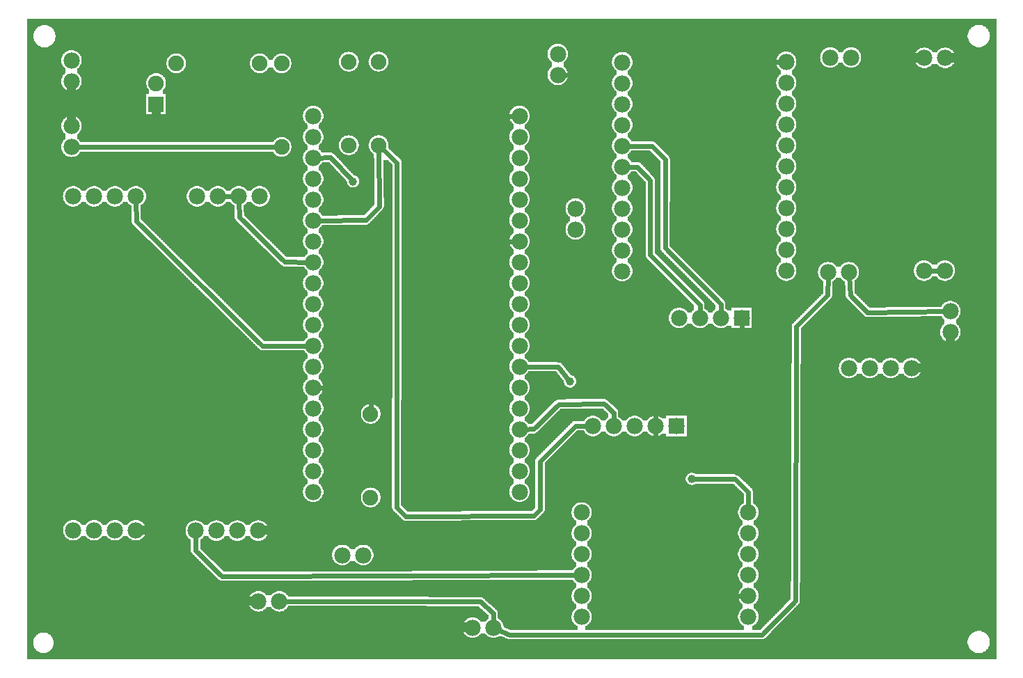
<source format=gtl>
G04 MADE WITH FRITZING*
G04 WWW.FRITZING.ORG*
G04 DOUBLE SIDED*
G04 HOLES PLATED*
G04 CONTOUR ON CENTER OF CONTOUR VECTOR*
%ASAXBY*%
%FSLAX23Y23*%
%MOIN*%
%OFA0B0*%
%SFA1.0B1.0*%
%ADD10C,0.075000*%
%ADD11C,0.039370*%
%ADD12C,0.078000*%
%ADD13R,0.078000X0.078000*%
%ADD14R,0.075000X0.075000*%
%ADD15C,0.024000*%
%LNCOPPER1*%
G90*
G70*
G54D10*
X3918Y3020D03*
G54D11*
X3226Y906D03*
X1602Y2331D03*
G54D12*
X1148Y658D03*
X1048Y658D03*
X948Y658D03*
X848Y658D03*
X254Y2595D03*
X254Y2495D03*
X254Y2595D03*
X254Y2495D03*
X3464Y1677D03*
X3364Y1677D03*
X3264Y1677D03*
X3164Y1677D03*
G54D10*
X659Y2701D03*
X659Y2801D03*
G54D12*
X1155Y2259D03*
X1055Y2259D03*
X955Y2259D03*
X855Y2259D03*
X562Y660D03*
X462Y660D03*
X362Y660D03*
X262Y660D03*
X562Y2258D03*
X462Y2258D03*
X362Y2258D03*
X262Y2258D03*
X2891Y2901D03*
X2891Y2801D03*
X2891Y2701D03*
X2891Y2601D03*
X2891Y2501D03*
X2891Y2401D03*
X2891Y2301D03*
X2891Y2201D03*
X2891Y2101D03*
X2891Y2001D03*
X2891Y1901D03*
X3677Y2903D03*
X3677Y2803D03*
X3677Y2703D03*
X3677Y2603D03*
X3677Y2503D03*
X3677Y2403D03*
X3677Y2303D03*
X3677Y2203D03*
X3677Y2103D03*
X3677Y2003D03*
X3677Y1903D03*
X3977Y1437D03*
X4077Y1437D03*
X4177Y1437D03*
X4277Y1437D03*
X3496Y245D03*
X3496Y345D03*
X3496Y445D03*
X3496Y545D03*
X3496Y645D03*
X3496Y745D03*
X2697Y245D03*
X2697Y345D03*
X2697Y445D03*
X2697Y545D03*
X2697Y645D03*
X2697Y745D03*
X1411Y844D03*
X1411Y944D03*
X1411Y1044D03*
X1411Y1144D03*
X1411Y1244D03*
X1411Y1344D03*
X1411Y1444D03*
X1411Y1544D03*
X1411Y1644D03*
X1411Y1744D03*
X1411Y1844D03*
X1411Y1944D03*
X1411Y2044D03*
X1411Y2144D03*
X1411Y2244D03*
X1411Y2344D03*
X1411Y2444D03*
X1411Y2544D03*
X1411Y2644D03*
X2400Y844D03*
X2400Y944D03*
X2400Y1044D03*
X2400Y1144D03*
X2400Y1244D03*
X2400Y1344D03*
X2400Y1444D03*
X2400Y1544D03*
X2400Y1644D03*
X2400Y1744D03*
X2400Y1844D03*
X2400Y1944D03*
X2400Y2044D03*
X2400Y2144D03*
X2400Y2244D03*
X2400Y2344D03*
X2400Y2444D03*
X2400Y2544D03*
X2400Y2644D03*
G54D10*
X755Y2895D03*
X1155Y2895D03*
X1582Y2503D03*
X1582Y2903D03*
X1686Y1217D03*
X1686Y817D03*
X1724Y2504D03*
X1724Y2904D03*
X1260Y2495D03*
X1260Y2895D03*
G54D12*
X2668Y2200D03*
X2668Y2100D03*
X2668Y2200D03*
X2668Y2100D03*
X4463Y1608D03*
X4463Y1708D03*
X4463Y1608D03*
X4463Y1708D03*
X2583Y2940D03*
X2583Y2840D03*
X2583Y2940D03*
X2583Y2840D03*
X1551Y541D03*
X1651Y541D03*
X1551Y541D03*
X1651Y541D03*
X2175Y194D03*
X2275Y194D03*
X2175Y194D03*
X2275Y194D03*
X1149Y319D03*
X1249Y319D03*
X1149Y319D03*
X1249Y319D03*
X254Y2810D03*
X254Y2910D03*
X254Y2810D03*
X254Y2910D03*
X3977Y1896D03*
X3877Y1896D03*
X4337Y1903D03*
X4437Y1903D03*
X3988Y2924D03*
X3888Y2924D03*
X4339Y2922D03*
X4439Y2922D03*
X3151Y1159D03*
X3051Y1159D03*
X2951Y1159D03*
X2851Y1159D03*
X2751Y1159D03*
X3151Y1159D03*
X3051Y1159D03*
X2951Y1159D03*
X2851Y1159D03*
X2751Y1159D03*
G54D11*
X2641Y1373D03*
G54D13*
X3464Y1677D03*
G54D14*
X659Y2701D03*
G54D13*
X3151Y1159D03*
X3151Y1159D03*
G54D15*
X3052Y393D02*
X3102Y346D01*
D02*
X3102Y346D02*
X3477Y345D01*
D02*
X3051Y1140D02*
X3052Y393D01*
D02*
X3099Y1286D02*
X3416Y1284D01*
D02*
X3416Y1284D02*
X3468Y1341D01*
D02*
X3468Y1341D02*
X3464Y1658D01*
D02*
X3052Y1178D02*
X3054Y1240D01*
D02*
X3054Y1240D02*
X3099Y1286D01*
D02*
X273Y2495D02*
X1243Y2495D01*
D02*
X3431Y906D02*
X3234Y906D01*
D02*
X3495Y844D02*
X3431Y906D01*
D02*
X3496Y764D02*
X3495Y844D01*
D02*
X1637Y1343D02*
X1687Y1289D01*
D02*
X1687Y1289D02*
X1687Y1235D01*
D02*
X1430Y1344D02*
X1637Y1343D01*
D02*
X1392Y1944D02*
X1274Y1946D01*
D02*
X1058Y2159D02*
X1055Y2240D01*
D02*
X1392Y1544D02*
X1169Y1543D01*
D02*
X563Y2141D02*
X562Y2240D01*
D02*
X1430Y2444D02*
X1489Y2445D01*
D02*
X1727Y2211D02*
X1725Y2486D01*
D02*
X1665Y2146D02*
X1727Y2211D01*
D02*
X1430Y2144D02*
X1665Y2146D01*
D02*
X1036Y2259D02*
X974Y2259D01*
D02*
X4066Y1703D02*
X3984Y1786D01*
D02*
X3984Y1786D02*
X3978Y1877D01*
D02*
X3876Y1786D02*
X3877Y1877D01*
D02*
X2274Y262D02*
X2275Y213D01*
D02*
X2210Y318D02*
X2274Y262D01*
D02*
X1268Y319D02*
X2210Y318D01*
D02*
X3726Y1635D02*
X3876Y1786D01*
D02*
X3721Y322D02*
X3726Y1635D01*
D02*
X3561Y159D02*
X3721Y322D01*
D02*
X2350Y161D02*
X3561Y159D01*
D02*
X2292Y186D02*
X2350Y161D01*
D02*
X4444Y1708D02*
X4066Y1703D01*
D02*
X974Y440D02*
X2678Y445D01*
D02*
X848Y563D02*
X974Y440D01*
D02*
X848Y639D02*
X848Y563D01*
D02*
X3481Y2976D02*
X3583Y2905D01*
D02*
X3583Y2905D02*
X3658Y2903D01*
D02*
X2793Y2981D02*
X3481Y2976D01*
D02*
X2651Y2842D02*
X2793Y2981D01*
D02*
X2602Y2841D02*
X2651Y2842D01*
D02*
X4356Y1903D02*
X4418Y1903D01*
D02*
X1496Y2445D02*
X1597Y2337D01*
D02*
X1274Y1946D02*
X1058Y2159D01*
D02*
X1169Y1543D02*
X563Y2141D01*
D02*
X2469Y730D02*
X1854Y727D01*
D02*
X1854Y727D02*
X1810Y770D01*
D02*
X2498Y759D02*
X2469Y730D01*
D02*
X2498Y991D02*
X2498Y759D01*
D02*
X1810Y770D02*
X1812Y2421D01*
D02*
X1812Y2421D02*
X1737Y2492D01*
D02*
X2668Y1161D02*
X2498Y991D01*
D02*
X2851Y1224D02*
X2805Y1266D01*
D02*
X2588Y1264D02*
X2468Y1146D01*
D02*
X2805Y1266D02*
X2588Y1264D01*
D02*
X2851Y1178D02*
X2851Y1224D01*
D02*
X2468Y1146D02*
X2419Y1144D01*
D02*
X2732Y1159D02*
X2668Y1161D01*
D02*
X2334Y2644D02*
X2381Y2644D01*
D02*
X2284Y2589D02*
X2334Y2644D01*
D02*
X2585Y1443D02*
X2419Y1444D01*
D02*
X2636Y1379D02*
X2585Y1443D01*
D02*
X2281Y2095D02*
X2284Y2589D01*
D02*
X2332Y2042D02*
X2281Y2095D01*
D02*
X2381Y2044D02*
X2332Y2042D01*
D02*
X3097Y2012D02*
X3097Y2435D01*
D02*
X3097Y2435D02*
X3034Y2500D01*
D02*
X3263Y1740D02*
X3026Y1978D01*
D02*
X3364Y1743D02*
X3097Y2012D01*
D02*
X3034Y2500D02*
X2910Y2501D01*
D02*
X3364Y1696D02*
X3364Y1743D01*
D02*
X3026Y1978D02*
X3026Y2335D01*
D02*
X3026Y2335D02*
X2965Y2401D01*
D02*
X2965Y2401D02*
X2910Y2401D01*
D02*
X3264Y1696D02*
X3263Y1740D01*
G36*
X2934Y2480D02*
X2934Y2476D01*
X2932Y2476D01*
X2932Y2472D01*
X2930Y2472D01*
X2930Y2470D01*
X2928Y2470D01*
X2928Y2468D01*
X2926Y2468D01*
X2926Y2466D01*
X2924Y2466D01*
X2924Y2464D01*
X2922Y2464D01*
X2922Y2462D01*
X2918Y2462D01*
X2918Y2442D01*
X2920Y2442D01*
X2920Y2440D01*
X2922Y2440D01*
X2922Y2438D01*
X2926Y2438D01*
X2926Y2436D01*
X2928Y2436D01*
X2928Y2432D01*
X2930Y2432D01*
X2930Y2430D01*
X2932Y2430D01*
X2932Y2428D01*
X2934Y2428D01*
X2934Y2424D01*
X2968Y2424D01*
X2968Y2422D01*
X2974Y2422D01*
X2974Y2420D01*
X2978Y2420D01*
X2978Y2418D01*
X2980Y2418D01*
X2980Y2416D01*
X2982Y2416D01*
X2982Y2414D01*
X2984Y2414D01*
X2984Y2412D01*
X2986Y2412D01*
X2986Y2410D01*
X2988Y2410D01*
X2988Y2408D01*
X2990Y2408D01*
X2990Y2406D01*
X2992Y2406D01*
X2992Y2404D01*
X2994Y2404D01*
X2994Y2402D01*
X2996Y2402D01*
X2996Y2400D01*
X2998Y2400D01*
X2998Y2398D01*
X3000Y2398D01*
X3000Y2394D01*
X3002Y2394D01*
X3002Y2392D01*
X3004Y2392D01*
X3004Y2390D01*
X3006Y2390D01*
X3006Y2388D01*
X3008Y2388D01*
X3008Y2386D01*
X3010Y2386D01*
X3010Y2384D01*
X3012Y2384D01*
X3012Y2382D01*
X3014Y2382D01*
X3014Y2380D01*
X3016Y2380D01*
X3016Y2378D01*
X3018Y2378D01*
X3018Y2376D01*
X3020Y2376D01*
X3020Y2374D01*
X3022Y2374D01*
X3022Y2372D01*
X3024Y2372D01*
X3024Y2370D01*
X3026Y2370D01*
X3026Y2366D01*
X3028Y2366D01*
X3028Y2364D01*
X3030Y2364D01*
X3030Y2362D01*
X3032Y2362D01*
X3032Y2360D01*
X3034Y2360D01*
X3034Y2358D01*
X3036Y2358D01*
X3036Y2356D01*
X3038Y2356D01*
X3038Y2354D01*
X3040Y2354D01*
X3040Y2352D01*
X3042Y2352D01*
X3042Y2350D01*
X3044Y2350D01*
X3044Y2346D01*
X3046Y2346D01*
X3046Y2342D01*
X3048Y2342D01*
X3048Y1986D01*
X3050Y1986D01*
X3050Y1984D01*
X3052Y1984D01*
X3052Y1982D01*
X3054Y1982D01*
X3054Y1980D01*
X3056Y1980D01*
X3056Y1978D01*
X3058Y1978D01*
X3058Y1976D01*
X3060Y1976D01*
X3060Y1974D01*
X3062Y1974D01*
X3062Y1972D01*
X3064Y1972D01*
X3064Y1970D01*
X3066Y1970D01*
X3066Y1968D01*
X3068Y1968D01*
X3068Y1966D01*
X3070Y1966D01*
X3070Y1964D01*
X3072Y1964D01*
X3072Y1962D01*
X3074Y1962D01*
X3074Y1960D01*
X3076Y1960D01*
X3076Y1958D01*
X3078Y1958D01*
X3078Y1956D01*
X3080Y1956D01*
X3080Y1954D01*
X3082Y1954D01*
X3082Y1952D01*
X3084Y1952D01*
X3084Y1950D01*
X3086Y1950D01*
X3086Y1948D01*
X3088Y1948D01*
X3088Y1946D01*
X3090Y1946D01*
X3090Y1944D01*
X3092Y1944D01*
X3092Y1942D01*
X3094Y1942D01*
X3094Y1940D01*
X3096Y1940D01*
X3096Y1938D01*
X3098Y1938D01*
X3098Y1936D01*
X3100Y1936D01*
X3100Y1934D01*
X3102Y1934D01*
X3102Y1932D01*
X3104Y1932D01*
X3104Y1930D01*
X3106Y1930D01*
X3106Y1928D01*
X3108Y1928D01*
X3108Y1926D01*
X3110Y1926D01*
X3110Y1924D01*
X3112Y1924D01*
X3112Y1922D01*
X3114Y1922D01*
X3114Y1920D01*
X3116Y1920D01*
X3116Y1918D01*
X3118Y1918D01*
X3118Y1916D01*
X3120Y1916D01*
X3120Y1914D01*
X3122Y1914D01*
X3122Y1912D01*
X3124Y1912D01*
X3124Y1910D01*
X3126Y1910D01*
X3126Y1908D01*
X3128Y1908D01*
X3128Y1906D01*
X3130Y1906D01*
X3130Y1904D01*
X3132Y1904D01*
X3132Y1902D01*
X3134Y1902D01*
X3134Y1900D01*
X3136Y1900D01*
X3136Y1898D01*
X3138Y1898D01*
X3138Y1896D01*
X3140Y1896D01*
X3140Y1894D01*
X3142Y1894D01*
X3142Y1892D01*
X3144Y1892D01*
X3144Y1890D01*
X3146Y1890D01*
X3146Y1888D01*
X3148Y1888D01*
X3148Y1886D01*
X3150Y1886D01*
X3150Y1884D01*
X3152Y1884D01*
X3152Y1882D01*
X3154Y1882D01*
X3154Y1880D01*
X3156Y1880D01*
X3156Y1878D01*
X3158Y1878D01*
X3158Y1876D01*
X3160Y1876D01*
X3160Y1874D01*
X3162Y1874D01*
X3162Y1872D01*
X3164Y1872D01*
X3164Y1870D01*
X3166Y1870D01*
X3166Y1868D01*
X3168Y1868D01*
X3168Y1866D01*
X3170Y1866D01*
X3170Y1864D01*
X3172Y1864D01*
X3172Y1862D01*
X3174Y1862D01*
X3174Y1860D01*
X3176Y1860D01*
X3176Y1858D01*
X3178Y1858D01*
X3178Y1856D01*
X3180Y1856D01*
X3180Y1854D01*
X3182Y1854D01*
X3182Y1852D01*
X3184Y1852D01*
X3184Y1850D01*
X3186Y1850D01*
X3186Y1848D01*
X3188Y1848D01*
X3188Y1846D01*
X3190Y1846D01*
X3190Y1844D01*
X3192Y1844D01*
X3192Y1842D01*
X3194Y1842D01*
X3194Y1840D01*
X3196Y1840D01*
X3196Y1838D01*
X3198Y1838D01*
X3198Y1836D01*
X3200Y1836D01*
X3200Y1834D01*
X3202Y1834D01*
X3202Y1832D01*
X3204Y1832D01*
X3204Y1830D01*
X3206Y1830D01*
X3206Y1828D01*
X3208Y1828D01*
X3208Y1826D01*
X3210Y1826D01*
X3210Y1824D01*
X3212Y1824D01*
X3212Y1822D01*
X3214Y1822D01*
X3214Y1820D01*
X3216Y1820D01*
X3216Y1818D01*
X3218Y1818D01*
X3218Y1816D01*
X3220Y1816D01*
X3220Y1814D01*
X3222Y1814D01*
X3222Y1812D01*
X3224Y1812D01*
X3224Y1810D01*
X3226Y1810D01*
X3226Y1808D01*
X3228Y1808D01*
X3228Y1806D01*
X3230Y1806D01*
X3230Y1804D01*
X3232Y1804D01*
X3232Y1802D01*
X3234Y1802D01*
X3234Y1800D01*
X3236Y1800D01*
X3236Y1798D01*
X3238Y1798D01*
X3238Y1796D01*
X3240Y1796D01*
X3240Y1794D01*
X3242Y1794D01*
X3242Y1792D01*
X3244Y1792D01*
X3244Y1790D01*
X3246Y1790D01*
X3246Y1788D01*
X3248Y1788D01*
X3248Y1786D01*
X3250Y1786D01*
X3250Y1784D01*
X3252Y1784D01*
X3252Y1782D01*
X3254Y1782D01*
X3254Y1780D01*
X3256Y1780D01*
X3256Y1778D01*
X3258Y1778D01*
X3258Y1776D01*
X3260Y1776D01*
X3260Y1774D01*
X3262Y1774D01*
X3262Y1772D01*
X3264Y1772D01*
X3264Y1770D01*
X3266Y1770D01*
X3266Y1768D01*
X3268Y1768D01*
X3268Y1766D01*
X3270Y1766D01*
X3270Y1764D01*
X3272Y1764D01*
X3272Y1762D01*
X3274Y1762D01*
X3274Y1760D01*
X3276Y1760D01*
X3276Y1758D01*
X3278Y1758D01*
X3278Y1756D01*
X3280Y1756D01*
X3280Y1752D01*
X3282Y1752D01*
X3282Y1750D01*
X3284Y1750D01*
X3284Y1740D01*
X3286Y1740D01*
X3286Y1720D01*
X3288Y1720D01*
X3288Y1718D01*
X3292Y1718D01*
X3292Y1716D01*
X3294Y1716D01*
X3294Y1714D01*
X3296Y1714D01*
X3296Y1712D01*
X3300Y1712D01*
X3300Y1708D01*
X3302Y1708D01*
X3302Y1706D01*
X3304Y1706D01*
X3304Y1704D01*
X3324Y1704D01*
X3324Y1706D01*
X3326Y1706D01*
X3326Y1708D01*
X3328Y1708D01*
X3328Y1712D01*
X3330Y1712D01*
X3330Y1714D01*
X3334Y1714D01*
X3334Y1716D01*
X3336Y1716D01*
X3336Y1718D01*
X3338Y1718D01*
X3338Y1740D01*
X3336Y1740D01*
X3336Y1742D01*
X3334Y1742D01*
X3334Y1744D01*
X3332Y1744D01*
X3332Y1746D01*
X3330Y1746D01*
X3330Y1748D01*
X3328Y1748D01*
X3328Y1750D01*
X3326Y1750D01*
X3326Y1752D01*
X3324Y1752D01*
X3324Y1754D01*
X3322Y1754D01*
X3322Y1756D01*
X3320Y1756D01*
X3320Y1758D01*
X3318Y1758D01*
X3318Y1760D01*
X3316Y1760D01*
X3316Y1762D01*
X3314Y1762D01*
X3314Y1764D01*
X3312Y1764D01*
X3312Y1766D01*
X3310Y1766D01*
X3310Y1768D01*
X3308Y1768D01*
X3308Y1770D01*
X3306Y1770D01*
X3306Y1772D01*
X3304Y1772D01*
X3304Y1774D01*
X3302Y1774D01*
X3302Y1776D01*
X3300Y1776D01*
X3300Y1778D01*
X3298Y1778D01*
X3298Y1780D01*
X3296Y1780D01*
X3296Y1782D01*
X3294Y1782D01*
X3294Y1784D01*
X3292Y1784D01*
X3292Y1786D01*
X3290Y1786D01*
X3290Y1788D01*
X3288Y1788D01*
X3288Y1790D01*
X3286Y1790D01*
X3286Y1792D01*
X3284Y1792D01*
X3284Y1794D01*
X3282Y1794D01*
X3282Y1796D01*
X3280Y1796D01*
X3280Y1798D01*
X3278Y1798D01*
X3278Y1800D01*
X3276Y1800D01*
X3276Y1802D01*
X3274Y1802D01*
X3274Y1804D01*
X3272Y1804D01*
X3272Y1806D01*
X3270Y1806D01*
X3270Y1808D01*
X3268Y1808D01*
X3268Y1810D01*
X3266Y1810D01*
X3266Y1812D01*
X3264Y1812D01*
X3264Y1814D01*
X3262Y1814D01*
X3262Y1816D01*
X3260Y1816D01*
X3260Y1818D01*
X3258Y1818D01*
X3258Y1820D01*
X3256Y1820D01*
X3256Y1822D01*
X3254Y1822D01*
X3254Y1824D01*
X3252Y1824D01*
X3252Y1826D01*
X3250Y1826D01*
X3250Y1828D01*
X3248Y1828D01*
X3248Y1830D01*
X3246Y1830D01*
X3246Y1832D01*
X3244Y1832D01*
X3244Y1834D01*
X3242Y1834D01*
X3242Y1836D01*
X3240Y1836D01*
X3240Y1838D01*
X3238Y1838D01*
X3238Y1840D01*
X3236Y1840D01*
X3236Y1842D01*
X3234Y1842D01*
X3234Y1844D01*
X3232Y1844D01*
X3232Y1846D01*
X3230Y1846D01*
X3230Y1848D01*
X3228Y1848D01*
X3228Y1850D01*
X3226Y1850D01*
X3226Y1852D01*
X3224Y1852D01*
X3224Y1854D01*
X3222Y1854D01*
X3222Y1856D01*
X3220Y1856D01*
X3220Y1858D01*
X3218Y1858D01*
X3218Y1860D01*
X3216Y1860D01*
X3216Y1862D01*
X3214Y1862D01*
X3214Y1864D01*
X3212Y1864D01*
X3212Y1866D01*
X3210Y1866D01*
X3210Y1868D01*
X3208Y1868D01*
X3208Y1870D01*
X3206Y1870D01*
X3206Y1872D01*
X3204Y1872D01*
X3204Y1874D01*
X3202Y1874D01*
X3202Y1876D01*
X3200Y1876D01*
X3200Y1878D01*
X3198Y1878D01*
X3198Y1880D01*
X3196Y1880D01*
X3196Y1882D01*
X3194Y1882D01*
X3194Y1884D01*
X3192Y1884D01*
X3192Y1886D01*
X3190Y1886D01*
X3190Y1888D01*
X3188Y1888D01*
X3188Y1890D01*
X3186Y1890D01*
X3186Y1892D01*
X3184Y1892D01*
X3184Y1894D01*
X3182Y1894D01*
X3182Y1896D01*
X3180Y1896D01*
X3180Y1898D01*
X3178Y1898D01*
X3178Y1900D01*
X3176Y1900D01*
X3176Y1902D01*
X3174Y1902D01*
X3174Y1904D01*
X3172Y1904D01*
X3172Y1906D01*
X3170Y1906D01*
X3170Y1908D01*
X3168Y1908D01*
X3168Y1910D01*
X3166Y1910D01*
X3166Y1912D01*
X3164Y1912D01*
X3164Y1914D01*
X3162Y1914D01*
X3162Y1916D01*
X3160Y1916D01*
X3160Y1918D01*
X3158Y1918D01*
X3158Y1920D01*
X3156Y1920D01*
X3156Y1922D01*
X3154Y1922D01*
X3154Y1924D01*
X3152Y1924D01*
X3152Y1926D01*
X3150Y1926D01*
X3150Y1928D01*
X3148Y1928D01*
X3148Y1930D01*
X3146Y1930D01*
X3146Y1932D01*
X3144Y1932D01*
X3144Y1934D01*
X3142Y1934D01*
X3142Y1936D01*
X3140Y1936D01*
X3140Y1938D01*
X3138Y1938D01*
X3138Y1940D01*
X3136Y1940D01*
X3136Y1942D01*
X3134Y1942D01*
X3134Y1944D01*
X3132Y1944D01*
X3132Y1946D01*
X3130Y1946D01*
X3130Y1948D01*
X3128Y1948D01*
X3128Y1950D01*
X3126Y1950D01*
X3126Y1952D01*
X3124Y1952D01*
X3124Y1954D01*
X3122Y1954D01*
X3122Y1956D01*
X3120Y1956D01*
X3120Y1958D01*
X3118Y1958D01*
X3118Y1960D01*
X3116Y1960D01*
X3116Y1962D01*
X3114Y1962D01*
X3114Y1964D01*
X3112Y1964D01*
X3112Y1966D01*
X3110Y1966D01*
X3110Y1968D01*
X3108Y1968D01*
X3108Y1970D01*
X3106Y1970D01*
X3106Y1972D01*
X3104Y1972D01*
X3104Y1974D01*
X3102Y1974D01*
X3102Y1976D01*
X3100Y1976D01*
X3100Y1978D01*
X3098Y1978D01*
X3098Y1980D01*
X3096Y1980D01*
X3096Y1982D01*
X3094Y1982D01*
X3094Y1984D01*
X3092Y1984D01*
X3092Y1986D01*
X3090Y1986D01*
X3090Y1988D01*
X3088Y1988D01*
X3088Y1990D01*
X3086Y1990D01*
X3086Y1992D01*
X3084Y1992D01*
X3084Y1994D01*
X3082Y1994D01*
X3082Y1996D01*
X3080Y1996D01*
X3080Y1998D01*
X3078Y1998D01*
X3078Y2002D01*
X3076Y2002D01*
X3076Y2008D01*
X3074Y2008D01*
X3074Y2238D01*
X3076Y2238D01*
X3076Y2428D01*
X3074Y2428D01*
X3074Y2430D01*
X3072Y2430D01*
X3072Y2432D01*
X3070Y2432D01*
X3070Y2434D01*
X3068Y2434D01*
X3068Y2436D01*
X3066Y2436D01*
X3066Y2438D01*
X3064Y2438D01*
X3064Y2440D01*
X3062Y2440D01*
X3062Y2442D01*
X3060Y2442D01*
X3060Y2444D01*
X3058Y2444D01*
X3058Y2446D01*
X3056Y2446D01*
X3056Y2448D01*
X3054Y2448D01*
X3054Y2450D01*
X3052Y2450D01*
X3052Y2452D01*
X3050Y2452D01*
X3050Y2454D01*
X3048Y2454D01*
X3048Y2456D01*
X3046Y2456D01*
X3046Y2458D01*
X3044Y2458D01*
X3044Y2460D01*
X3042Y2460D01*
X3042Y2462D01*
X3040Y2462D01*
X3040Y2464D01*
X3038Y2464D01*
X3038Y2466D01*
X3036Y2466D01*
X3036Y2468D01*
X3034Y2468D01*
X3034Y2470D01*
X3032Y2470D01*
X3032Y2472D01*
X3030Y2472D01*
X3030Y2474D01*
X3028Y2474D01*
X3028Y2476D01*
X3026Y2476D01*
X3026Y2478D01*
X2956Y2478D01*
X2956Y2480D01*
X2934Y2480D01*
G37*
D02*
G36*
X40Y3110D02*
X40Y3080D01*
X4610Y3080D01*
X4610Y3078D01*
X4618Y3078D01*
X4618Y3076D01*
X4622Y3076D01*
X4622Y3074D01*
X4626Y3074D01*
X4626Y3072D01*
X4630Y3072D01*
X4630Y3070D01*
X4632Y3070D01*
X4632Y3068D01*
X4634Y3068D01*
X4634Y3066D01*
X4636Y3066D01*
X4636Y3064D01*
X4638Y3064D01*
X4638Y3062D01*
X4640Y3062D01*
X4640Y3060D01*
X4642Y3060D01*
X4642Y3058D01*
X4644Y3058D01*
X4644Y3054D01*
X4646Y3054D01*
X4646Y3050D01*
X4648Y3050D01*
X4648Y3046D01*
X4650Y3046D01*
X4650Y3040D01*
X4652Y3040D01*
X4652Y3028D01*
X4654Y3028D01*
X4654Y3026D01*
X4652Y3026D01*
X4652Y3014D01*
X4650Y3014D01*
X4650Y3008D01*
X4648Y3008D01*
X4648Y3004D01*
X4646Y3004D01*
X4646Y3000D01*
X4644Y3000D01*
X4644Y2996D01*
X4642Y2996D01*
X4642Y2994D01*
X4640Y2994D01*
X4640Y2992D01*
X4638Y2992D01*
X4638Y2988D01*
X4634Y2988D01*
X4634Y2986D01*
X4632Y2986D01*
X4632Y2984D01*
X4630Y2984D01*
X4630Y2982D01*
X4626Y2982D01*
X4626Y2980D01*
X4622Y2980D01*
X4622Y2978D01*
X4618Y2978D01*
X4618Y2976D01*
X4612Y2976D01*
X4612Y2974D01*
X4684Y2974D01*
X4684Y3110D01*
X40Y3110D01*
G37*
D02*
G36*
X40Y3080D02*
X40Y2972D01*
X118Y2972D01*
X118Y2974D01*
X108Y2974D01*
X108Y2976D01*
X104Y2976D01*
X104Y2978D01*
X100Y2978D01*
X100Y2980D01*
X96Y2980D01*
X96Y2982D01*
X92Y2982D01*
X92Y2984D01*
X90Y2984D01*
X90Y2986D01*
X88Y2986D01*
X88Y2988D01*
X86Y2988D01*
X86Y2990D01*
X84Y2990D01*
X84Y2992D01*
X82Y2992D01*
X82Y2994D01*
X80Y2994D01*
X80Y2998D01*
X78Y2998D01*
X78Y3002D01*
X76Y3002D01*
X76Y3006D01*
X74Y3006D01*
X74Y3012D01*
X72Y3012D01*
X72Y3024D01*
X70Y3024D01*
X70Y3028D01*
X72Y3028D01*
X72Y3040D01*
X74Y3040D01*
X74Y3046D01*
X76Y3046D01*
X76Y3050D01*
X78Y3050D01*
X78Y3054D01*
X80Y3054D01*
X80Y3056D01*
X82Y3056D01*
X82Y3060D01*
X84Y3060D01*
X84Y3062D01*
X86Y3062D01*
X86Y3064D01*
X88Y3064D01*
X88Y3066D01*
X90Y3066D01*
X90Y3068D01*
X94Y3068D01*
X94Y3070D01*
X96Y3070D01*
X96Y3072D01*
X100Y3072D01*
X100Y3074D01*
X104Y3074D01*
X104Y3076D01*
X110Y3076D01*
X110Y3078D01*
X122Y3078D01*
X122Y3080D01*
X40Y3080D01*
G37*
D02*
G36*
X126Y3080D02*
X126Y3078D01*
X138Y3078D01*
X138Y3076D01*
X144Y3076D01*
X144Y3074D01*
X148Y3074D01*
X148Y3072D01*
X152Y3072D01*
X152Y3070D01*
X156Y3070D01*
X156Y3068D01*
X158Y3068D01*
X158Y3066D01*
X160Y3066D01*
X160Y3064D01*
X162Y3064D01*
X162Y3062D01*
X164Y3062D01*
X164Y3060D01*
X166Y3060D01*
X166Y3058D01*
X168Y3058D01*
X168Y3054D01*
X170Y3054D01*
X170Y3050D01*
X172Y3050D01*
X172Y3046D01*
X174Y3046D01*
X174Y3042D01*
X176Y3042D01*
X176Y3032D01*
X178Y3032D01*
X178Y3020D01*
X176Y3020D01*
X176Y3010D01*
X174Y3010D01*
X174Y3004D01*
X172Y3004D01*
X172Y3002D01*
X170Y3002D01*
X170Y2998D01*
X168Y2998D01*
X168Y2994D01*
X166Y2994D01*
X166Y2992D01*
X164Y2992D01*
X164Y2990D01*
X2590Y2990D01*
X2590Y2988D01*
X2598Y2988D01*
X2598Y2986D01*
X2604Y2986D01*
X2604Y2984D01*
X2606Y2984D01*
X2606Y2982D01*
X2610Y2982D01*
X2610Y2980D01*
X2612Y2980D01*
X2612Y2978D01*
X2616Y2978D01*
X2616Y2976D01*
X2618Y2976D01*
X2618Y2974D01*
X3890Y2974D01*
X3890Y2972D01*
X3902Y2972D01*
X3902Y2970D01*
X3908Y2970D01*
X3908Y2968D01*
X3912Y2968D01*
X3912Y2966D01*
X3914Y2966D01*
X3914Y2964D01*
X3918Y2964D01*
X3918Y2962D01*
X3920Y2962D01*
X3920Y2960D01*
X3922Y2960D01*
X3922Y2958D01*
X3924Y2958D01*
X3924Y2956D01*
X3926Y2956D01*
X3926Y2954D01*
X3928Y2954D01*
X3928Y2950D01*
X3948Y2950D01*
X3948Y2954D01*
X3950Y2954D01*
X3950Y2956D01*
X3952Y2956D01*
X3952Y2958D01*
X3954Y2958D01*
X3954Y2960D01*
X3956Y2960D01*
X3956Y2962D01*
X3958Y2962D01*
X3958Y2964D01*
X3962Y2964D01*
X3962Y2966D01*
X3964Y2966D01*
X3964Y2968D01*
X3968Y2968D01*
X3968Y2970D01*
X3974Y2970D01*
X3974Y2972D01*
X3986Y2972D01*
X3986Y2974D01*
X4588Y2974D01*
X4588Y2976D01*
X4582Y2976D01*
X4582Y2978D01*
X4578Y2978D01*
X4578Y2980D01*
X4574Y2980D01*
X4574Y2982D01*
X4570Y2982D01*
X4570Y2984D01*
X4568Y2984D01*
X4568Y2986D01*
X4564Y2986D01*
X4564Y2988D01*
X4562Y2988D01*
X4562Y2990D01*
X4560Y2990D01*
X4560Y2994D01*
X4558Y2994D01*
X4558Y2996D01*
X4556Y2996D01*
X4556Y2998D01*
X4554Y2998D01*
X4554Y3002D01*
X4552Y3002D01*
X4552Y3006D01*
X4550Y3006D01*
X4550Y3012D01*
X4548Y3012D01*
X4548Y3020D01*
X4546Y3020D01*
X4546Y3034D01*
X4548Y3034D01*
X4548Y3042D01*
X4550Y3042D01*
X4550Y3048D01*
X4552Y3048D01*
X4552Y3052D01*
X4554Y3052D01*
X4554Y3056D01*
X4556Y3056D01*
X4556Y3058D01*
X4558Y3058D01*
X4558Y3060D01*
X4560Y3060D01*
X4560Y3064D01*
X4562Y3064D01*
X4562Y3066D01*
X4564Y3066D01*
X4564Y3068D01*
X4568Y3068D01*
X4568Y3070D01*
X4570Y3070D01*
X4570Y3072D01*
X4574Y3072D01*
X4574Y3074D01*
X4578Y3074D01*
X4578Y3076D01*
X4582Y3076D01*
X4582Y3078D01*
X4588Y3078D01*
X4588Y3080D01*
X126Y3080D01*
G37*
D02*
G36*
X162Y2990D02*
X162Y2988D01*
X160Y2988D01*
X160Y2986D01*
X158Y2986D01*
X158Y2984D01*
X156Y2984D01*
X156Y2982D01*
X152Y2982D01*
X152Y2980D01*
X148Y2980D01*
X148Y2978D01*
X146Y2978D01*
X146Y2976D01*
X140Y2976D01*
X140Y2974D01*
X132Y2974D01*
X132Y2972D01*
X2546Y2972D01*
X2546Y2974D01*
X2548Y2974D01*
X2548Y2976D01*
X2550Y2976D01*
X2550Y2978D01*
X2552Y2978D01*
X2552Y2980D01*
X2554Y2980D01*
X2554Y2982D01*
X2558Y2982D01*
X2558Y2984D01*
X2562Y2984D01*
X2562Y2986D01*
X2568Y2986D01*
X2568Y2988D01*
X2576Y2988D01*
X2576Y2990D01*
X162Y2990D01*
G37*
D02*
G36*
X2620Y2974D02*
X2620Y2970D01*
X2622Y2970D01*
X2622Y2968D01*
X2624Y2968D01*
X2624Y2964D01*
X2626Y2964D01*
X2626Y2960D01*
X2628Y2960D01*
X2628Y2956D01*
X2630Y2956D01*
X2630Y2952D01*
X3688Y2952D01*
X3688Y2950D01*
X3694Y2950D01*
X3694Y2948D01*
X3700Y2948D01*
X3700Y2946D01*
X3702Y2946D01*
X3702Y2944D01*
X3706Y2944D01*
X3706Y2942D01*
X3708Y2942D01*
X3708Y2940D01*
X3710Y2940D01*
X3710Y2938D01*
X3712Y2938D01*
X3712Y2936D01*
X3714Y2936D01*
X3714Y2934D01*
X3716Y2934D01*
X3716Y2932D01*
X3718Y2932D01*
X3718Y2928D01*
X3720Y2928D01*
X3720Y2926D01*
X3722Y2926D01*
X3722Y2920D01*
X3724Y2920D01*
X3724Y2914D01*
X3726Y2914D01*
X3726Y2892D01*
X3724Y2892D01*
X3724Y2886D01*
X3722Y2886D01*
X3722Y2882D01*
X3720Y2882D01*
X3720Y2878D01*
X3718Y2878D01*
X3718Y2876D01*
X3876Y2876D01*
X3876Y2878D01*
X3870Y2878D01*
X3870Y2880D01*
X3866Y2880D01*
X3866Y2882D01*
X3862Y2882D01*
X3862Y2884D01*
X3858Y2884D01*
X3858Y2886D01*
X3856Y2886D01*
X3856Y2888D01*
X3854Y2888D01*
X3854Y2890D01*
X3852Y2890D01*
X3852Y2892D01*
X3850Y2892D01*
X3850Y2894D01*
X3848Y2894D01*
X3848Y2898D01*
X3846Y2898D01*
X3846Y2902D01*
X3844Y2902D01*
X3844Y2904D01*
X3842Y2904D01*
X3842Y2912D01*
X3840Y2912D01*
X3840Y2922D01*
X3838Y2922D01*
X3838Y2926D01*
X3840Y2926D01*
X3840Y2938D01*
X3842Y2938D01*
X3842Y2944D01*
X3844Y2944D01*
X3844Y2948D01*
X3846Y2948D01*
X3846Y2950D01*
X3848Y2950D01*
X3848Y2954D01*
X3850Y2954D01*
X3850Y2956D01*
X3852Y2956D01*
X3852Y2958D01*
X3854Y2958D01*
X3854Y2960D01*
X3856Y2960D01*
X3856Y2962D01*
X3858Y2962D01*
X3858Y2964D01*
X3862Y2964D01*
X3862Y2966D01*
X3864Y2966D01*
X3864Y2968D01*
X3868Y2968D01*
X3868Y2970D01*
X3874Y2970D01*
X3874Y2972D01*
X3886Y2972D01*
X3886Y2974D01*
X2620Y2974D01*
G37*
D02*
G36*
X3990Y2974D02*
X3990Y2972D01*
X4684Y2972D01*
X4684Y2974D01*
X3990Y2974D01*
G37*
D02*
G36*
X3990Y2974D02*
X3990Y2972D01*
X4684Y2972D01*
X4684Y2974D01*
X3990Y2974D01*
G37*
D02*
G36*
X40Y2972D02*
X40Y2970D01*
X2544Y2970D01*
X2544Y2972D01*
X40Y2972D01*
G37*
D02*
G36*
X40Y2972D02*
X40Y2970D01*
X2544Y2970D01*
X2544Y2972D01*
X40Y2972D01*
G37*
D02*
G36*
X4002Y2972D02*
X4002Y2970D01*
X4008Y2970D01*
X4008Y2968D01*
X4012Y2968D01*
X4012Y2966D01*
X4014Y2966D01*
X4014Y2964D01*
X4018Y2964D01*
X4018Y2962D01*
X4020Y2962D01*
X4020Y2960D01*
X4022Y2960D01*
X4022Y2958D01*
X4024Y2958D01*
X4024Y2956D01*
X4026Y2956D01*
X4026Y2954D01*
X4028Y2954D01*
X4028Y2950D01*
X4030Y2950D01*
X4030Y2946D01*
X4032Y2946D01*
X4032Y2944D01*
X4034Y2944D01*
X4034Y2936D01*
X4036Y2936D01*
X4036Y2912D01*
X4034Y2912D01*
X4034Y2906D01*
X4032Y2906D01*
X4032Y2902D01*
X4030Y2902D01*
X4030Y2898D01*
X4028Y2898D01*
X4028Y2896D01*
X4026Y2896D01*
X4026Y2892D01*
X4024Y2892D01*
X4024Y2890D01*
X4022Y2890D01*
X4022Y2888D01*
X4020Y2888D01*
X4020Y2886D01*
X4016Y2886D01*
X4016Y2884D01*
X4014Y2884D01*
X4014Y2882D01*
X4010Y2882D01*
X4010Y2880D01*
X4006Y2880D01*
X4006Y2878D01*
X4000Y2878D01*
X4000Y2876D01*
X4320Y2876D01*
X4320Y2878D01*
X4316Y2878D01*
X4316Y2880D01*
X4312Y2880D01*
X4312Y2882D01*
X4310Y2882D01*
X4310Y2884D01*
X4308Y2884D01*
X4308Y2886D01*
X4306Y2886D01*
X4306Y2888D01*
X4304Y2888D01*
X4304Y2890D01*
X4302Y2890D01*
X4302Y2892D01*
X4300Y2892D01*
X4300Y2894D01*
X4298Y2894D01*
X4298Y2898D01*
X4296Y2898D01*
X4296Y2900D01*
X4294Y2900D01*
X4294Y2906D01*
X4292Y2906D01*
X4292Y2912D01*
X4290Y2912D01*
X4290Y2932D01*
X4292Y2932D01*
X4292Y2940D01*
X4294Y2940D01*
X4294Y2944D01*
X4296Y2944D01*
X4296Y2948D01*
X4298Y2948D01*
X4298Y2950D01*
X4300Y2950D01*
X4300Y2954D01*
X4302Y2954D01*
X4302Y2956D01*
X4304Y2956D01*
X4304Y2958D01*
X4306Y2958D01*
X4306Y2960D01*
X4308Y2960D01*
X4308Y2962D01*
X4312Y2962D01*
X4312Y2964D01*
X4316Y2964D01*
X4316Y2966D01*
X4318Y2966D01*
X4318Y2968D01*
X4324Y2968D01*
X4324Y2970D01*
X4334Y2970D01*
X4334Y2972D01*
X4002Y2972D01*
G37*
D02*
G36*
X4344Y2972D02*
X4344Y2970D01*
X4354Y2970D01*
X4354Y2968D01*
X4358Y2968D01*
X4358Y2966D01*
X4362Y2966D01*
X4362Y2964D01*
X4366Y2964D01*
X4366Y2962D01*
X4368Y2962D01*
X4368Y2960D01*
X4372Y2960D01*
X4372Y2958D01*
X4374Y2958D01*
X4374Y2956D01*
X4376Y2956D01*
X4376Y2952D01*
X4378Y2952D01*
X4378Y2950D01*
X4400Y2950D01*
X4400Y2954D01*
X4402Y2954D01*
X4402Y2956D01*
X4404Y2956D01*
X4404Y2958D01*
X4406Y2958D01*
X4406Y2960D01*
X4408Y2960D01*
X4408Y2962D01*
X4412Y2962D01*
X4412Y2964D01*
X4416Y2964D01*
X4416Y2966D01*
X4418Y2966D01*
X4418Y2968D01*
X4424Y2968D01*
X4424Y2970D01*
X4434Y2970D01*
X4434Y2972D01*
X4344Y2972D01*
G37*
D02*
G36*
X4444Y2972D02*
X4444Y2970D01*
X4454Y2970D01*
X4454Y2968D01*
X4458Y2968D01*
X4458Y2966D01*
X4462Y2966D01*
X4462Y2964D01*
X4466Y2964D01*
X4466Y2962D01*
X4468Y2962D01*
X4468Y2960D01*
X4472Y2960D01*
X4472Y2958D01*
X4474Y2958D01*
X4474Y2956D01*
X4476Y2956D01*
X4476Y2952D01*
X4478Y2952D01*
X4478Y2950D01*
X4480Y2950D01*
X4480Y2946D01*
X4482Y2946D01*
X4482Y2944D01*
X4484Y2944D01*
X4484Y2938D01*
X4486Y2938D01*
X4486Y2930D01*
X4488Y2930D01*
X4488Y2914D01*
X4486Y2914D01*
X4486Y2906D01*
X4484Y2906D01*
X4484Y2902D01*
X4482Y2902D01*
X4482Y2898D01*
X4480Y2898D01*
X4480Y2894D01*
X4478Y2894D01*
X4478Y2892D01*
X4476Y2892D01*
X4476Y2890D01*
X4474Y2890D01*
X4474Y2888D01*
X4472Y2888D01*
X4472Y2886D01*
X4470Y2886D01*
X4470Y2884D01*
X4468Y2884D01*
X4468Y2882D01*
X4464Y2882D01*
X4464Y2880D01*
X4460Y2880D01*
X4460Y2878D01*
X4456Y2878D01*
X4456Y2876D01*
X4450Y2876D01*
X4450Y2874D01*
X4684Y2874D01*
X4684Y2972D01*
X4444Y2972D01*
G37*
D02*
G36*
X40Y2970D02*
X40Y2958D01*
X266Y2958D01*
X266Y2956D01*
X272Y2956D01*
X272Y2954D01*
X276Y2954D01*
X276Y2952D01*
X1730Y2952D01*
X1730Y2950D01*
X1738Y2950D01*
X1738Y2948D01*
X1744Y2948D01*
X1744Y2946D01*
X1748Y2946D01*
X1748Y2944D01*
X1752Y2944D01*
X1752Y2942D01*
X1754Y2942D01*
X1754Y2940D01*
X1756Y2940D01*
X1756Y2938D01*
X1758Y2938D01*
X1758Y2936D01*
X1760Y2936D01*
X1760Y2934D01*
X1762Y2934D01*
X1762Y2932D01*
X1764Y2932D01*
X1764Y2928D01*
X1766Y2928D01*
X1766Y2924D01*
X1768Y2924D01*
X1768Y2920D01*
X1770Y2920D01*
X1770Y2912D01*
X1772Y2912D01*
X1772Y2896D01*
X1770Y2896D01*
X1770Y2888D01*
X1768Y2888D01*
X1768Y2884D01*
X1766Y2884D01*
X1766Y2880D01*
X1764Y2880D01*
X1764Y2876D01*
X1762Y2876D01*
X1762Y2874D01*
X1760Y2874D01*
X1760Y2872D01*
X1758Y2872D01*
X1758Y2870D01*
X1756Y2870D01*
X1756Y2868D01*
X1754Y2868D01*
X1754Y2866D01*
X1752Y2866D01*
X1752Y2864D01*
X1748Y2864D01*
X1748Y2862D01*
X1744Y2862D01*
X1744Y2860D01*
X1738Y2860D01*
X1738Y2858D01*
X1730Y2858D01*
X1730Y2856D01*
X2536Y2856D01*
X2536Y2858D01*
X2538Y2858D01*
X2538Y2862D01*
X2540Y2862D01*
X2540Y2866D01*
X2542Y2866D01*
X2542Y2870D01*
X2544Y2870D01*
X2544Y2872D01*
X2546Y2872D01*
X2546Y2874D01*
X2548Y2874D01*
X2548Y2876D01*
X2550Y2876D01*
X2550Y2878D01*
X2552Y2878D01*
X2552Y2880D01*
X2554Y2880D01*
X2554Y2902D01*
X2552Y2902D01*
X2552Y2904D01*
X2550Y2904D01*
X2550Y2906D01*
X2548Y2906D01*
X2548Y2908D01*
X2546Y2908D01*
X2546Y2910D01*
X2544Y2910D01*
X2544Y2912D01*
X2542Y2912D01*
X2542Y2916D01*
X2540Y2916D01*
X2540Y2918D01*
X2538Y2918D01*
X2538Y2922D01*
X2536Y2922D01*
X2536Y2930D01*
X2534Y2930D01*
X2534Y2952D01*
X2536Y2952D01*
X2536Y2958D01*
X2538Y2958D01*
X2538Y2962D01*
X2540Y2962D01*
X2540Y2966D01*
X2542Y2966D01*
X2542Y2970D01*
X40Y2970D01*
G37*
D02*
G36*
X40Y2958D02*
X40Y2760D01*
X252Y2760D01*
X252Y2762D01*
X240Y2762D01*
X240Y2764D01*
X234Y2764D01*
X234Y2766D01*
X230Y2766D01*
X230Y2768D01*
X226Y2768D01*
X226Y2770D01*
X224Y2770D01*
X224Y2772D01*
X222Y2772D01*
X222Y2774D01*
X220Y2774D01*
X220Y2776D01*
X218Y2776D01*
X218Y2778D01*
X216Y2778D01*
X216Y2780D01*
X214Y2780D01*
X214Y2782D01*
X212Y2782D01*
X212Y2786D01*
X210Y2786D01*
X210Y2790D01*
X208Y2790D01*
X208Y2796D01*
X206Y2796D01*
X206Y2804D01*
X204Y2804D01*
X204Y2816D01*
X206Y2816D01*
X206Y2824D01*
X208Y2824D01*
X208Y2830D01*
X210Y2830D01*
X210Y2834D01*
X212Y2834D01*
X212Y2838D01*
X214Y2838D01*
X214Y2840D01*
X216Y2840D01*
X216Y2842D01*
X218Y2842D01*
X218Y2844D01*
X220Y2844D01*
X220Y2846D01*
X222Y2846D01*
X222Y2848D01*
X224Y2848D01*
X224Y2850D01*
X226Y2850D01*
X226Y2870D01*
X224Y2870D01*
X224Y2872D01*
X222Y2872D01*
X222Y2874D01*
X220Y2874D01*
X220Y2876D01*
X218Y2876D01*
X218Y2878D01*
X216Y2878D01*
X216Y2880D01*
X214Y2880D01*
X214Y2882D01*
X212Y2882D01*
X212Y2886D01*
X210Y2886D01*
X210Y2890D01*
X208Y2890D01*
X208Y2896D01*
X206Y2896D01*
X206Y2904D01*
X204Y2904D01*
X204Y2916D01*
X206Y2916D01*
X206Y2924D01*
X208Y2924D01*
X208Y2930D01*
X210Y2930D01*
X210Y2934D01*
X212Y2934D01*
X212Y2938D01*
X214Y2938D01*
X214Y2940D01*
X216Y2940D01*
X216Y2942D01*
X218Y2942D01*
X218Y2944D01*
X220Y2944D01*
X220Y2946D01*
X222Y2946D01*
X222Y2948D01*
X224Y2948D01*
X224Y2950D01*
X228Y2950D01*
X228Y2952D01*
X230Y2952D01*
X230Y2954D01*
X234Y2954D01*
X234Y2956D01*
X240Y2956D01*
X240Y2958D01*
X40Y2958D01*
G37*
D02*
G36*
X280Y2952D02*
X280Y2950D01*
X282Y2950D01*
X282Y2948D01*
X286Y2948D01*
X286Y2946D01*
X288Y2946D01*
X288Y2944D01*
X1160Y2944D01*
X1160Y2942D01*
X1274Y2942D01*
X1274Y2940D01*
X1280Y2940D01*
X1280Y2938D01*
X1282Y2938D01*
X1282Y2936D01*
X1286Y2936D01*
X1286Y2934D01*
X1290Y2934D01*
X1290Y2932D01*
X1292Y2932D01*
X1292Y2930D01*
X1294Y2930D01*
X1294Y2928D01*
X1296Y2928D01*
X1296Y2926D01*
X1298Y2926D01*
X1298Y2922D01*
X1300Y2922D01*
X1300Y2920D01*
X1302Y2920D01*
X1302Y2916D01*
X1304Y2916D01*
X1304Y2910D01*
X1306Y2910D01*
X1306Y2904D01*
X1308Y2904D01*
X1308Y2888D01*
X1306Y2888D01*
X1306Y2880D01*
X1304Y2880D01*
X1304Y2876D01*
X1302Y2876D01*
X1302Y2872D01*
X1300Y2872D01*
X1300Y2868D01*
X1298Y2868D01*
X1298Y2866D01*
X1296Y2866D01*
X1296Y2864D01*
X1294Y2864D01*
X1294Y2862D01*
X1292Y2862D01*
X1292Y2860D01*
X1290Y2860D01*
X1290Y2858D01*
X1288Y2858D01*
X1288Y2856D01*
X1574Y2856D01*
X1574Y2858D01*
X1566Y2858D01*
X1566Y2860D01*
X1562Y2860D01*
X1562Y2862D01*
X1558Y2862D01*
X1558Y2864D01*
X1554Y2864D01*
X1554Y2866D01*
X1552Y2866D01*
X1552Y2868D01*
X1550Y2868D01*
X1550Y2870D01*
X1548Y2870D01*
X1548Y2872D01*
X1546Y2872D01*
X1546Y2874D01*
X1544Y2874D01*
X1544Y2876D01*
X1542Y2876D01*
X1542Y2880D01*
X1540Y2880D01*
X1540Y2884D01*
X1538Y2884D01*
X1538Y2890D01*
X1536Y2890D01*
X1536Y2898D01*
X1534Y2898D01*
X1534Y2910D01*
X1536Y2910D01*
X1536Y2918D01*
X1538Y2918D01*
X1538Y2924D01*
X1540Y2924D01*
X1540Y2928D01*
X1542Y2928D01*
X1542Y2930D01*
X1544Y2930D01*
X1544Y2934D01*
X1546Y2934D01*
X1546Y2936D01*
X1548Y2936D01*
X1548Y2938D01*
X1550Y2938D01*
X1550Y2940D01*
X1552Y2940D01*
X1552Y2942D01*
X1556Y2942D01*
X1556Y2944D01*
X1558Y2944D01*
X1558Y2946D01*
X1562Y2946D01*
X1562Y2948D01*
X1568Y2948D01*
X1568Y2950D01*
X1578Y2950D01*
X1578Y2952D01*
X280Y2952D01*
G37*
D02*
G36*
X1586Y2952D02*
X1586Y2950D01*
X1596Y2950D01*
X1596Y2948D01*
X1602Y2948D01*
X1602Y2946D01*
X1606Y2946D01*
X1606Y2944D01*
X1608Y2944D01*
X1608Y2942D01*
X1612Y2942D01*
X1612Y2940D01*
X1614Y2940D01*
X1614Y2938D01*
X1616Y2938D01*
X1616Y2936D01*
X1618Y2936D01*
X1618Y2934D01*
X1620Y2934D01*
X1620Y2930D01*
X1622Y2930D01*
X1622Y2928D01*
X1624Y2928D01*
X1624Y2924D01*
X1626Y2924D01*
X1626Y2918D01*
X1628Y2918D01*
X1628Y2910D01*
X1630Y2910D01*
X1630Y2898D01*
X1628Y2898D01*
X1628Y2890D01*
X1626Y2890D01*
X1626Y2884D01*
X1624Y2884D01*
X1624Y2880D01*
X1622Y2880D01*
X1622Y2876D01*
X1620Y2876D01*
X1620Y2874D01*
X1618Y2874D01*
X1618Y2872D01*
X1616Y2872D01*
X1616Y2870D01*
X1614Y2870D01*
X1614Y2868D01*
X1612Y2868D01*
X1612Y2866D01*
X1610Y2866D01*
X1610Y2864D01*
X1606Y2864D01*
X1606Y2862D01*
X1602Y2862D01*
X1602Y2860D01*
X1598Y2860D01*
X1598Y2858D01*
X1590Y2858D01*
X1590Y2856D01*
X1718Y2856D01*
X1718Y2858D01*
X1710Y2858D01*
X1710Y2860D01*
X1704Y2860D01*
X1704Y2862D01*
X1700Y2862D01*
X1700Y2864D01*
X1698Y2864D01*
X1698Y2866D01*
X1694Y2866D01*
X1694Y2868D01*
X1692Y2868D01*
X1692Y2870D01*
X1690Y2870D01*
X1690Y2872D01*
X1688Y2872D01*
X1688Y2876D01*
X1686Y2876D01*
X1686Y2878D01*
X1684Y2878D01*
X1684Y2882D01*
X1682Y2882D01*
X1682Y2884D01*
X1680Y2884D01*
X1680Y2890D01*
X1678Y2890D01*
X1678Y2902D01*
X1676Y2902D01*
X1676Y2906D01*
X1678Y2906D01*
X1678Y2916D01*
X1680Y2916D01*
X1680Y2924D01*
X1682Y2924D01*
X1682Y2926D01*
X1684Y2926D01*
X1684Y2930D01*
X1686Y2930D01*
X1686Y2932D01*
X1688Y2932D01*
X1688Y2936D01*
X1690Y2936D01*
X1690Y2938D01*
X1692Y2938D01*
X1692Y2940D01*
X1696Y2940D01*
X1696Y2942D01*
X1698Y2942D01*
X1698Y2944D01*
X1702Y2944D01*
X1702Y2946D01*
X1704Y2946D01*
X1704Y2948D01*
X1710Y2948D01*
X1710Y2950D01*
X1718Y2950D01*
X1718Y2952D01*
X1586Y2952D01*
G37*
D02*
G36*
X2630Y2952D02*
X2630Y2950D01*
X2902Y2950D01*
X2902Y2948D01*
X2910Y2948D01*
X2910Y2946D01*
X2914Y2946D01*
X2914Y2944D01*
X2918Y2944D01*
X2918Y2942D01*
X2920Y2942D01*
X2920Y2940D01*
X2922Y2940D01*
X2922Y2938D01*
X2926Y2938D01*
X2926Y2936D01*
X2928Y2936D01*
X2928Y2932D01*
X2930Y2932D01*
X2930Y2930D01*
X2932Y2930D01*
X2932Y2928D01*
X2934Y2928D01*
X2934Y2924D01*
X2936Y2924D01*
X2936Y2920D01*
X2938Y2920D01*
X2938Y2912D01*
X2940Y2912D01*
X2940Y2890D01*
X2938Y2890D01*
X2938Y2884D01*
X2936Y2884D01*
X2936Y2880D01*
X2934Y2880D01*
X2934Y2876D01*
X2932Y2876D01*
X2932Y2872D01*
X2930Y2872D01*
X2930Y2870D01*
X2928Y2870D01*
X2928Y2868D01*
X2926Y2868D01*
X2926Y2866D01*
X2924Y2866D01*
X2924Y2864D01*
X2922Y2864D01*
X2922Y2862D01*
X2918Y2862D01*
X2918Y2842D01*
X2920Y2842D01*
X2920Y2840D01*
X2922Y2840D01*
X2922Y2838D01*
X2926Y2838D01*
X2926Y2836D01*
X2928Y2836D01*
X2928Y2832D01*
X2930Y2832D01*
X2930Y2830D01*
X2932Y2830D01*
X2932Y2828D01*
X2934Y2828D01*
X2934Y2824D01*
X2936Y2824D01*
X2936Y2820D01*
X2938Y2820D01*
X2938Y2812D01*
X2940Y2812D01*
X2940Y2790D01*
X2938Y2790D01*
X2938Y2784D01*
X2936Y2784D01*
X2936Y2780D01*
X2934Y2780D01*
X2934Y2776D01*
X2932Y2776D01*
X2932Y2772D01*
X2930Y2772D01*
X2930Y2770D01*
X2928Y2770D01*
X2928Y2768D01*
X2926Y2768D01*
X2926Y2766D01*
X2924Y2766D01*
X2924Y2764D01*
X2922Y2764D01*
X2922Y2762D01*
X2918Y2762D01*
X2918Y2742D01*
X2920Y2742D01*
X2920Y2740D01*
X2922Y2740D01*
X2922Y2738D01*
X2926Y2738D01*
X2926Y2736D01*
X2928Y2736D01*
X2928Y2732D01*
X2930Y2732D01*
X2930Y2730D01*
X2932Y2730D01*
X2932Y2728D01*
X2934Y2728D01*
X2934Y2724D01*
X2936Y2724D01*
X2936Y2720D01*
X2938Y2720D01*
X2938Y2712D01*
X2940Y2712D01*
X2940Y2690D01*
X2938Y2690D01*
X2938Y2684D01*
X2936Y2684D01*
X2936Y2680D01*
X2934Y2680D01*
X2934Y2676D01*
X2932Y2676D01*
X2932Y2672D01*
X2930Y2672D01*
X2930Y2670D01*
X2928Y2670D01*
X2928Y2668D01*
X2926Y2668D01*
X2926Y2666D01*
X2924Y2666D01*
X2924Y2664D01*
X2922Y2664D01*
X2922Y2662D01*
X2918Y2662D01*
X2918Y2642D01*
X2920Y2642D01*
X2920Y2640D01*
X2922Y2640D01*
X2922Y2638D01*
X2926Y2638D01*
X2926Y2636D01*
X2928Y2636D01*
X2928Y2632D01*
X2930Y2632D01*
X2930Y2630D01*
X2932Y2630D01*
X2932Y2628D01*
X2934Y2628D01*
X2934Y2624D01*
X2936Y2624D01*
X2936Y2620D01*
X2938Y2620D01*
X2938Y2612D01*
X2940Y2612D01*
X2940Y2590D01*
X2938Y2590D01*
X2938Y2584D01*
X2936Y2584D01*
X2936Y2580D01*
X2934Y2580D01*
X2934Y2576D01*
X2932Y2576D01*
X2932Y2572D01*
X2930Y2572D01*
X2930Y2570D01*
X2928Y2570D01*
X2928Y2568D01*
X2926Y2568D01*
X2926Y2566D01*
X2924Y2566D01*
X2924Y2564D01*
X2922Y2564D01*
X2922Y2562D01*
X2918Y2562D01*
X2918Y2542D01*
X2920Y2542D01*
X2920Y2540D01*
X2922Y2540D01*
X2922Y2538D01*
X2926Y2538D01*
X2926Y2536D01*
X2928Y2536D01*
X2928Y2532D01*
X2930Y2532D01*
X2930Y2530D01*
X2932Y2530D01*
X2932Y2528D01*
X2934Y2528D01*
X2934Y2524D01*
X2956Y2524D01*
X2956Y2522D01*
X3042Y2522D01*
X3042Y2520D01*
X3046Y2520D01*
X3046Y2518D01*
X3048Y2518D01*
X3048Y2516D01*
X3050Y2516D01*
X3050Y2514D01*
X3052Y2514D01*
X3052Y2512D01*
X3054Y2512D01*
X3054Y2510D01*
X3056Y2510D01*
X3056Y2508D01*
X3058Y2508D01*
X3058Y2506D01*
X3060Y2506D01*
X3060Y2504D01*
X3062Y2504D01*
X3062Y2502D01*
X3064Y2502D01*
X3064Y2500D01*
X3066Y2500D01*
X3066Y2498D01*
X3068Y2498D01*
X3068Y2496D01*
X3070Y2496D01*
X3070Y2494D01*
X3072Y2494D01*
X3072Y2492D01*
X3074Y2492D01*
X3074Y2490D01*
X3076Y2490D01*
X3076Y2488D01*
X3078Y2488D01*
X3078Y2486D01*
X3080Y2486D01*
X3080Y2484D01*
X3082Y2484D01*
X3082Y2482D01*
X3084Y2482D01*
X3084Y2480D01*
X3086Y2480D01*
X3086Y2478D01*
X3088Y2478D01*
X3088Y2476D01*
X3090Y2476D01*
X3090Y2474D01*
X3092Y2474D01*
X3092Y2472D01*
X3094Y2472D01*
X3094Y2470D01*
X3096Y2470D01*
X3096Y2468D01*
X3098Y2468D01*
X3098Y2466D01*
X3100Y2466D01*
X3100Y2464D01*
X3102Y2464D01*
X3102Y2462D01*
X3104Y2462D01*
X3104Y2460D01*
X3106Y2460D01*
X3106Y2458D01*
X3108Y2458D01*
X3108Y2456D01*
X3110Y2456D01*
X3110Y2454D01*
X3112Y2454D01*
X3112Y2452D01*
X3114Y2452D01*
X3114Y2448D01*
X3116Y2448D01*
X3116Y2446D01*
X3118Y2446D01*
X3118Y2440D01*
X3120Y2440D01*
X3120Y2232D01*
X3118Y2232D01*
X3118Y2020D01*
X3120Y2020D01*
X3120Y2018D01*
X3122Y2018D01*
X3122Y2016D01*
X3124Y2016D01*
X3124Y2014D01*
X3126Y2014D01*
X3126Y2012D01*
X3128Y2012D01*
X3128Y2010D01*
X3130Y2010D01*
X3130Y2008D01*
X3132Y2008D01*
X3132Y2006D01*
X3134Y2006D01*
X3134Y2004D01*
X3136Y2004D01*
X3136Y2002D01*
X3138Y2002D01*
X3138Y2000D01*
X3140Y2000D01*
X3140Y1998D01*
X3142Y1998D01*
X3142Y1996D01*
X3144Y1996D01*
X3144Y1994D01*
X3146Y1994D01*
X3146Y1992D01*
X3148Y1992D01*
X3148Y1990D01*
X3150Y1990D01*
X3150Y1988D01*
X3152Y1988D01*
X3152Y1986D01*
X3154Y1986D01*
X3154Y1984D01*
X3156Y1984D01*
X3156Y1982D01*
X3158Y1982D01*
X3158Y1980D01*
X3160Y1980D01*
X3160Y1978D01*
X3162Y1978D01*
X3162Y1976D01*
X3164Y1976D01*
X3164Y1974D01*
X3166Y1974D01*
X3166Y1972D01*
X3168Y1972D01*
X3168Y1970D01*
X3170Y1970D01*
X3170Y1968D01*
X3172Y1968D01*
X3172Y1966D01*
X3174Y1966D01*
X3174Y1964D01*
X3176Y1964D01*
X3176Y1962D01*
X3178Y1962D01*
X3178Y1960D01*
X3180Y1960D01*
X3180Y1958D01*
X3182Y1958D01*
X3182Y1956D01*
X3184Y1956D01*
X3184Y1954D01*
X3186Y1954D01*
X3186Y1952D01*
X3188Y1952D01*
X3188Y1950D01*
X3190Y1950D01*
X3190Y1948D01*
X3192Y1948D01*
X3192Y1946D01*
X3194Y1946D01*
X3194Y1944D01*
X3196Y1944D01*
X3196Y1942D01*
X3198Y1942D01*
X3198Y1940D01*
X3200Y1940D01*
X3200Y1938D01*
X3202Y1938D01*
X3202Y1936D01*
X3204Y1936D01*
X3204Y1934D01*
X3206Y1934D01*
X3206Y1932D01*
X3208Y1932D01*
X3208Y1930D01*
X3210Y1930D01*
X3210Y1928D01*
X3212Y1928D01*
X3212Y1926D01*
X3214Y1926D01*
X3214Y1924D01*
X3216Y1924D01*
X3216Y1922D01*
X3218Y1922D01*
X3218Y1920D01*
X3220Y1920D01*
X3220Y1918D01*
X3222Y1918D01*
X3222Y1916D01*
X3224Y1916D01*
X3224Y1914D01*
X3226Y1914D01*
X3226Y1912D01*
X3228Y1912D01*
X3228Y1910D01*
X3230Y1910D01*
X3230Y1908D01*
X3232Y1908D01*
X3232Y1906D01*
X3234Y1906D01*
X3234Y1904D01*
X3236Y1904D01*
X3236Y1902D01*
X3238Y1902D01*
X3238Y1900D01*
X3240Y1900D01*
X3240Y1898D01*
X3242Y1898D01*
X3242Y1896D01*
X3244Y1896D01*
X3244Y1894D01*
X3246Y1894D01*
X3246Y1892D01*
X3248Y1892D01*
X3248Y1890D01*
X3250Y1890D01*
X3250Y1888D01*
X3252Y1888D01*
X3252Y1886D01*
X3254Y1886D01*
X3254Y1884D01*
X3256Y1884D01*
X3256Y1882D01*
X3258Y1882D01*
X3258Y1880D01*
X3260Y1880D01*
X3260Y1878D01*
X3262Y1878D01*
X3262Y1876D01*
X3264Y1876D01*
X3264Y1874D01*
X3266Y1874D01*
X3266Y1872D01*
X3268Y1872D01*
X3268Y1870D01*
X3270Y1870D01*
X3270Y1868D01*
X3272Y1868D01*
X3272Y1866D01*
X3274Y1866D01*
X3274Y1864D01*
X3276Y1864D01*
X3276Y1862D01*
X3278Y1862D01*
X3278Y1860D01*
X3280Y1860D01*
X3280Y1858D01*
X3282Y1858D01*
X3282Y1856D01*
X3284Y1856D01*
X3284Y1854D01*
X3670Y1854D01*
X3670Y1856D01*
X3662Y1856D01*
X3662Y1858D01*
X3656Y1858D01*
X3656Y1860D01*
X3654Y1860D01*
X3654Y1862D01*
X3650Y1862D01*
X3650Y1864D01*
X3648Y1864D01*
X3648Y1866D01*
X3644Y1866D01*
X3644Y1868D01*
X3642Y1868D01*
X3642Y1870D01*
X3640Y1870D01*
X3640Y1874D01*
X3638Y1874D01*
X3638Y1876D01*
X3636Y1876D01*
X3636Y1880D01*
X3634Y1880D01*
X3634Y1882D01*
X3632Y1882D01*
X3632Y1888D01*
X3630Y1888D01*
X3630Y1896D01*
X3628Y1896D01*
X3628Y1910D01*
X3630Y1910D01*
X3630Y1918D01*
X3632Y1918D01*
X3632Y1924D01*
X3634Y1924D01*
X3634Y1928D01*
X3636Y1928D01*
X3636Y1930D01*
X3638Y1930D01*
X3638Y1934D01*
X3640Y1934D01*
X3640Y1936D01*
X3642Y1936D01*
X3642Y1938D01*
X3644Y1938D01*
X3644Y1940D01*
X3646Y1940D01*
X3646Y1942D01*
X3648Y1942D01*
X3648Y1944D01*
X3650Y1944D01*
X3650Y1964D01*
X3648Y1964D01*
X3648Y1966D01*
X3644Y1966D01*
X3644Y1968D01*
X3642Y1968D01*
X3642Y1970D01*
X3640Y1970D01*
X3640Y1974D01*
X3638Y1974D01*
X3638Y1976D01*
X3636Y1976D01*
X3636Y1980D01*
X3634Y1980D01*
X3634Y1982D01*
X3632Y1982D01*
X3632Y1988D01*
X3630Y1988D01*
X3630Y1996D01*
X3628Y1996D01*
X3628Y2010D01*
X3630Y2010D01*
X3630Y2018D01*
X3632Y2018D01*
X3632Y2024D01*
X3634Y2024D01*
X3634Y2028D01*
X3636Y2028D01*
X3636Y2030D01*
X3638Y2030D01*
X3638Y2034D01*
X3640Y2034D01*
X3640Y2036D01*
X3642Y2036D01*
X3642Y2038D01*
X3644Y2038D01*
X3644Y2040D01*
X3646Y2040D01*
X3646Y2042D01*
X3648Y2042D01*
X3648Y2044D01*
X3650Y2044D01*
X3650Y2064D01*
X3648Y2064D01*
X3648Y2066D01*
X3644Y2066D01*
X3644Y2068D01*
X3642Y2068D01*
X3642Y2070D01*
X3640Y2070D01*
X3640Y2074D01*
X3638Y2074D01*
X3638Y2076D01*
X3636Y2076D01*
X3636Y2080D01*
X3634Y2080D01*
X3634Y2082D01*
X3632Y2082D01*
X3632Y2088D01*
X3630Y2088D01*
X3630Y2096D01*
X3628Y2096D01*
X3628Y2110D01*
X3630Y2110D01*
X3630Y2118D01*
X3632Y2118D01*
X3632Y2124D01*
X3634Y2124D01*
X3634Y2128D01*
X3636Y2128D01*
X3636Y2130D01*
X3638Y2130D01*
X3638Y2134D01*
X3640Y2134D01*
X3640Y2136D01*
X3642Y2136D01*
X3642Y2138D01*
X3644Y2138D01*
X3644Y2140D01*
X3646Y2140D01*
X3646Y2142D01*
X3648Y2142D01*
X3648Y2144D01*
X3650Y2144D01*
X3650Y2164D01*
X3648Y2164D01*
X3648Y2166D01*
X3644Y2166D01*
X3644Y2168D01*
X3642Y2168D01*
X3642Y2170D01*
X3640Y2170D01*
X3640Y2174D01*
X3638Y2174D01*
X3638Y2176D01*
X3636Y2176D01*
X3636Y2180D01*
X3634Y2180D01*
X3634Y2182D01*
X3632Y2182D01*
X3632Y2188D01*
X3630Y2188D01*
X3630Y2196D01*
X3628Y2196D01*
X3628Y2210D01*
X3630Y2210D01*
X3630Y2218D01*
X3632Y2218D01*
X3632Y2224D01*
X3634Y2224D01*
X3634Y2228D01*
X3636Y2228D01*
X3636Y2230D01*
X3638Y2230D01*
X3638Y2234D01*
X3640Y2234D01*
X3640Y2236D01*
X3642Y2236D01*
X3642Y2238D01*
X3644Y2238D01*
X3644Y2240D01*
X3646Y2240D01*
X3646Y2242D01*
X3648Y2242D01*
X3648Y2244D01*
X3650Y2244D01*
X3650Y2264D01*
X3648Y2264D01*
X3648Y2266D01*
X3644Y2266D01*
X3644Y2268D01*
X3642Y2268D01*
X3642Y2270D01*
X3640Y2270D01*
X3640Y2274D01*
X3638Y2274D01*
X3638Y2276D01*
X3636Y2276D01*
X3636Y2280D01*
X3634Y2280D01*
X3634Y2282D01*
X3632Y2282D01*
X3632Y2288D01*
X3630Y2288D01*
X3630Y2296D01*
X3628Y2296D01*
X3628Y2310D01*
X3630Y2310D01*
X3630Y2318D01*
X3632Y2318D01*
X3632Y2324D01*
X3634Y2324D01*
X3634Y2328D01*
X3636Y2328D01*
X3636Y2330D01*
X3638Y2330D01*
X3638Y2334D01*
X3640Y2334D01*
X3640Y2336D01*
X3642Y2336D01*
X3642Y2338D01*
X3644Y2338D01*
X3644Y2340D01*
X3646Y2340D01*
X3646Y2342D01*
X3648Y2342D01*
X3648Y2344D01*
X3650Y2344D01*
X3650Y2364D01*
X3648Y2364D01*
X3648Y2366D01*
X3644Y2366D01*
X3644Y2368D01*
X3642Y2368D01*
X3642Y2370D01*
X3640Y2370D01*
X3640Y2374D01*
X3638Y2374D01*
X3638Y2376D01*
X3636Y2376D01*
X3636Y2380D01*
X3634Y2380D01*
X3634Y2382D01*
X3632Y2382D01*
X3632Y2388D01*
X3630Y2388D01*
X3630Y2396D01*
X3628Y2396D01*
X3628Y2410D01*
X3630Y2410D01*
X3630Y2418D01*
X3632Y2418D01*
X3632Y2424D01*
X3634Y2424D01*
X3634Y2428D01*
X3636Y2428D01*
X3636Y2430D01*
X3638Y2430D01*
X3638Y2434D01*
X3640Y2434D01*
X3640Y2436D01*
X3642Y2436D01*
X3642Y2438D01*
X3644Y2438D01*
X3644Y2440D01*
X3646Y2440D01*
X3646Y2442D01*
X3648Y2442D01*
X3648Y2444D01*
X3650Y2444D01*
X3650Y2464D01*
X3648Y2464D01*
X3648Y2466D01*
X3644Y2466D01*
X3644Y2468D01*
X3642Y2468D01*
X3642Y2470D01*
X3640Y2470D01*
X3640Y2474D01*
X3638Y2474D01*
X3638Y2476D01*
X3636Y2476D01*
X3636Y2480D01*
X3634Y2480D01*
X3634Y2482D01*
X3632Y2482D01*
X3632Y2488D01*
X3630Y2488D01*
X3630Y2496D01*
X3628Y2496D01*
X3628Y2510D01*
X3630Y2510D01*
X3630Y2518D01*
X3632Y2518D01*
X3632Y2524D01*
X3634Y2524D01*
X3634Y2528D01*
X3636Y2528D01*
X3636Y2530D01*
X3638Y2530D01*
X3638Y2534D01*
X3640Y2534D01*
X3640Y2536D01*
X3642Y2536D01*
X3642Y2538D01*
X3644Y2538D01*
X3644Y2540D01*
X3646Y2540D01*
X3646Y2542D01*
X3648Y2542D01*
X3648Y2544D01*
X3650Y2544D01*
X3650Y2564D01*
X3648Y2564D01*
X3648Y2566D01*
X3644Y2566D01*
X3644Y2568D01*
X3642Y2568D01*
X3642Y2570D01*
X3640Y2570D01*
X3640Y2574D01*
X3638Y2574D01*
X3638Y2576D01*
X3636Y2576D01*
X3636Y2580D01*
X3634Y2580D01*
X3634Y2582D01*
X3632Y2582D01*
X3632Y2588D01*
X3630Y2588D01*
X3630Y2596D01*
X3628Y2596D01*
X3628Y2610D01*
X3630Y2610D01*
X3630Y2618D01*
X3632Y2618D01*
X3632Y2624D01*
X3634Y2624D01*
X3634Y2628D01*
X3636Y2628D01*
X3636Y2630D01*
X3638Y2630D01*
X3638Y2634D01*
X3640Y2634D01*
X3640Y2636D01*
X3642Y2636D01*
X3642Y2638D01*
X3644Y2638D01*
X3644Y2640D01*
X3646Y2640D01*
X3646Y2642D01*
X3648Y2642D01*
X3648Y2644D01*
X3650Y2644D01*
X3650Y2664D01*
X3648Y2664D01*
X3648Y2666D01*
X3644Y2666D01*
X3644Y2668D01*
X3642Y2668D01*
X3642Y2670D01*
X3640Y2670D01*
X3640Y2674D01*
X3638Y2674D01*
X3638Y2676D01*
X3636Y2676D01*
X3636Y2680D01*
X3634Y2680D01*
X3634Y2682D01*
X3632Y2682D01*
X3632Y2688D01*
X3630Y2688D01*
X3630Y2696D01*
X3628Y2696D01*
X3628Y2710D01*
X3630Y2710D01*
X3630Y2718D01*
X3632Y2718D01*
X3632Y2724D01*
X3634Y2724D01*
X3634Y2728D01*
X3636Y2728D01*
X3636Y2730D01*
X3638Y2730D01*
X3638Y2734D01*
X3640Y2734D01*
X3640Y2736D01*
X3642Y2736D01*
X3642Y2738D01*
X3644Y2738D01*
X3644Y2740D01*
X3646Y2740D01*
X3646Y2742D01*
X3648Y2742D01*
X3648Y2744D01*
X3650Y2744D01*
X3650Y2764D01*
X3648Y2764D01*
X3648Y2766D01*
X3644Y2766D01*
X3644Y2768D01*
X3642Y2768D01*
X3642Y2770D01*
X3640Y2770D01*
X3640Y2774D01*
X3638Y2774D01*
X3638Y2776D01*
X3636Y2776D01*
X3636Y2780D01*
X3634Y2780D01*
X3634Y2782D01*
X3632Y2782D01*
X3632Y2788D01*
X3630Y2788D01*
X3630Y2796D01*
X3628Y2796D01*
X3628Y2810D01*
X3630Y2810D01*
X3630Y2818D01*
X3632Y2818D01*
X3632Y2824D01*
X3634Y2824D01*
X3634Y2828D01*
X3636Y2828D01*
X3636Y2830D01*
X3638Y2830D01*
X3638Y2834D01*
X3640Y2834D01*
X3640Y2836D01*
X3642Y2836D01*
X3642Y2838D01*
X3644Y2838D01*
X3644Y2840D01*
X3646Y2840D01*
X3646Y2842D01*
X3648Y2842D01*
X3648Y2844D01*
X3650Y2844D01*
X3650Y2864D01*
X3648Y2864D01*
X3648Y2866D01*
X3644Y2866D01*
X3644Y2868D01*
X3642Y2868D01*
X3642Y2870D01*
X3640Y2870D01*
X3640Y2874D01*
X3638Y2874D01*
X3638Y2876D01*
X3636Y2876D01*
X3636Y2880D01*
X3634Y2880D01*
X3634Y2882D01*
X3632Y2882D01*
X3632Y2888D01*
X3630Y2888D01*
X3630Y2896D01*
X3628Y2896D01*
X3628Y2910D01*
X3630Y2910D01*
X3630Y2918D01*
X3632Y2918D01*
X3632Y2924D01*
X3634Y2924D01*
X3634Y2928D01*
X3636Y2928D01*
X3636Y2930D01*
X3638Y2930D01*
X3638Y2934D01*
X3640Y2934D01*
X3640Y2936D01*
X3642Y2936D01*
X3642Y2938D01*
X3644Y2938D01*
X3644Y2940D01*
X3646Y2940D01*
X3646Y2942D01*
X3648Y2942D01*
X3648Y2944D01*
X3652Y2944D01*
X3652Y2946D01*
X3656Y2946D01*
X3656Y2948D01*
X3660Y2948D01*
X3660Y2950D01*
X3666Y2950D01*
X3666Y2952D01*
X2630Y2952D01*
G37*
D02*
G36*
X2630Y2950D02*
X2630Y2946D01*
X2632Y2946D01*
X2632Y2934D01*
X2630Y2934D01*
X2630Y2926D01*
X2628Y2926D01*
X2628Y2920D01*
X2626Y2920D01*
X2626Y2916D01*
X2624Y2916D01*
X2624Y2914D01*
X2622Y2914D01*
X2622Y2910D01*
X2620Y2910D01*
X2620Y2908D01*
X2618Y2908D01*
X2618Y2906D01*
X2616Y2906D01*
X2616Y2904D01*
X2614Y2904D01*
X2614Y2902D01*
X2610Y2902D01*
X2610Y2880D01*
X2612Y2880D01*
X2612Y2878D01*
X2616Y2878D01*
X2616Y2876D01*
X2618Y2876D01*
X2618Y2874D01*
X2620Y2874D01*
X2620Y2870D01*
X2622Y2870D01*
X2622Y2868D01*
X2624Y2868D01*
X2624Y2864D01*
X2626Y2864D01*
X2626Y2860D01*
X2628Y2860D01*
X2628Y2856D01*
X2630Y2856D01*
X2630Y2846D01*
X2632Y2846D01*
X2632Y2834D01*
X2630Y2834D01*
X2630Y2826D01*
X2628Y2826D01*
X2628Y2820D01*
X2626Y2820D01*
X2626Y2816D01*
X2624Y2816D01*
X2624Y2814D01*
X2622Y2814D01*
X2622Y2810D01*
X2620Y2810D01*
X2620Y2808D01*
X2618Y2808D01*
X2618Y2806D01*
X2616Y2806D01*
X2616Y2804D01*
X2614Y2804D01*
X2614Y2802D01*
X2610Y2802D01*
X2610Y2800D01*
X2608Y2800D01*
X2608Y2798D01*
X2604Y2798D01*
X2604Y2796D01*
X2600Y2796D01*
X2600Y2794D01*
X2594Y2794D01*
X2594Y2792D01*
X2844Y2792D01*
X2844Y2794D01*
X2842Y2794D01*
X2842Y2808D01*
X2844Y2808D01*
X2844Y2816D01*
X2846Y2816D01*
X2846Y2822D01*
X2848Y2822D01*
X2848Y2826D01*
X2850Y2826D01*
X2850Y2828D01*
X2852Y2828D01*
X2852Y2832D01*
X2854Y2832D01*
X2854Y2834D01*
X2856Y2834D01*
X2856Y2836D01*
X2858Y2836D01*
X2858Y2838D01*
X2860Y2838D01*
X2860Y2840D01*
X2862Y2840D01*
X2862Y2842D01*
X2864Y2842D01*
X2864Y2862D01*
X2862Y2862D01*
X2862Y2864D01*
X2860Y2864D01*
X2860Y2866D01*
X2856Y2866D01*
X2856Y2870D01*
X2854Y2870D01*
X2854Y2872D01*
X2852Y2872D01*
X2852Y2874D01*
X2850Y2874D01*
X2850Y2878D01*
X2848Y2878D01*
X2848Y2882D01*
X2846Y2882D01*
X2846Y2886D01*
X2844Y2886D01*
X2844Y2894D01*
X2842Y2894D01*
X2842Y2908D01*
X2844Y2908D01*
X2844Y2916D01*
X2846Y2916D01*
X2846Y2922D01*
X2848Y2922D01*
X2848Y2926D01*
X2850Y2926D01*
X2850Y2928D01*
X2852Y2928D01*
X2852Y2932D01*
X2854Y2932D01*
X2854Y2934D01*
X2856Y2934D01*
X2856Y2936D01*
X2858Y2936D01*
X2858Y2938D01*
X2860Y2938D01*
X2860Y2940D01*
X2862Y2940D01*
X2862Y2942D01*
X2866Y2942D01*
X2866Y2944D01*
X2870Y2944D01*
X2870Y2946D01*
X2874Y2946D01*
X2874Y2948D01*
X2880Y2948D01*
X2880Y2950D01*
X2630Y2950D01*
G37*
D02*
G36*
X290Y2944D02*
X290Y2942D01*
X292Y2942D01*
X292Y2938D01*
X294Y2938D01*
X294Y2936D01*
X296Y2936D01*
X296Y2932D01*
X298Y2932D01*
X298Y2928D01*
X300Y2928D01*
X300Y2922D01*
X302Y2922D01*
X302Y2898D01*
X300Y2898D01*
X300Y2892D01*
X298Y2892D01*
X298Y2888D01*
X296Y2888D01*
X296Y2884D01*
X294Y2884D01*
X294Y2882D01*
X292Y2882D01*
X292Y2878D01*
X290Y2878D01*
X290Y2876D01*
X288Y2876D01*
X288Y2874D01*
X286Y2874D01*
X286Y2872D01*
X282Y2872D01*
X282Y2870D01*
X280Y2870D01*
X280Y2850D01*
X282Y2850D01*
X282Y2848D01*
X286Y2848D01*
X286Y2846D01*
X288Y2846D01*
X288Y2844D01*
X290Y2844D01*
X290Y2842D01*
X292Y2842D01*
X292Y2838D01*
X294Y2838D01*
X294Y2836D01*
X296Y2836D01*
X296Y2832D01*
X298Y2832D01*
X298Y2828D01*
X300Y2828D01*
X300Y2822D01*
X302Y2822D01*
X302Y2798D01*
X300Y2798D01*
X300Y2792D01*
X298Y2792D01*
X298Y2788D01*
X296Y2788D01*
X296Y2784D01*
X294Y2784D01*
X294Y2782D01*
X292Y2782D01*
X292Y2778D01*
X290Y2778D01*
X290Y2776D01*
X288Y2776D01*
X288Y2774D01*
X286Y2774D01*
X286Y2772D01*
X282Y2772D01*
X282Y2770D01*
X280Y2770D01*
X280Y2768D01*
X276Y2768D01*
X276Y2766D01*
X272Y2766D01*
X272Y2764D01*
X266Y2764D01*
X266Y2762D01*
X254Y2762D01*
X254Y2760D01*
X626Y2760D01*
X626Y2768D01*
X624Y2768D01*
X624Y2772D01*
X622Y2772D01*
X622Y2774D01*
X620Y2774D01*
X620Y2776D01*
X618Y2776D01*
X618Y2780D01*
X616Y2780D01*
X616Y2784D01*
X614Y2784D01*
X614Y2792D01*
X612Y2792D01*
X612Y2812D01*
X614Y2812D01*
X614Y2818D01*
X616Y2818D01*
X616Y2822D01*
X618Y2822D01*
X618Y2826D01*
X620Y2826D01*
X620Y2830D01*
X622Y2830D01*
X622Y2832D01*
X624Y2832D01*
X624Y2834D01*
X626Y2834D01*
X626Y2836D01*
X628Y2836D01*
X628Y2838D01*
X630Y2838D01*
X630Y2840D01*
X634Y2840D01*
X634Y2842D01*
X638Y2842D01*
X638Y2844D01*
X640Y2844D01*
X640Y2846D01*
X648Y2846D01*
X648Y2848D01*
X748Y2848D01*
X748Y2850D01*
X740Y2850D01*
X740Y2852D01*
X734Y2852D01*
X734Y2854D01*
X732Y2854D01*
X732Y2856D01*
X728Y2856D01*
X728Y2858D01*
X726Y2858D01*
X726Y2860D01*
X724Y2860D01*
X724Y2862D01*
X720Y2862D01*
X720Y2866D01*
X718Y2866D01*
X718Y2868D01*
X716Y2868D01*
X716Y2870D01*
X714Y2870D01*
X714Y2874D01*
X712Y2874D01*
X712Y2878D01*
X710Y2878D01*
X710Y2886D01*
X708Y2886D01*
X708Y2906D01*
X710Y2906D01*
X710Y2914D01*
X712Y2914D01*
X712Y2918D01*
X714Y2918D01*
X714Y2920D01*
X716Y2920D01*
X716Y2924D01*
X718Y2924D01*
X718Y2926D01*
X720Y2926D01*
X720Y2928D01*
X722Y2928D01*
X722Y2930D01*
X724Y2930D01*
X724Y2932D01*
X726Y2932D01*
X726Y2934D01*
X728Y2934D01*
X728Y2936D01*
X732Y2936D01*
X732Y2938D01*
X736Y2938D01*
X736Y2940D01*
X742Y2940D01*
X742Y2942D01*
X750Y2942D01*
X750Y2944D01*
X290Y2944D01*
G37*
D02*
G36*
X760Y2944D02*
X760Y2942D01*
X770Y2942D01*
X770Y2940D01*
X774Y2940D01*
X774Y2938D01*
X778Y2938D01*
X778Y2936D01*
X782Y2936D01*
X782Y2934D01*
X784Y2934D01*
X784Y2932D01*
X786Y2932D01*
X786Y2930D01*
X790Y2930D01*
X790Y2926D01*
X792Y2926D01*
X792Y2924D01*
X794Y2924D01*
X794Y2922D01*
X796Y2922D01*
X796Y2918D01*
X798Y2918D01*
X798Y2914D01*
X800Y2914D01*
X800Y2908D01*
X802Y2908D01*
X802Y2884D01*
X800Y2884D01*
X800Y2878D01*
X798Y2878D01*
X798Y2874D01*
X796Y2874D01*
X796Y2870D01*
X794Y2870D01*
X794Y2868D01*
X792Y2868D01*
X792Y2866D01*
X790Y2866D01*
X790Y2862D01*
X788Y2862D01*
X788Y2860D01*
X784Y2860D01*
X784Y2858D01*
X782Y2858D01*
X782Y2856D01*
X778Y2856D01*
X778Y2854D01*
X776Y2854D01*
X776Y2852D01*
X770Y2852D01*
X770Y2850D01*
X762Y2850D01*
X762Y2848D01*
X1148Y2848D01*
X1148Y2850D01*
X1140Y2850D01*
X1140Y2852D01*
X1134Y2852D01*
X1134Y2854D01*
X1132Y2854D01*
X1132Y2856D01*
X1128Y2856D01*
X1128Y2858D01*
X1126Y2858D01*
X1126Y2860D01*
X1124Y2860D01*
X1124Y2862D01*
X1120Y2862D01*
X1120Y2866D01*
X1118Y2866D01*
X1118Y2868D01*
X1116Y2868D01*
X1116Y2870D01*
X1114Y2870D01*
X1114Y2874D01*
X1112Y2874D01*
X1112Y2878D01*
X1110Y2878D01*
X1110Y2886D01*
X1108Y2886D01*
X1108Y2906D01*
X1110Y2906D01*
X1110Y2914D01*
X1112Y2914D01*
X1112Y2918D01*
X1114Y2918D01*
X1114Y2920D01*
X1116Y2920D01*
X1116Y2924D01*
X1118Y2924D01*
X1118Y2926D01*
X1120Y2926D01*
X1120Y2928D01*
X1122Y2928D01*
X1122Y2930D01*
X1124Y2930D01*
X1124Y2932D01*
X1126Y2932D01*
X1126Y2934D01*
X1128Y2934D01*
X1128Y2936D01*
X1132Y2936D01*
X1132Y2938D01*
X1136Y2938D01*
X1136Y2940D01*
X1142Y2940D01*
X1142Y2942D01*
X1150Y2942D01*
X1150Y2944D01*
X760Y2944D01*
G37*
D02*
G36*
X1170Y2942D02*
X1170Y2940D01*
X1174Y2940D01*
X1174Y2938D01*
X1178Y2938D01*
X1178Y2936D01*
X1182Y2936D01*
X1182Y2934D01*
X1184Y2934D01*
X1184Y2932D01*
X1186Y2932D01*
X1186Y2930D01*
X1190Y2930D01*
X1190Y2926D01*
X1192Y2926D01*
X1192Y2924D01*
X1194Y2924D01*
X1194Y2922D01*
X1196Y2922D01*
X1196Y2918D01*
X1198Y2918D01*
X1198Y2914D01*
X1218Y2914D01*
X1218Y2918D01*
X1220Y2918D01*
X1220Y2922D01*
X1222Y2922D01*
X1222Y2924D01*
X1224Y2924D01*
X1224Y2926D01*
X1226Y2926D01*
X1226Y2930D01*
X1230Y2930D01*
X1230Y2932D01*
X1232Y2932D01*
X1232Y2934D01*
X1234Y2934D01*
X1234Y2936D01*
X1238Y2936D01*
X1238Y2938D01*
X1242Y2938D01*
X1242Y2940D01*
X1248Y2940D01*
X1248Y2942D01*
X1170Y2942D01*
G37*
D02*
G36*
X3928Y2898D02*
X3928Y2896D01*
X3926Y2896D01*
X3926Y2892D01*
X3924Y2892D01*
X3924Y2890D01*
X3922Y2890D01*
X3922Y2888D01*
X3920Y2888D01*
X3920Y2886D01*
X3916Y2886D01*
X3916Y2884D01*
X3914Y2884D01*
X3914Y2882D01*
X3910Y2882D01*
X3910Y2880D01*
X3906Y2880D01*
X3906Y2878D01*
X3900Y2878D01*
X3900Y2876D01*
X3976Y2876D01*
X3976Y2878D01*
X3970Y2878D01*
X3970Y2880D01*
X3966Y2880D01*
X3966Y2882D01*
X3962Y2882D01*
X3962Y2884D01*
X3958Y2884D01*
X3958Y2886D01*
X3956Y2886D01*
X3956Y2888D01*
X3954Y2888D01*
X3954Y2890D01*
X3952Y2890D01*
X3952Y2892D01*
X3950Y2892D01*
X3950Y2894D01*
X3948Y2894D01*
X3948Y2898D01*
X3928Y2898D01*
G37*
D02*
G36*
X4378Y2894D02*
X4378Y2892D01*
X4376Y2892D01*
X4376Y2890D01*
X4374Y2890D01*
X4374Y2888D01*
X4372Y2888D01*
X4372Y2886D01*
X4370Y2886D01*
X4370Y2884D01*
X4368Y2884D01*
X4368Y2882D01*
X4364Y2882D01*
X4364Y2880D01*
X4360Y2880D01*
X4360Y2878D01*
X4356Y2878D01*
X4356Y2876D01*
X4350Y2876D01*
X4350Y2874D01*
X4428Y2874D01*
X4428Y2876D01*
X4420Y2876D01*
X4420Y2878D01*
X4416Y2878D01*
X4416Y2880D01*
X4412Y2880D01*
X4412Y2882D01*
X4410Y2882D01*
X4410Y2884D01*
X4408Y2884D01*
X4408Y2886D01*
X4406Y2886D01*
X4406Y2888D01*
X4404Y2888D01*
X4404Y2890D01*
X4402Y2890D01*
X4402Y2892D01*
X4400Y2892D01*
X4400Y2894D01*
X4378Y2894D01*
G37*
D02*
G36*
X1198Y2876D02*
X1198Y2874D01*
X1196Y2874D01*
X1196Y2870D01*
X1194Y2870D01*
X1194Y2868D01*
X1192Y2868D01*
X1192Y2866D01*
X1190Y2866D01*
X1190Y2862D01*
X1188Y2862D01*
X1188Y2860D01*
X1184Y2860D01*
X1184Y2858D01*
X1182Y2858D01*
X1182Y2856D01*
X1178Y2856D01*
X1178Y2854D01*
X1176Y2854D01*
X1176Y2852D01*
X1170Y2852D01*
X1170Y2850D01*
X1162Y2850D01*
X1162Y2848D01*
X1252Y2848D01*
X1252Y2850D01*
X1244Y2850D01*
X1244Y2852D01*
X1240Y2852D01*
X1240Y2854D01*
X1236Y2854D01*
X1236Y2856D01*
X1232Y2856D01*
X1232Y2858D01*
X1230Y2858D01*
X1230Y2860D01*
X1228Y2860D01*
X1228Y2862D01*
X1226Y2862D01*
X1226Y2864D01*
X1224Y2864D01*
X1224Y2866D01*
X1222Y2866D01*
X1222Y2870D01*
X1220Y2870D01*
X1220Y2872D01*
X1218Y2872D01*
X1218Y2876D01*
X1198Y2876D01*
G37*
D02*
G36*
X3718Y2876D02*
X3718Y2874D01*
X4328Y2874D01*
X4328Y2876D01*
X3718Y2876D01*
G37*
D02*
G36*
X3718Y2876D02*
X3718Y2874D01*
X4328Y2874D01*
X4328Y2876D01*
X3718Y2876D01*
G37*
D02*
G36*
X3718Y2876D02*
X3718Y2874D01*
X4328Y2874D01*
X4328Y2876D01*
X3718Y2876D01*
G37*
D02*
G36*
X3716Y2874D02*
X3716Y2872D01*
X4684Y2872D01*
X4684Y2874D01*
X3716Y2874D01*
G37*
D02*
G36*
X3716Y2874D02*
X3716Y2872D01*
X4684Y2872D01*
X4684Y2874D01*
X3716Y2874D01*
G37*
D02*
G36*
X3716Y2874D02*
X3716Y2872D01*
X4684Y2872D01*
X4684Y2874D01*
X3716Y2874D01*
G37*
D02*
G36*
X3714Y2872D02*
X3714Y2870D01*
X3712Y2870D01*
X3712Y2868D01*
X3710Y2868D01*
X3710Y2866D01*
X3708Y2866D01*
X3708Y2864D01*
X3706Y2864D01*
X3706Y2842D01*
X3708Y2842D01*
X3708Y2840D01*
X3710Y2840D01*
X3710Y2838D01*
X3712Y2838D01*
X3712Y2836D01*
X3714Y2836D01*
X3714Y2834D01*
X3716Y2834D01*
X3716Y2832D01*
X3718Y2832D01*
X3718Y2828D01*
X3720Y2828D01*
X3720Y2826D01*
X3722Y2826D01*
X3722Y2820D01*
X3724Y2820D01*
X3724Y2814D01*
X3726Y2814D01*
X3726Y2792D01*
X3724Y2792D01*
X3724Y2786D01*
X3722Y2786D01*
X3722Y2782D01*
X3720Y2782D01*
X3720Y2778D01*
X3718Y2778D01*
X3718Y2774D01*
X3716Y2774D01*
X3716Y2772D01*
X3714Y2772D01*
X3714Y2770D01*
X3712Y2770D01*
X3712Y2768D01*
X3710Y2768D01*
X3710Y2766D01*
X3708Y2766D01*
X3708Y2764D01*
X3706Y2764D01*
X3706Y2742D01*
X3708Y2742D01*
X3708Y2740D01*
X3710Y2740D01*
X3710Y2738D01*
X3712Y2738D01*
X3712Y2736D01*
X3714Y2736D01*
X3714Y2734D01*
X3716Y2734D01*
X3716Y2732D01*
X3718Y2732D01*
X3718Y2728D01*
X3720Y2728D01*
X3720Y2726D01*
X3722Y2726D01*
X3722Y2720D01*
X3724Y2720D01*
X3724Y2714D01*
X3726Y2714D01*
X3726Y2692D01*
X3724Y2692D01*
X3724Y2686D01*
X3722Y2686D01*
X3722Y2682D01*
X3720Y2682D01*
X3720Y2678D01*
X3718Y2678D01*
X3718Y2674D01*
X3716Y2674D01*
X3716Y2672D01*
X3714Y2672D01*
X3714Y2670D01*
X3712Y2670D01*
X3712Y2668D01*
X3710Y2668D01*
X3710Y2666D01*
X3708Y2666D01*
X3708Y2664D01*
X3706Y2664D01*
X3706Y2642D01*
X3708Y2642D01*
X3708Y2640D01*
X3710Y2640D01*
X3710Y2638D01*
X3712Y2638D01*
X3712Y2636D01*
X3714Y2636D01*
X3714Y2634D01*
X3716Y2634D01*
X3716Y2632D01*
X3718Y2632D01*
X3718Y2628D01*
X3720Y2628D01*
X3720Y2626D01*
X3722Y2626D01*
X3722Y2620D01*
X3724Y2620D01*
X3724Y2614D01*
X3726Y2614D01*
X3726Y2592D01*
X3724Y2592D01*
X3724Y2586D01*
X3722Y2586D01*
X3722Y2582D01*
X3720Y2582D01*
X3720Y2578D01*
X3718Y2578D01*
X3718Y2574D01*
X3716Y2574D01*
X3716Y2572D01*
X3714Y2572D01*
X3714Y2570D01*
X3712Y2570D01*
X3712Y2568D01*
X3710Y2568D01*
X3710Y2566D01*
X3708Y2566D01*
X3708Y2564D01*
X3706Y2564D01*
X3706Y2542D01*
X3708Y2542D01*
X3708Y2540D01*
X3710Y2540D01*
X3710Y2538D01*
X3712Y2538D01*
X3712Y2536D01*
X3714Y2536D01*
X3714Y2534D01*
X3716Y2534D01*
X3716Y2532D01*
X3718Y2532D01*
X3718Y2528D01*
X3720Y2528D01*
X3720Y2526D01*
X3722Y2526D01*
X3722Y2520D01*
X3724Y2520D01*
X3724Y2514D01*
X3726Y2514D01*
X3726Y2492D01*
X3724Y2492D01*
X3724Y2486D01*
X3722Y2486D01*
X3722Y2482D01*
X3720Y2482D01*
X3720Y2478D01*
X3718Y2478D01*
X3718Y2474D01*
X3716Y2474D01*
X3716Y2472D01*
X3714Y2472D01*
X3714Y2470D01*
X3712Y2470D01*
X3712Y2468D01*
X3710Y2468D01*
X3710Y2466D01*
X3708Y2466D01*
X3708Y2464D01*
X3706Y2464D01*
X3706Y2442D01*
X3708Y2442D01*
X3708Y2440D01*
X3710Y2440D01*
X3710Y2438D01*
X3712Y2438D01*
X3712Y2436D01*
X3714Y2436D01*
X3714Y2434D01*
X3716Y2434D01*
X3716Y2432D01*
X3718Y2432D01*
X3718Y2428D01*
X3720Y2428D01*
X3720Y2426D01*
X3722Y2426D01*
X3722Y2420D01*
X3724Y2420D01*
X3724Y2414D01*
X3726Y2414D01*
X3726Y2392D01*
X3724Y2392D01*
X3724Y2386D01*
X3722Y2386D01*
X3722Y2382D01*
X3720Y2382D01*
X3720Y2378D01*
X3718Y2378D01*
X3718Y2374D01*
X3716Y2374D01*
X3716Y2372D01*
X3714Y2372D01*
X3714Y2370D01*
X3712Y2370D01*
X3712Y2368D01*
X3710Y2368D01*
X3710Y2366D01*
X3708Y2366D01*
X3708Y2364D01*
X3706Y2364D01*
X3706Y2342D01*
X3708Y2342D01*
X3708Y2340D01*
X3710Y2340D01*
X3710Y2338D01*
X3712Y2338D01*
X3712Y2336D01*
X3714Y2336D01*
X3714Y2334D01*
X3716Y2334D01*
X3716Y2332D01*
X3718Y2332D01*
X3718Y2328D01*
X3720Y2328D01*
X3720Y2326D01*
X3722Y2326D01*
X3722Y2320D01*
X3724Y2320D01*
X3724Y2314D01*
X3726Y2314D01*
X3726Y2292D01*
X3724Y2292D01*
X3724Y2286D01*
X3722Y2286D01*
X3722Y2282D01*
X3720Y2282D01*
X3720Y2278D01*
X3718Y2278D01*
X3718Y2274D01*
X3716Y2274D01*
X3716Y2272D01*
X3714Y2272D01*
X3714Y2270D01*
X3712Y2270D01*
X3712Y2268D01*
X3710Y2268D01*
X3710Y2266D01*
X3708Y2266D01*
X3708Y2264D01*
X3706Y2264D01*
X3706Y2242D01*
X3708Y2242D01*
X3708Y2240D01*
X3710Y2240D01*
X3710Y2238D01*
X3712Y2238D01*
X3712Y2236D01*
X3714Y2236D01*
X3714Y2234D01*
X3716Y2234D01*
X3716Y2232D01*
X3718Y2232D01*
X3718Y2228D01*
X3720Y2228D01*
X3720Y2226D01*
X3722Y2226D01*
X3722Y2220D01*
X3724Y2220D01*
X3724Y2214D01*
X3726Y2214D01*
X3726Y2192D01*
X3724Y2192D01*
X3724Y2186D01*
X3722Y2186D01*
X3722Y2182D01*
X3720Y2182D01*
X3720Y2178D01*
X3718Y2178D01*
X3718Y2174D01*
X3716Y2174D01*
X3716Y2172D01*
X3714Y2172D01*
X3714Y2170D01*
X3712Y2170D01*
X3712Y2168D01*
X3710Y2168D01*
X3710Y2166D01*
X3708Y2166D01*
X3708Y2164D01*
X3706Y2164D01*
X3706Y2142D01*
X3708Y2142D01*
X3708Y2140D01*
X3710Y2140D01*
X3710Y2138D01*
X3712Y2138D01*
X3712Y2136D01*
X3714Y2136D01*
X3714Y2134D01*
X3716Y2134D01*
X3716Y2132D01*
X3718Y2132D01*
X3718Y2128D01*
X3720Y2128D01*
X3720Y2126D01*
X3722Y2126D01*
X3722Y2120D01*
X3724Y2120D01*
X3724Y2114D01*
X3726Y2114D01*
X3726Y2092D01*
X3724Y2092D01*
X3724Y2086D01*
X3722Y2086D01*
X3722Y2082D01*
X3720Y2082D01*
X3720Y2078D01*
X3718Y2078D01*
X3718Y2074D01*
X3716Y2074D01*
X3716Y2072D01*
X3714Y2072D01*
X3714Y2070D01*
X3712Y2070D01*
X3712Y2068D01*
X3710Y2068D01*
X3710Y2066D01*
X3708Y2066D01*
X3708Y2064D01*
X3706Y2064D01*
X3706Y2042D01*
X3708Y2042D01*
X3708Y2040D01*
X3710Y2040D01*
X3710Y2038D01*
X3712Y2038D01*
X3712Y2036D01*
X3714Y2036D01*
X3714Y2034D01*
X3716Y2034D01*
X3716Y2032D01*
X3718Y2032D01*
X3718Y2028D01*
X3720Y2028D01*
X3720Y2026D01*
X3722Y2026D01*
X3722Y2020D01*
X3724Y2020D01*
X3724Y2014D01*
X3726Y2014D01*
X3726Y1992D01*
X3724Y1992D01*
X3724Y1986D01*
X3722Y1986D01*
X3722Y1982D01*
X3720Y1982D01*
X3720Y1978D01*
X3718Y1978D01*
X3718Y1974D01*
X3716Y1974D01*
X3716Y1972D01*
X3714Y1972D01*
X3714Y1970D01*
X3712Y1970D01*
X3712Y1968D01*
X3710Y1968D01*
X3710Y1966D01*
X3708Y1966D01*
X3708Y1964D01*
X3706Y1964D01*
X3706Y1952D01*
X4448Y1952D01*
X4448Y1950D01*
X4454Y1950D01*
X4454Y1948D01*
X4458Y1948D01*
X4458Y1946D01*
X4462Y1946D01*
X4462Y1944D01*
X4466Y1944D01*
X4466Y1942D01*
X4468Y1942D01*
X4468Y1940D01*
X4470Y1940D01*
X4470Y1938D01*
X4472Y1938D01*
X4472Y1936D01*
X4474Y1936D01*
X4474Y1934D01*
X4476Y1934D01*
X4476Y1932D01*
X4478Y1932D01*
X4478Y1928D01*
X4480Y1928D01*
X4480Y1924D01*
X4482Y1924D01*
X4482Y1920D01*
X4484Y1920D01*
X4484Y1912D01*
X4486Y1912D01*
X4486Y1894D01*
X4484Y1894D01*
X4484Y1888D01*
X4482Y1888D01*
X4482Y1882D01*
X4480Y1882D01*
X4480Y1878D01*
X4478Y1878D01*
X4478Y1876D01*
X4476Y1876D01*
X4476Y1872D01*
X4474Y1872D01*
X4474Y1870D01*
X4472Y1870D01*
X4472Y1868D01*
X4470Y1868D01*
X4470Y1866D01*
X4468Y1866D01*
X4468Y1864D01*
X4464Y1864D01*
X4464Y1862D01*
X4462Y1862D01*
X4462Y1860D01*
X4458Y1860D01*
X4458Y1858D01*
X4452Y1858D01*
X4452Y1856D01*
X4444Y1856D01*
X4444Y1854D01*
X4684Y1854D01*
X4684Y2872D01*
X3714Y2872D01*
G37*
D02*
G36*
X1284Y2856D02*
X1284Y2854D01*
X2536Y2854D01*
X2536Y2856D01*
X1284Y2856D01*
G37*
D02*
G36*
X1284Y2856D02*
X1284Y2854D01*
X2536Y2854D01*
X2536Y2856D01*
X1284Y2856D01*
G37*
D02*
G36*
X1284Y2856D02*
X1284Y2854D01*
X2536Y2854D01*
X2536Y2856D01*
X1284Y2856D01*
G37*
D02*
G36*
X1282Y2854D02*
X1282Y2852D01*
X1276Y2852D01*
X1276Y2850D01*
X1270Y2850D01*
X1270Y2848D01*
X2534Y2848D01*
X2534Y2852D01*
X2536Y2852D01*
X2536Y2854D01*
X1282Y2854D01*
G37*
D02*
G36*
X672Y2848D02*
X672Y2846D01*
X2534Y2846D01*
X2534Y2848D01*
X672Y2848D01*
G37*
D02*
G36*
X672Y2848D02*
X672Y2846D01*
X2534Y2846D01*
X2534Y2848D01*
X672Y2848D01*
G37*
D02*
G36*
X672Y2848D02*
X672Y2846D01*
X2534Y2846D01*
X2534Y2848D01*
X672Y2848D01*
G37*
D02*
G36*
X672Y2848D02*
X672Y2846D01*
X2534Y2846D01*
X2534Y2848D01*
X672Y2848D01*
G37*
D02*
G36*
X678Y2846D02*
X678Y2844D01*
X682Y2844D01*
X682Y2842D01*
X686Y2842D01*
X686Y2840D01*
X688Y2840D01*
X688Y2838D01*
X690Y2838D01*
X690Y2836D01*
X692Y2836D01*
X692Y2834D01*
X694Y2834D01*
X694Y2832D01*
X696Y2832D01*
X696Y2830D01*
X698Y2830D01*
X698Y2828D01*
X700Y2828D01*
X700Y2824D01*
X702Y2824D01*
X702Y2820D01*
X704Y2820D01*
X704Y2814D01*
X706Y2814D01*
X706Y2792D01*
X2572Y2792D01*
X2572Y2794D01*
X2566Y2794D01*
X2566Y2796D01*
X2560Y2796D01*
X2560Y2798D01*
X2558Y2798D01*
X2558Y2800D01*
X2554Y2800D01*
X2554Y2802D01*
X2552Y2802D01*
X2552Y2804D01*
X2550Y2804D01*
X2550Y2806D01*
X2548Y2806D01*
X2548Y2808D01*
X2546Y2808D01*
X2546Y2810D01*
X2544Y2810D01*
X2544Y2812D01*
X2542Y2812D01*
X2542Y2816D01*
X2540Y2816D01*
X2540Y2818D01*
X2538Y2818D01*
X2538Y2822D01*
X2536Y2822D01*
X2536Y2830D01*
X2534Y2830D01*
X2534Y2846D01*
X678Y2846D01*
G37*
D02*
G36*
X706Y2792D02*
X706Y2790D01*
X2844Y2790D01*
X2844Y2792D01*
X706Y2792D01*
G37*
D02*
G36*
X706Y2792D02*
X706Y2790D01*
X2844Y2790D01*
X2844Y2792D01*
X706Y2792D01*
G37*
D02*
G36*
X704Y2790D02*
X704Y2782D01*
X702Y2782D01*
X702Y2780D01*
X700Y2780D01*
X700Y2776D01*
X698Y2776D01*
X698Y2772D01*
X696Y2772D01*
X696Y2770D01*
X694Y2770D01*
X694Y2768D01*
X692Y2768D01*
X692Y2748D01*
X706Y2748D01*
X706Y2694D01*
X2404Y2694D01*
X2404Y2692D01*
X2414Y2692D01*
X2414Y2690D01*
X2420Y2690D01*
X2420Y2688D01*
X2424Y2688D01*
X2424Y2686D01*
X2426Y2686D01*
X2426Y2684D01*
X2430Y2684D01*
X2430Y2682D01*
X2432Y2682D01*
X2432Y2680D01*
X2434Y2680D01*
X2434Y2678D01*
X2436Y2678D01*
X2436Y2676D01*
X2438Y2676D01*
X2438Y2674D01*
X2440Y2674D01*
X2440Y2670D01*
X2442Y2670D01*
X2442Y2666D01*
X2444Y2666D01*
X2444Y2662D01*
X2446Y2662D01*
X2446Y2656D01*
X2448Y2656D01*
X2448Y2632D01*
X2446Y2632D01*
X2446Y2626D01*
X2444Y2626D01*
X2444Y2622D01*
X2442Y2622D01*
X2442Y2618D01*
X2440Y2618D01*
X2440Y2616D01*
X2438Y2616D01*
X2438Y2614D01*
X2436Y2614D01*
X2436Y2610D01*
X2434Y2610D01*
X2434Y2608D01*
X2430Y2608D01*
X2430Y2606D01*
X2428Y2606D01*
X2428Y2604D01*
X2426Y2604D01*
X2426Y2584D01*
X2430Y2584D01*
X2430Y2582D01*
X2432Y2582D01*
X2432Y2580D01*
X2434Y2580D01*
X2434Y2578D01*
X2436Y2578D01*
X2436Y2576D01*
X2438Y2576D01*
X2438Y2574D01*
X2440Y2574D01*
X2440Y2570D01*
X2442Y2570D01*
X2442Y2566D01*
X2444Y2566D01*
X2444Y2562D01*
X2446Y2562D01*
X2446Y2556D01*
X2448Y2556D01*
X2448Y2532D01*
X2446Y2532D01*
X2446Y2526D01*
X2444Y2526D01*
X2444Y2522D01*
X2442Y2522D01*
X2442Y2518D01*
X2440Y2518D01*
X2440Y2516D01*
X2438Y2516D01*
X2438Y2514D01*
X2436Y2514D01*
X2436Y2510D01*
X2434Y2510D01*
X2434Y2508D01*
X2430Y2508D01*
X2430Y2506D01*
X2428Y2506D01*
X2428Y2504D01*
X2426Y2504D01*
X2426Y2484D01*
X2430Y2484D01*
X2430Y2482D01*
X2432Y2482D01*
X2432Y2480D01*
X2434Y2480D01*
X2434Y2478D01*
X2436Y2478D01*
X2436Y2476D01*
X2438Y2476D01*
X2438Y2474D01*
X2440Y2474D01*
X2440Y2470D01*
X2442Y2470D01*
X2442Y2466D01*
X2444Y2466D01*
X2444Y2462D01*
X2446Y2462D01*
X2446Y2456D01*
X2448Y2456D01*
X2448Y2432D01*
X2446Y2432D01*
X2446Y2426D01*
X2444Y2426D01*
X2444Y2422D01*
X2442Y2422D01*
X2442Y2418D01*
X2440Y2418D01*
X2440Y2416D01*
X2438Y2416D01*
X2438Y2414D01*
X2436Y2414D01*
X2436Y2410D01*
X2434Y2410D01*
X2434Y2408D01*
X2430Y2408D01*
X2430Y2406D01*
X2428Y2406D01*
X2428Y2404D01*
X2426Y2404D01*
X2426Y2384D01*
X2430Y2384D01*
X2430Y2382D01*
X2432Y2382D01*
X2432Y2380D01*
X2434Y2380D01*
X2434Y2378D01*
X2436Y2378D01*
X2436Y2376D01*
X2438Y2376D01*
X2438Y2374D01*
X2440Y2374D01*
X2440Y2370D01*
X2442Y2370D01*
X2442Y2366D01*
X2444Y2366D01*
X2444Y2362D01*
X2446Y2362D01*
X2446Y2356D01*
X2448Y2356D01*
X2448Y2332D01*
X2446Y2332D01*
X2446Y2326D01*
X2444Y2326D01*
X2444Y2322D01*
X2442Y2322D01*
X2442Y2318D01*
X2440Y2318D01*
X2440Y2316D01*
X2438Y2316D01*
X2438Y2314D01*
X2436Y2314D01*
X2436Y2310D01*
X2434Y2310D01*
X2434Y2308D01*
X2430Y2308D01*
X2430Y2306D01*
X2428Y2306D01*
X2428Y2304D01*
X2426Y2304D01*
X2426Y2284D01*
X2430Y2284D01*
X2430Y2282D01*
X2432Y2282D01*
X2432Y2280D01*
X2434Y2280D01*
X2434Y2278D01*
X2436Y2278D01*
X2436Y2276D01*
X2438Y2276D01*
X2438Y2274D01*
X2440Y2274D01*
X2440Y2270D01*
X2442Y2270D01*
X2442Y2266D01*
X2444Y2266D01*
X2444Y2262D01*
X2446Y2262D01*
X2446Y2256D01*
X2448Y2256D01*
X2448Y2250D01*
X2676Y2250D01*
X2676Y2248D01*
X2684Y2248D01*
X2684Y2246D01*
X2688Y2246D01*
X2688Y2244D01*
X2692Y2244D01*
X2692Y2242D01*
X2696Y2242D01*
X2696Y2240D01*
X2698Y2240D01*
X2698Y2238D01*
X2700Y2238D01*
X2700Y2236D01*
X2704Y2236D01*
X2704Y2232D01*
X2706Y2232D01*
X2706Y2230D01*
X2708Y2230D01*
X2708Y2228D01*
X2710Y2228D01*
X2710Y2224D01*
X2712Y2224D01*
X2712Y2220D01*
X2714Y2220D01*
X2714Y2214D01*
X2716Y2214D01*
X2716Y2202D01*
X2718Y2202D01*
X2718Y2198D01*
X2716Y2198D01*
X2716Y2188D01*
X2714Y2188D01*
X2714Y2182D01*
X2712Y2182D01*
X2712Y2178D01*
X2710Y2178D01*
X2710Y2174D01*
X2708Y2174D01*
X2708Y2172D01*
X2706Y2172D01*
X2706Y2168D01*
X2704Y2168D01*
X2704Y2166D01*
X2702Y2166D01*
X2702Y2164D01*
X2698Y2164D01*
X2698Y2162D01*
X2696Y2162D01*
X2696Y2140D01*
X2698Y2140D01*
X2698Y2138D01*
X2700Y2138D01*
X2700Y2136D01*
X2704Y2136D01*
X2704Y2132D01*
X2706Y2132D01*
X2706Y2130D01*
X2708Y2130D01*
X2708Y2128D01*
X2710Y2128D01*
X2710Y2124D01*
X2712Y2124D01*
X2712Y2120D01*
X2714Y2120D01*
X2714Y2114D01*
X2716Y2114D01*
X2716Y2102D01*
X2718Y2102D01*
X2718Y2098D01*
X2716Y2098D01*
X2716Y2088D01*
X2714Y2088D01*
X2714Y2082D01*
X2712Y2082D01*
X2712Y2078D01*
X2710Y2078D01*
X2710Y2074D01*
X2708Y2074D01*
X2708Y2072D01*
X2706Y2072D01*
X2706Y2068D01*
X2704Y2068D01*
X2704Y2066D01*
X2702Y2066D01*
X2702Y2064D01*
X2698Y2064D01*
X2698Y2062D01*
X2696Y2062D01*
X2696Y2060D01*
X2694Y2060D01*
X2694Y2058D01*
X2690Y2058D01*
X2690Y2056D01*
X2686Y2056D01*
X2686Y2054D01*
X2678Y2054D01*
X2678Y2052D01*
X2864Y2052D01*
X2864Y2062D01*
X2862Y2062D01*
X2862Y2064D01*
X2860Y2064D01*
X2860Y2066D01*
X2856Y2066D01*
X2856Y2070D01*
X2854Y2070D01*
X2854Y2072D01*
X2852Y2072D01*
X2852Y2074D01*
X2850Y2074D01*
X2850Y2078D01*
X2848Y2078D01*
X2848Y2082D01*
X2846Y2082D01*
X2846Y2086D01*
X2844Y2086D01*
X2844Y2094D01*
X2842Y2094D01*
X2842Y2108D01*
X2844Y2108D01*
X2844Y2116D01*
X2846Y2116D01*
X2846Y2122D01*
X2848Y2122D01*
X2848Y2126D01*
X2850Y2126D01*
X2850Y2128D01*
X2852Y2128D01*
X2852Y2132D01*
X2854Y2132D01*
X2854Y2134D01*
X2856Y2134D01*
X2856Y2136D01*
X2858Y2136D01*
X2858Y2138D01*
X2860Y2138D01*
X2860Y2140D01*
X2862Y2140D01*
X2862Y2142D01*
X2864Y2142D01*
X2864Y2162D01*
X2862Y2162D01*
X2862Y2164D01*
X2860Y2164D01*
X2860Y2166D01*
X2856Y2166D01*
X2856Y2170D01*
X2854Y2170D01*
X2854Y2172D01*
X2852Y2172D01*
X2852Y2174D01*
X2850Y2174D01*
X2850Y2178D01*
X2848Y2178D01*
X2848Y2182D01*
X2846Y2182D01*
X2846Y2186D01*
X2844Y2186D01*
X2844Y2194D01*
X2842Y2194D01*
X2842Y2208D01*
X2844Y2208D01*
X2844Y2216D01*
X2846Y2216D01*
X2846Y2222D01*
X2848Y2222D01*
X2848Y2226D01*
X2850Y2226D01*
X2850Y2228D01*
X2852Y2228D01*
X2852Y2232D01*
X2854Y2232D01*
X2854Y2234D01*
X2856Y2234D01*
X2856Y2236D01*
X2858Y2236D01*
X2858Y2238D01*
X2860Y2238D01*
X2860Y2240D01*
X2862Y2240D01*
X2862Y2242D01*
X2864Y2242D01*
X2864Y2262D01*
X2862Y2262D01*
X2862Y2264D01*
X2860Y2264D01*
X2860Y2266D01*
X2856Y2266D01*
X2856Y2270D01*
X2854Y2270D01*
X2854Y2272D01*
X2852Y2272D01*
X2852Y2274D01*
X2850Y2274D01*
X2850Y2278D01*
X2848Y2278D01*
X2848Y2282D01*
X2846Y2282D01*
X2846Y2286D01*
X2844Y2286D01*
X2844Y2294D01*
X2842Y2294D01*
X2842Y2308D01*
X2844Y2308D01*
X2844Y2316D01*
X2846Y2316D01*
X2846Y2322D01*
X2848Y2322D01*
X2848Y2326D01*
X2850Y2326D01*
X2850Y2328D01*
X2852Y2328D01*
X2852Y2332D01*
X2854Y2332D01*
X2854Y2334D01*
X2856Y2334D01*
X2856Y2336D01*
X2858Y2336D01*
X2858Y2338D01*
X2860Y2338D01*
X2860Y2340D01*
X2862Y2340D01*
X2862Y2342D01*
X2864Y2342D01*
X2864Y2362D01*
X2862Y2362D01*
X2862Y2364D01*
X2860Y2364D01*
X2860Y2366D01*
X2856Y2366D01*
X2856Y2370D01*
X2854Y2370D01*
X2854Y2372D01*
X2852Y2372D01*
X2852Y2374D01*
X2850Y2374D01*
X2850Y2378D01*
X2848Y2378D01*
X2848Y2382D01*
X2846Y2382D01*
X2846Y2386D01*
X2844Y2386D01*
X2844Y2394D01*
X2842Y2394D01*
X2842Y2408D01*
X2844Y2408D01*
X2844Y2416D01*
X2846Y2416D01*
X2846Y2422D01*
X2848Y2422D01*
X2848Y2426D01*
X2850Y2426D01*
X2850Y2428D01*
X2852Y2428D01*
X2852Y2432D01*
X2854Y2432D01*
X2854Y2434D01*
X2856Y2434D01*
X2856Y2436D01*
X2858Y2436D01*
X2858Y2438D01*
X2860Y2438D01*
X2860Y2440D01*
X2862Y2440D01*
X2862Y2442D01*
X2864Y2442D01*
X2864Y2462D01*
X2862Y2462D01*
X2862Y2464D01*
X2860Y2464D01*
X2860Y2466D01*
X2856Y2466D01*
X2856Y2470D01*
X2854Y2470D01*
X2854Y2472D01*
X2852Y2472D01*
X2852Y2474D01*
X2850Y2474D01*
X2850Y2478D01*
X2848Y2478D01*
X2848Y2482D01*
X2846Y2482D01*
X2846Y2486D01*
X2844Y2486D01*
X2844Y2494D01*
X2842Y2494D01*
X2842Y2508D01*
X2844Y2508D01*
X2844Y2516D01*
X2846Y2516D01*
X2846Y2522D01*
X2848Y2522D01*
X2848Y2526D01*
X2850Y2526D01*
X2850Y2528D01*
X2852Y2528D01*
X2852Y2532D01*
X2854Y2532D01*
X2854Y2534D01*
X2856Y2534D01*
X2856Y2536D01*
X2858Y2536D01*
X2858Y2538D01*
X2860Y2538D01*
X2860Y2540D01*
X2862Y2540D01*
X2862Y2542D01*
X2864Y2542D01*
X2864Y2562D01*
X2862Y2562D01*
X2862Y2564D01*
X2860Y2564D01*
X2860Y2566D01*
X2856Y2566D01*
X2856Y2570D01*
X2854Y2570D01*
X2854Y2572D01*
X2852Y2572D01*
X2852Y2574D01*
X2850Y2574D01*
X2850Y2578D01*
X2848Y2578D01*
X2848Y2582D01*
X2846Y2582D01*
X2846Y2586D01*
X2844Y2586D01*
X2844Y2594D01*
X2842Y2594D01*
X2842Y2608D01*
X2844Y2608D01*
X2844Y2616D01*
X2846Y2616D01*
X2846Y2622D01*
X2848Y2622D01*
X2848Y2626D01*
X2850Y2626D01*
X2850Y2628D01*
X2852Y2628D01*
X2852Y2632D01*
X2854Y2632D01*
X2854Y2634D01*
X2856Y2634D01*
X2856Y2636D01*
X2858Y2636D01*
X2858Y2638D01*
X2860Y2638D01*
X2860Y2640D01*
X2862Y2640D01*
X2862Y2642D01*
X2864Y2642D01*
X2864Y2662D01*
X2862Y2662D01*
X2862Y2664D01*
X2860Y2664D01*
X2860Y2666D01*
X2856Y2666D01*
X2856Y2670D01*
X2854Y2670D01*
X2854Y2672D01*
X2852Y2672D01*
X2852Y2674D01*
X2850Y2674D01*
X2850Y2678D01*
X2848Y2678D01*
X2848Y2682D01*
X2846Y2682D01*
X2846Y2686D01*
X2844Y2686D01*
X2844Y2694D01*
X2842Y2694D01*
X2842Y2708D01*
X2844Y2708D01*
X2844Y2716D01*
X2846Y2716D01*
X2846Y2722D01*
X2848Y2722D01*
X2848Y2726D01*
X2850Y2726D01*
X2850Y2728D01*
X2852Y2728D01*
X2852Y2732D01*
X2854Y2732D01*
X2854Y2734D01*
X2856Y2734D01*
X2856Y2736D01*
X2858Y2736D01*
X2858Y2738D01*
X2860Y2738D01*
X2860Y2740D01*
X2862Y2740D01*
X2862Y2742D01*
X2864Y2742D01*
X2864Y2762D01*
X2862Y2762D01*
X2862Y2764D01*
X2860Y2764D01*
X2860Y2766D01*
X2856Y2766D01*
X2856Y2770D01*
X2854Y2770D01*
X2854Y2772D01*
X2852Y2772D01*
X2852Y2774D01*
X2850Y2774D01*
X2850Y2778D01*
X2848Y2778D01*
X2848Y2782D01*
X2846Y2782D01*
X2846Y2786D01*
X2844Y2786D01*
X2844Y2790D01*
X704Y2790D01*
G37*
D02*
G36*
X40Y2760D02*
X40Y2758D01*
X626Y2758D01*
X626Y2760D01*
X40Y2760D01*
G37*
D02*
G36*
X40Y2760D02*
X40Y2758D01*
X626Y2758D01*
X626Y2760D01*
X40Y2760D01*
G37*
D02*
G36*
X40Y2758D02*
X40Y2654D01*
X612Y2654D01*
X612Y2748D01*
X626Y2748D01*
X626Y2758D01*
X40Y2758D01*
G37*
D02*
G36*
X706Y2694D02*
X706Y2654D01*
X1364Y2654D01*
X1364Y2660D01*
X1366Y2660D01*
X1366Y2666D01*
X1368Y2666D01*
X1368Y2668D01*
X1370Y2668D01*
X1370Y2672D01*
X1372Y2672D01*
X1372Y2674D01*
X1374Y2674D01*
X1374Y2678D01*
X1376Y2678D01*
X1376Y2680D01*
X1380Y2680D01*
X1380Y2682D01*
X1382Y2682D01*
X1382Y2684D01*
X1384Y2684D01*
X1384Y2686D01*
X1388Y2686D01*
X1388Y2688D01*
X1392Y2688D01*
X1392Y2690D01*
X1398Y2690D01*
X1398Y2692D01*
X1408Y2692D01*
X1408Y2694D01*
X706Y2694D01*
G37*
D02*
G36*
X1414Y2694D02*
X1414Y2692D01*
X1424Y2692D01*
X1424Y2690D01*
X1430Y2690D01*
X1430Y2688D01*
X1434Y2688D01*
X1434Y2686D01*
X1438Y2686D01*
X1438Y2684D01*
X1440Y2684D01*
X1440Y2682D01*
X1444Y2682D01*
X1444Y2680D01*
X1446Y2680D01*
X1446Y2678D01*
X1448Y2678D01*
X1448Y2674D01*
X1450Y2674D01*
X1450Y2672D01*
X1452Y2672D01*
X1452Y2670D01*
X1454Y2670D01*
X1454Y2666D01*
X1456Y2666D01*
X1456Y2660D01*
X1458Y2660D01*
X1458Y2654D01*
X1460Y2654D01*
X1460Y2634D01*
X1458Y2634D01*
X1458Y2628D01*
X1456Y2628D01*
X1456Y2622D01*
X1454Y2622D01*
X1454Y2620D01*
X1452Y2620D01*
X1452Y2616D01*
X1450Y2616D01*
X1450Y2614D01*
X1448Y2614D01*
X1448Y2612D01*
X1446Y2612D01*
X1446Y2608D01*
X1442Y2608D01*
X1442Y2606D01*
X1440Y2606D01*
X1440Y2604D01*
X1438Y2604D01*
X1438Y2584D01*
X1440Y2584D01*
X1440Y2582D01*
X1444Y2582D01*
X1444Y2580D01*
X1446Y2580D01*
X1446Y2578D01*
X1448Y2578D01*
X1448Y2574D01*
X1450Y2574D01*
X1450Y2572D01*
X1452Y2572D01*
X1452Y2570D01*
X1454Y2570D01*
X1454Y2566D01*
X1456Y2566D01*
X1456Y2560D01*
X1458Y2560D01*
X1458Y2554D01*
X1460Y2554D01*
X1460Y2552D01*
X1730Y2552D01*
X1730Y2550D01*
X1738Y2550D01*
X1738Y2548D01*
X1744Y2548D01*
X1744Y2546D01*
X1748Y2546D01*
X1748Y2544D01*
X1752Y2544D01*
X1752Y2542D01*
X1754Y2542D01*
X1754Y2540D01*
X1756Y2540D01*
X1756Y2538D01*
X1758Y2538D01*
X1758Y2536D01*
X1760Y2536D01*
X1760Y2534D01*
X1762Y2534D01*
X1762Y2532D01*
X1764Y2532D01*
X1764Y2528D01*
X1766Y2528D01*
X1766Y2524D01*
X1768Y2524D01*
X1768Y2520D01*
X1770Y2520D01*
X1770Y2512D01*
X1772Y2512D01*
X1772Y2488D01*
X1774Y2488D01*
X1774Y2486D01*
X1776Y2486D01*
X1776Y2484D01*
X1778Y2484D01*
X1778Y2482D01*
X1782Y2482D01*
X1782Y2480D01*
X1784Y2480D01*
X1784Y2478D01*
X1786Y2478D01*
X1786Y2476D01*
X1788Y2476D01*
X1788Y2474D01*
X1790Y2474D01*
X1790Y2472D01*
X1792Y2472D01*
X1792Y2470D01*
X1794Y2470D01*
X1794Y2468D01*
X1796Y2468D01*
X1796Y2466D01*
X1798Y2466D01*
X1798Y2464D01*
X1800Y2464D01*
X1800Y2462D01*
X1802Y2462D01*
X1802Y2460D01*
X1804Y2460D01*
X1804Y2458D01*
X1806Y2458D01*
X1806Y2456D01*
X1808Y2456D01*
X1808Y2454D01*
X1812Y2454D01*
X1812Y2452D01*
X1814Y2452D01*
X1814Y2450D01*
X1816Y2450D01*
X1816Y2448D01*
X1818Y2448D01*
X1818Y2446D01*
X1820Y2446D01*
X1820Y2444D01*
X1822Y2444D01*
X1822Y2442D01*
X1824Y2442D01*
X1824Y2440D01*
X1826Y2440D01*
X1826Y2438D01*
X1828Y2438D01*
X1828Y2436D01*
X1830Y2436D01*
X1830Y2434D01*
X1832Y2434D01*
X1832Y2428D01*
X1834Y2428D01*
X1834Y1284D01*
X1832Y1284D01*
X1832Y796D01*
X2388Y796D01*
X2388Y798D01*
X2382Y798D01*
X2382Y800D01*
X2378Y800D01*
X2378Y802D01*
X2374Y802D01*
X2374Y804D01*
X2370Y804D01*
X2370Y806D01*
X2368Y806D01*
X2368Y808D01*
X2366Y808D01*
X2366Y810D01*
X2364Y810D01*
X2364Y812D01*
X2362Y812D01*
X2362Y814D01*
X2360Y814D01*
X2360Y818D01*
X2358Y818D01*
X2358Y820D01*
X2356Y820D01*
X2356Y824D01*
X2354Y824D01*
X2354Y830D01*
X2352Y830D01*
X2352Y838D01*
X2350Y838D01*
X2350Y850D01*
X2352Y850D01*
X2352Y858D01*
X2354Y858D01*
X2354Y864D01*
X2356Y864D01*
X2356Y868D01*
X2358Y868D01*
X2358Y872D01*
X2360Y872D01*
X2360Y874D01*
X2362Y874D01*
X2362Y876D01*
X2364Y876D01*
X2364Y878D01*
X2366Y878D01*
X2366Y880D01*
X2368Y880D01*
X2368Y882D01*
X2370Y882D01*
X2370Y884D01*
X2372Y884D01*
X2372Y904D01*
X2370Y904D01*
X2370Y906D01*
X2368Y906D01*
X2368Y908D01*
X2366Y908D01*
X2366Y910D01*
X2364Y910D01*
X2364Y912D01*
X2362Y912D01*
X2362Y914D01*
X2360Y914D01*
X2360Y918D01*
X2358Y918D01*
X2358Y920D01*
X2356Y920D01*
X2356Y924D01*
X2354Y924D01*
X2354Y930D01*
X2352Y930D01*
X2352Y938D01*
X2350Y938D01*
X2350Y950D01*
X2352Y950D01*
X2352Y958D01*
X2354Y958D01*
X2354Y964D01*
X2356Y964D01*
X2356Y968D01*
X2358Y968D01*
X2358Y972D01*
X2360Y972D01*
X2360Y974D01*
X2362Y974D01*
X2362Y976D01*
X2364Y976D01*
X2364Y978D01*
X2366Y978D01*
X2366Y980D01*
X2368Y980D01*
X2368Y982D01*
X2370Y982D01*
X2370Y984D01*
X2372Y984D01*
X2372Y1004D01*
X2370Y1004D01*
X2370Y1006D01*
X2368Y1006D01*
X2368Y1008D01*
X2366Y1008D01*
X2366Y1010D01*
X2364Y1010D01*
X2364Y1012D01*
X2362Y1012D01*
X2362Y1014D01*
X2360Y1014D01*
X2360Y1018D01*
X2358Y1018D01*
X2358Y1020D01*
X2356Y1020D01*
X2356Y1024D01*
X2354Y1024D01*
X2354Y1030D01*
X2352Y1030D01*
X2352Y1038D01*
X2350Y1038D01*
X2350Y1050D01*
X2352Y1050D01*
X2352Y1058D01*
X2354Y1058D01*
X2354Y1064D01*
X2356Y1064D01*
X2356Y1068D01*
X2358Y1068D01*
X2358Y1072D01*
X2360Y1072D01*
X2360Y1074D01*
X2362Y1074D01*
X2362Y1076D01*
X2364Y1076D01*
X2364Y1078D01*
X2366Y1078D01*
X2366Y1080D01*
X2368Y1080D01*
X2368Y1082D01*
X2370Y1082D01*
X2370Y1084D01*
X2372Y1084D01*
X2372Y1104D01*
X2370Y1104D01*
X2370Y1106D01*
X2368Y1106D01*
X2368Y1108D01*
X2366Y1108D01*
X2366Y1110D01*
X2364Y1110D01*
X2364Y1112D01*
X2362Y1112D01*
X2362Y1114D01*
X2360Y1114D01*
X2360Y1118D01*
X2358Y1118D01*
X2358Y1120D01*
X2356Y1120D01*
X2356Y1124D01*
X2354Y1124D01*
X2354Y1130D01*
X2352Y1130D01*
X2352Y1138D01*
X2350Y1138D01*
X2350Y1150D01*
X2352Y1150D01*
X2352Y1158D01*
X2354Y1158D01*
X2354Y1164D01*
X2356Y1164D01*
X2356Y1168D01*
X2358Y1168D01*
X2358Y1172D01*
X2360Y1172D01*
X2360Y1174D01*
X2362Y1174D01*
X2362Y1176D01*
X2364Y1176D01*
X2364Y1178D01*
X2366Y1178D01*
X2366Y1180D01*
X2368Y1180D01*
X2368Y1182D01*
X2370Y1182D01*
X2370Y1184D01*
X2372Y1184D01*
X2372Y1204D01*
X2370Y1204D01*
X2370Y1206D01*
X2368Y1206D01*
X2368Y1208D01*
X2366Y1208D01*
X2366Y1210D01*
X2364Y1210D01*
X2364Y1212D01*
X2362Y1212D01*
X2362Y1214D01*
X2360Y1214D01*
X2360Y1218D01*
X2358Y1218D01*
X2358Y1220D01*
X2356Y1220D01*
X2356Y1224D01*
X2354Y1224D01*
X2354Y1230D01*
X2352Y1230D01*
X2352Y1238D01*
X2350Y1238D01*
X2350Y1250D01*
X2352Y1250D01*
X2352Y1258D01*
X2354Y1258D01*
X2354Y1264D01*
X2356Y1264D01*
X2356Y1268D01*
X2358Y1268D01*
X2358Y1272D01*
X2360Y1272D01*
X2360Y1274D01*
X2362Y1274D01*
X2362Y1276D01*
X2364Y1276D01*
X2364Y1278D01*
X2366Y1278D01*
X2366Y1280D01*
X2368Y1280D01*
X2368Y1282D01*
X2370Y1282D01*
X2370Y1284D01*
X2372Y1284D01*
X2372Y1304D01*
X2370Y1304D01*
X2370Y1306D01*
X2368Y1306D01*
X2368Y1308D01*
X2366Y1308D01*
X2366Y1310D01*
X2364Y1310D01*
X2364Y1312D01*
X2362Y1312D01*
X2362Y1314D01*
X2360Y1314D01*
X2360Y1318D01*
X2358Y1318D01*
X2358Y1320D01*
X2356Y1320D01*
X2356Y1324D01*
X2354Y1324D01*
X2354Y1330D01*
X2352Y1330D01*
X2352Y1338D01*
X2350Y1338D01*
X2350Y1350D01*
X2352Y1350D01*
X2352Y1358D01*
X2354Y1358D01*
X2354Y1364D01*
X2356Y1364D01*
X2356Y1368D01*
X2358Y1368D01*
X2358Y1372D01*
X2360Y1372D01*
X2360Y1374D01*
X2362Y1374D01*
X2362Y1376D01*
X2364Y1376D01*
X2364Y1378D01*
X2366Y1378D01*
X2366Y1380D01*
X2368Y1380D01*
X2368Y1382D01*
X2370Y1382D01*
X2370Y1384D01*
X2372Y1384D01*
X2372Y1404D01*
X2370Y1404D01*
X2370Y1406D01*
X2368Y1406D01*
X2368Y1408D01*
X2366Y1408D01*
X2366Y1410D01*
X2364Y1410D01*
X2364Y1412D01*
X2362Y1412D01*
X2362Y1414D01*
X2360Y1414D01*
X2360Y1418D01*
X2358Y1418D01*
X2358Y1420D01*
X2356Y1420D01*
X2356Y1424D01*
X2354Y1424D01*
X2354Y1430D01*
X2352Y1430D01*
X2352Y1438D01*
X2350Y1438D01*
X2350Y1450D01*
X2352Y1450D01*
X2352Y1458D01*
X2354Y1458D01*
X2354Y1464D01*
X2356Y1464D01*
X2356Y1468D01*
X2358Y1468D01*
X2358Y1472D01*
X2360Y1472D01*
X2360Y1474D01*
X2362Y1474D01*
X2362Y1476D01*
X2364Y1476D01*
X2364Y1478D01*
X2366Y1478D01*
X2366Y1480D01*
X2368Y1480D01*
X2368Y1482D01*
X2370Y1482D01*
X2370Y1484D01*
X2372Y1484D01*
X2372Y1504D01*
X2370Y1504D01*
X2370Y1506D01*
X2368Y1506D01*
X2368Y1508D01*
X2366Y1508D01*
X2366Y1510D01*
X2364Y1510D01*
X2364Y1512D01*
X2362Y1512D01*
X2362Y1514D01*
X2360Y1514D01*
X2360Y1518D01*
X2358Y1518D01*
X2358Y1520D01*
X2356Y1520D01*
X2356Y1524D01*
X2354Y1524D01*
X2354Y1530D01*
X2352Y1530D01*
X2352Y1538D01*
X2350Y1538D01*
X2350Y1550D01*
X2352Y1550D01*
X2352Y1558D01*
X2354Y1558D01*
X2354Y1564D01*
X2356Y1564D01*
X2356Y1568D01*
X2358Y1568D01*
X2358Y1572D01*
X2360Y1572D01*
X2360Y1574D01*
X2362Y1574D01*
X2362Y1576D01*
X2364Y1576D01*
X2364Y1578D01*
X2366Y1578D01*
X2366Y1580D01*
X2368Y1580D01*
X2368Y1582D01*
X2370Y1582D01*
X2370Y1584D01*
X2372Y1584D01*
X2372Y1604D01*
X2370Y1604D01*
X2370Y1606D01*
X2368Y1606D01*
X2368Y1608D01*
X2366Y1608D01*
X2366Y1610D01*
X2364Y1610D01*
X2364Y1612D01*
X2362Y1612D01*
X2362Y1614D01*
X2360Y1614D01*
X2360Y1618D01*
X2358Y1618D01*
X2358Y1620D01*
X2356Y1620D01*
X2356Y1624D01*
X2354Y1624D01*
X2354Y1630D01*
X2352Y1630D01*
X2352Y1638D01*
X2350Y1638D01*
X2350Y1650D01*
X2352Y1650D01*
X2352Y1658D01*
X2354Y1658D01*
X2354Y1664D01*
X2356Y1664D01*
X2356Y1668D01*
X2358Y1668D01*
X2358Y1672D01*
X2360Y1672D01*
X2360Y1674D01*
X2362Y1674D01*
X2362Y1676D01*
X2364Y1676D01*
X2364Y1678D01*
X2366Y1678D01*
X2366Y1680D01*
X2368Y1680D01*
X2368Y1682D01*
X2370Y1682D01*
X2370Y1684D01*
X2372Y1684D01*
X2372Y1704D01*
X2370Y1704D01*
X2370Y1706D01*
X2368Y1706D01*
X2368Y1708D01*
X2366Y1708D01*
X2366Y1710D01*
X2364Y1710D01*
X2364Y1712D01*
X2362Y1712D01*
X2362Y1714D01*
X2360Y1714D01*
X2360Y1718D01*
X2358Y1718D01*
X2358Y1720D01*
X2356Y1720D01*
X2356Y1724D01*
X2354Y1724D01*
X2354Y1730D01*
X2352Y1730D01*
X2352Y1738D01*
X2350Y1738D01*
X2350Y1750D01*
X2352Y1750D01*
X2352Y1758D01*
X2354Y1758D01*
X2354Y1764D01*
X2356Y1764D01*
X2356Y1768D01*
X2358Y1768D01*
X2358Y1772D01*
X2360Y1772D01*
X2360Y1774D01*
X2362Y1774D01*
X2362Y1776D01*
X2364Y1776D01*
X2364Y1778D01*
X2366Y1778D01*
X2366Y1780D01*
X2368Y1780D01*
X2368Y1782D01*
X2370Y1782D01*
X2370Y1784D01*
X2372Y1784D01*
X2372Y1804D01*
X2370Y1804D01*
X2370Y1806D01*
X2368Y1806D01*
X2368Y1808D01*
X2366Y1808D01*
X2366Y1810D01*
X2364Y1810D01*
X2364Y1812D01*
X2362Y1812D01*
X2362Y1814D01*
X2360Y1814D01*
X2360Y1818D01*
X2358Y1818D01*
X2358Y1820D01*
X2356Y1820D01*
X2356Y1824D01*
X2354Y1824D01*
X2354Y1830D01*
X2352Y1830D01*
X2352Y1838D01*
X2350Y1838D01*
X2350Y1850D01*
X2352Y1850D01*
X2352Y1858D01*
X2354Y1858D01*
X2354Y1864D01*
X2356Y1864D01*
X2356Y1868D01*
X2358Y1868D01*
X2358Y1872D01*
X2360Y1872D01*
X2360Y1874D01*
X2362Y1874D01*
X2362Y1876D01*
X2364Y1876D01*
X2364Y1878D01*
X2366Y1878D01*
X2366Y1880D01*
X2368Y1880D01*
X2368Y1882D01*
X2370Y1882D01*
X2370Y1884D01*
X2372Y1884D01*
X2372Y1904D01*
X2370Y1904D01*
X2370Y1906D01*
X2368Y1906D01*
X2368Y1908D01*
X2366Y1908D01*
X2366Y1910D01*
X2364Y1910D01*
X2364Y1912D01*
X2362Y1912D01*
X2362Y1914D01*
X2360Y1914D01*
X2360Y1918D01*
X2358Y1918D01*
X2358Y1920D01*
X2356Y1920D01*
X2356Y1924D01*
X2354Y1924D01*
X2354Y1930D01*
X2352Y1930D01*
X2352Y1938D01*
X2350Y1938D01*
X2350Y1950D01*
X2352Y1950D01*
X2352Y1958D01*
X2354Y1958D01*
X2354Y1964D01*
X2356Y1964D01*
X2356Y1968D01*
X2358Y1968D01*
X2358Y1972D01*
X2360Y1972D01*
X2360Y1974D01*
X2362Y1974D01*
X2362Y1976D01*
X2364Y1976D01*
X2364Y1978D01*
X2366Y1978D01*
X2366Y1980D01*
X2368Y1980D01*
X2368Y1982D01*
X2370Y1982D01*
X2370Y1984D01*
X2372Y1984D01*
X2372Y2004D01*
X2370Y2004D01*
X2370Y2006D01*
X2368Y2006D01*
X2368Y2008D01*
X2366Y2008D01*
X2366Y2010D01*
X2364Y2010D01*
X2364Y2012D01*
X2362Y2012D01*
X2362Y2014D01*
X2360Y2014D01*
X2360Y2018D01*
X2358Y2018D01*
X2358Y2020D01*
X2356Y2020D01*
X2356Y2024D01*
X2354Y2024D01*
X2354Y2030D01*
X2352Y2030D01*
X2352Y2038D01*
X2350Y2038D01*
X2350Y2050D01*
X2352Y2050D01*
X2352Y2058D01*
X2354Y2058D01*
X2354Y2064D01*
X2356Y2064D01*
X2356Y2068D01*
X2358Y2068D01*
X2358Y2072D01*
X2360Y2072D01*
X2360Y2074D01*
X2362Y2074D01*
X2362Y2076D01*
X2364Y2076D01*
X2364Y2078D01*
X2366Y2078D01*
X2366Y2080D01*
X2368Y2080D01*
X2368Y2082D01*
X2370Y2082D01*
X2370Y2084D01*
X2372Y2084D01*
X2372Y2104D01*
X2370Y2104D01*
X2370Y2106D01*
X2368Y2106D01*
X2368Y2108D01*
X2366Y2108D01*
X2366Y2110D01*
X2364Y2110D01*
X2364Y2112D01*
X2362Y2112D01*
X2362Y2114D01*
X2360Y2114D01*
X2360Y2118D01*
X2358Y2118D01*
X2358Y2120D01*
X2356Y2120D01*
X2356Y2124D01*
X2354Y2124D01*
X2354Y2130D01*
X2352Y2130D01*
X2352Y2138D01*
X2350Y2138D01*
X2350Y2150D01*
X2352Y2150D01*
X2352Y2158D01*
X2354Y2158D01*
X2354Y2164D01*
X2356Y2164D01*
X2356Y2168D01*
X2358Y2168D01*
X2358Y2172D01*
X2360Y2172D01*
X2360Y2174D01*
X2362Y2174D01*
X2362Y2176D01*
X2364Y2176D01*
X2364Y2178D01*
X2366Y2178D01*
X2366Y2180D01*
X2368Y2180D01*
X2368Y2182D01*
X2370Y2182D01*
X2370Y2184D01*
X2372Y2184D01*
X2372Y2204D01*
X2370Y2204D01*
X2370Y2206D01*
X2368Y2206D01*
X2368Y2208D01*
X2366Y2208D01*
X2366Y2210D01*
X2364Y2210D01*
X2364Y2212D01*
X2362Y2212D01*
X2362Y2214D01*
X2360Y2214D01*
X2360Y2218D01*
X2358Y2218D01*
X2358Y2220D01*
X2356Y2220D01*
X2356Y2224D01*
X2354Y2224D01*
X2354Y2230D01*
X2352Y2230D01*
X2352Y2238D01*
X2350Y2238D01*
X2350Y2250D01*
X2352Y2250D01*
X2352Y2258D01*
X2354Y2258D01*
X2354Y2264D01*
X2356Y2264D01*
X2356Y2268D01*
X2358Y2268D01*
X2358Y2272D01*
X2360Y2272D01*
X2360Y2274D01*
X2362Y2274D01*
X2362Y2276D01*
X2364Y2276D01*
X2364Y2278D01*
X2366Y2278D01*
X2366Y2280D01*
X2368Y2280D01*
X2368Y2282D01*
X2370Y2282D01*
X2370Y2284D01*
X2372Y2284D01*
X2372Y2304D01*
X2370Y2304D01*
X2370Y2306D01*
X2368Y2306D01*
X2368Y2308D01*
X2366Y2308D01*
X2366Y2310D01*
X2364Y2310D01*
X2364Y2312D01*
X2362Y2312D01*
X2362Y2314D01*
X2360Y2314D01*
X2360Y2318D01*
X2358Y2318D01*
X2358Y2320D01*
X2356Y2320D01*
X2356Y2324D01*
X2354Y2324D01*
X2354Y2330D01*
X2352Y2330D01*
X2352Y2338D01*
X2350Y2338D01*
X2350Y2350D01*
X2352Y2350D01*
X2352Y2358D01*
X2354Y2358D01*
X2354Y2364D01*
X2356Y2364D01*
X2356Y2368D01*
X2358Y2368D01*
X2358Y2372D01*
X2360Y2372D01*
X2360Y2374D01*
X2362Y2374D01*
X2362Y2376D01*
X2364Y2376D01*
X2364Y2378D01*
X2366Y2378D01*
X2366Y2380D01*
X2368Y2380D01*
X2368Y2382D01*
X2370Y2382D01*
X2370Y2384D01*
X2372Y2384D01*
X2372Y2404D01*
X2370Y2404D01*
X2370Y2406D01*
X2368Y2406D01*
X2368Y2408D01*
X2366Y2408D01*
X2366Y2410D01*
X2364Y2410D01*
X2364Y2412D01*
X2362Y2412D01*
X2362Y2414D01*
X2360Y2414D01*
X2360Y2418D01*
X2358Y2418D01*
X2358Y2420D01*
X2356Y2420D01*
X2356Y2424D01*
X2354Y2424D01*
X2354Y2430D01*
X2352Y2430D01*
X2352Y2438D01*
X2350Y2438D01*
X2350Y2450D01*
X2352Y2450D01*
X2352Y2458D01*
X2354Y2458D01*
X2354Y2464D01*
X2356Y2464D01*
X2356Y2468D01*
X2358Y2468D01*
X2358Y2472D01*
X2360Y2472D01*
X2360Y2474D01*
X2362Y2474D01*
X2362Y2476D01*
X2364Y2476D01*
X2364Y2478D01*
X2366Y2478D01*
X2366Y2480D01*
X2368Y2480D01*
X2368Y2482D01*
X2370Y2482D01*
X2370Y2484D01*
X2372Y2484D01*
X2372Y2504D01*
X2370Y2504D01*
X2370Y2506D01*
X2368Y2506D01*
X2368Y2508D01*
X2366Y2508D01*
X2366Y2510D01*
X2364Y2510D01*
X2364Y2512D01*
X2362Y2512D01*
X2362Y2514D01*
X2360Y2514D01*
X2360Y2518D01*
X2358Y2518D01*
X2358Y2520D01*
X2356Y2520D01*
X2356Y2524D01*
X2354Y2524D01*
X2354Y2530D01*
X2352Y2530D01*
X2352Y2538D01*
X2350Y2538D01*
X2350Y2550D01*
X2352Y2550D01*
X2352Y2558D01*
X2354Y2558D01*
X2354Y2564D01*
X2356Y2564D01*
X2356Y2568D01*
X2358Y2568D01*
X2358Y2572D01*
X2360Y2572D01*
X2360Y2574D01*
X2362Y2574D01*
X2362Y2576D01*
X2364Y2576D01*
X2364Y2578D01*
X2366Y2578D01*
X2366Y2580D01*
X2368Y2580D01*
X2368Y2582D01*
X2370Y2582D01*
X2370Y2584D01*
X2372Y2584D01*
X2372Y2604D01*
X2370Y2604D01*
X2370Y2606D01*
X2368Y2606D01*
X2368Y2608D01*
X2366Y2608D01*
X2366Y2610D01*
X2364Y2610D01*
X2364Y2612D01*
X2362Y2612D01*
X2362Y2614D01*
X2360Y2614D01*
X2360Y2618D01*
X2358Y2618D01*
X2358Y2620D01*
X2356Y2620D01*
X2356Y2624D01*
X2354Y2624D01*
X2354Y2630D01*
X2352Y2630D01*
X2352Y2638D01*
X2350Y2638D01*
X2350Y2650D01*
X2352Y2650D01*
X2352Y2658D01*
X2354Y2658D01*
X2354Y2664D01*
X2356Y2664D01*
X2356Y2668D01*
X2358Y2668D01*
X2358Y2672D01*
X2360Y2672D01*
X2360Y2674D01*
X2362Y2674D01*
X2362Y2676D01*
X2364Y2676D01*
X2364Y2678D01*
X2366Y2678D01*
X2366Y2680D01*
X2368Y2680D01*
X2368Y2682D01*
X2370Y2682D01*
X2370Y2684D01*
X2372Y2684D01*
X2372Y2686D01*
X2376Y2686D01*
X2376Y2688D01*
X2380Y2688D01*
X2380Y2690D01*
X2386Y2690D01*
X2386Y2692D01*
X2394Y2692D01*
X2394Y2694D01*
X1414Y2694D01*
G37*
D02*
G36*
X40Y2654D02*
X40Y2652D01*
X1362Y2652D01*
X1362Y2654D01*
X40Y2654D01*
G37*
D02*
G36*
X40Y2654D02*
X40Y2652D01*
X1362Y2652D01*
X1362Y2654D01*
X40Y2654D01*
G37*
D02*
G36*
X40Y2652D02*
X40Y2644D01*
X266Y2644D01*
X266Y2642D01*
X272Y2642D01*
X272Y2640D01*
X276Y2640D01*
X276Y2638D01*
X280Y2638D01*
X280Y2636D01*
X282Y2636D01*
X282Y2634D01*
X286Y2634D01*
X286Y2632D01*
X288Y2632D01*
X288Y2630D01*
X290Y2630D01*
X290Y2628D01*
X292Y2628D01*
X292Y2624D01*
X294Y2624D01*
X294Y2622D01*
X296Y2622D01*
X296Y2618D01*
X298Y2618D01*
X298Y2614D01*
X300Y2614D01*
X300Y2608D01*
X302Y2608D01*
X302Y2584D01*
X300Y2584D01*
X300Y2578D01*
X298Y2578D01*
X298Y2574D01*
X296Y2574D01*
X296Y2570D01*
X294Y2570D01*
X294Y2568D01*
X292Y2568D01*
X292Y2564D01*
X290Y2564D01*
X290Y2562D01*
X288Y2562D01*
X288Y2560D01*
X286Y2560D01*
X286Y2558D01*
X284Y2558D01*
X284Y2556D01*
X280Y2556D01*
X280Y2542D01*
X1274Y2542D01*
X1274Y2540D01*
X1280Y2540D01*
X1280Y2538D01*
X1282Y2538D01*
X1282Y2536D01*
X1286Y2536D01*
X1286Y2534D01*
X1290Y2534D01*
X1290Y2532D01*
X1292Y2532D01*
X1292Y2530D01*
X1294Y2530D01*
X1294Y2528D01*
X1296Y2528D01*
X1296Y2526D01*
X1298Y2526D01*
X1298Y2522D01*
X1300Y2522D01*
X1300Y2520D01*
X1302Y2520D01*
X1302Y2516D01*
X1304Y2516D01*
X1304Y2510D01*
X1306Y2510D01*
X1306Y2504D01*
X1308Y2504D01*
X1308Y2488D01*
X1306Y2488D01*
X1306Y2480D01*
X1304Y2480D01*
X1304Y2476D01*
X1302Y2476D01*
X1302Y2472D01*
X1300Y2472D01*
X1300Y2468D01*
X1298Y2468D01*
X1298Y2466D01*
X1296Y2466D01*
X1296Y2464D01*
X1294Y2464D01*
X1294Y2462D01*
X1292Y2462D01*
X1292Y2460D01*
X1290Y2460D01*
X1290Y2458D01*
X1288Y2458D01*
X1288Y2456D01*
X1284Y2456D01*
X1284Y2454D01*
X1282Y2454D01*
X1282Y2452D01*
X1276Y2452D01*
X1276Y2450D01*
X1270Y2450D01*
X1270Y2448D01*
X1362Y2448D01*
X1362Y2454D01*
X1364Y2454D01*
X1364Y2460D01*
X1366Y2460D01*
X1366Y2466D01*
X1368Y2466D01*
X1368Y2468D01*
X1370Y2468D01*
X1370Y2472D01*
X1372Y2472D01*
X1372Y2474D01*
X1374Y2474D01*
X1374Y2478D01*
X1376Y2478D01*
X1376Y2480D01*
X1380Y2480D01*
X1380Y2482D01*
X1382Y2482D01*
X1382Y2484D01*
X1384Y2484D01*
X1384Y2504D01*
X1382Y2504D01*
X1382Y2506D01*
X1380Y2506D01*
X1380Y2508D01*
X1378Y2508D01*
X1378Y2510D01*
X1376Y2510D01*
X1376Y2512D01*
X1374Y2512D01*
X1374Y2514D01*
X1372Y2514D01*
X1372Y2516D01*
X1370Y2516D01*
X1370Y2520D01*
X1368Y2520D01*
X1368Y2524D01*
X1366Y2524D01*
X1366Y2528D01*
X1364Y2528D01*
X1364Y2536D01*
X1362Y2536D01*
X1362Y2554D01*
X1364Y2554D01*
X1364Y2560D01*
X1366Y2560D01*
X1366Y2566D01*
X1368Y2566D01*
X1368Y2568D01*
X1370Y2568D01*
X1370Y2572D01*
X1372Y2572D01*
X1372Y2574D01*
X1374Y2574D01*
X1374Y2578D01*
X1376Y2578D01*
X1376Y2580D01*
X1380Y2580D01*
X1380Y2582D01*
X1382Y2582D01*
X1382Y2584D01*
X1384Y2584D01*
X1384Y2604D01*
X1382Y2604D01*
X1382Y2606D01*
X1380Y2606D01*
X1380Y2608D01*
X1378Y2608D01*
X1378Y2610D01*
X1376Y2610D01*
X1376Y2612D01*
X1374Y2612D01*
X1374Y2614D01*
X1372Y2614D01*
X1372Y2616D01*
X1370Y2616D01*
X1370Y2620D01*
X1368Y2620D01*
X1368Y2624D01*
X1366Y2624D01*
X1366Y2628D01*
X1364Y2628D01*
X1364Y2636D01*
X1362Y2636D01*
X1362Y2652D01*
X40Y2652D01*
G37*
D02*
G36*
X40Y2644D02*
X40Y2446D01*
X252Y2446D01*
X252Y2448D01*
X240Y2448D01*
X240Y2450D01*
X234Y2450D01*
X234Y2452D01*
X230Y2452D01*
X230Y2454D01*
X226Y2454D01*
X226Y2456D01*
X224Y2456D01*
X224Y2458D01*
X222Y2458D01*
X222Y2460D01*
X220Y2460D01*
X220Y2462D01*
X218Y2462D01*
X218Y2464D01*
X216Y2464D01*
X216Y2466D01*
X214Y2466D01*
X214Y2468D01*
X212Y2468D01*
X212Y2472D01*
X210Y2472D01*
X210Y2476D01*
X208Y2476D01*
X208Y2482D01*
X206Y2482D01*
X206Y2490D01*
X204Y2490D01*
X204Y2502D01*
X206Y2502D01*
X206Y2510D01*
X208Y2510D01*
X208Y2516D01*
X210Y2516D01*
X210Y2520D01*
X212Y2520D01*
X212Y2524D01*
X214Y2524D01*
X214Y2526D01*
X216Y2526D01*
X216Y2528D01*
X218Y2528D01*
X218Y2530D01*
X220Y2530D01*
X220Y2532D01*
X222Y2532D01*
X222Y2534D01*
X224Y2534D01*
X224Y2536D01*
X226Y2536D01*
X226Y2556D01*
X224Y2556D01*
X224Y2558D01*
X222Y2558D01*
X222Y2560D01*
X220Y2560D01*
X220Y2562D01*
X218Y2562D01*
X218Y2564D01*
X216Y2564D01*
X216Y2566D01*
X214Y2566D01*
X214Y2568D01*
X212Y2568D01*
X212Y2572D01*
X210Y2572D01*
X210Y2576D01*
X208Y2576D01*
X208Y2582D01*
X206Y2582D01*
X206Y2590D01*
X204Y2590D01*
X204Y2602D01*
X206Y2602D01*
X206Y2610D01*
X208Y2610D01*
X208Y2616D01*
X210Y2616D01*
X210Y2620D01*
X212Y2620D01*
X212Y2624D01*
X214Y2624D01*
X214Y2626D01*
X216Y2626D01*
X216Y2628D01*
X218Y2628D01*
X218Y2630D01*
X220Y2630D01*
X220Y2632D01*
X222Y2632D01*
X222Y2634D01*
X224Y2634D01*
X224Y2636D01*
X228Y2636D01*
X228Y2638D01*
X230Y2638D01*
X230Y2640D01*
X234Y2640D01*
X234Y2642D01*
X242Y2642D01*
X242Y2644D01*
X40Y2644D01*
G37*
D02*
G36*
X1460Y2552D02*
X1460Y2534D01*
X1458Y2534D01*
X1458Y2528D01*
X1456Y2528D01*
X1456Y2522D01*
X1454Y2522D01*
X1454Y2520D01*
X1452Y2520D01*
X1452Y2516D01*
X1450Y2516D01*
X1450Y2514D01*
X1448Y2514D01*
X1448Y2512D01*
X1446Y2512D01*
X1446Y2508D01*
X1442Y2508D01*
X1442Y2506D01*
X1440Y2506D01*
X1440Y2504D01*
X1438Y2504D01*
X1438Y2484D01*
X1440Y2484D01*
X1440Y2482D01*
X1444Y2482D01*
X1444Y2480D01*
X1446Y2480D01*
X1446Y2478D01*
X1448Y2478D01*
X1448Y2474D01*
X1450Y2474D01*
X1450Y2472D01*
X1452Y2472D01*
X1452Y2470D01*
X1454Y2470D01*
X1454Y2468D01*
X1500Y2468D01*
X1500Y2466D01*
X1506Y2466D01*
X1506Y2464D01*
X1510Y2464D01*
X1510Y2462D01*
X1512Y2462D01*
X1512Y2460D01*
X1514Y2460D01*
X1514Y2458D01*
X1516Y2458D01*
X1516Y2456D01*
X1574Y2456D01*
X1574Y2458D01*
X1566Y2458D01*
X1566Y2460D01*
X1562Y2460D01*
X1562Y2462D01*
X1558Y2462D01*
X1558Y2464D01*
X1554Y2464D01*
X1554Y2466D01*
X1552Y2466D01*
X1552Y2468D01*
X1550Y2468D01*
X1550Y2470D01*
X1548Y2470D01*
X1548Y2472D01*
X1546Y2472D01*
X1546Y2474D01*
X1544Y2474D01*
X1544Y2476D01*
X1542Y2476D01*
X1542Y2480D01*
X1540Y2480D01*
X1540Y2484D01*
X1538Y2484D01*
X1538Y2490D01*
X1536Y2490D01*
X1536Y2498D01*
X1534Y2498D01*
X1534Y2510D01*
X1536Y2510D01*
X1536Y2518D01*
X1538Y2518D01*
X1538Y2524D01*
X1540Y2524D01*
X1540Y2528D01*
X1542Y2528D01*
X1542Y2530D01*
X1544Y2530D01*
X1544Y2534D01*
X1546Y2534D01*
X1546Y2536D01*
X1548Y2536D01*
X1548Y2538D01*
X1550Y2538D01*
X1550Y2540D01*
X1552Y2540D01*
X1552Y2542D01*
X1556Y2542D01*
X1556Y2544D01*
X1558Y2544D01*
X1558Y2546D01*
X1562Y2546D01*
X1562Y2548D01*
X1568Y2548D01*
X1568Y2550D01*
X1578Y2550D01*
X1578Y2552D01*
X1460Y2552D01*
G37*
D02*
G36*
X1586Y2552D02*
X1586Y2550D01*
X1596Y2550D01*
X1596Y2548D01*
X1602Y2548D01*
X1602Y2546D01*
X1606Y2546D01*
X1606Y2544D01*
X1608Y2544D01*
X1608Y2542D01*
X1612Y2542D01*
X1612Y2540D01*
X1614Y2540D01*
X1614Y2538D01*
X1616Y2538D01*
X1616Y2536D01*
X1618Y2536D01*
X1618Y2534D01*
X1620Y2534D01*
X1620Y2530D01*
X1622Y2530D01*
X1622Y2528D01*
X1624Y2528D01*
X1624Y2524D01*
X1626Y2524D01*
X1626Y2518D01*
X1628Y2518D01*
X1628Y2510D01*
X1630Y2510D01*
X1630Y2498D01*
X1628Y2498D01*
X1628Y2490D01*
X1626Y2490D01*
X1626Y2484D01*
X1624Y2484D01*
X1624Y2480D01*
X1622Y2480D01*
X1622Y2476D01*
X1620Y2476D01*
X1620Y2474D01*
X1618Y2474D01*
X1618Y2472D01*
X1616Y2472D01*
X1616Y2470D01*
X1614Y2470D01*
X1614Y2468D01*
X1612Y2468D01*
X1612Y2466D01*
X1610Y2466D01*
X1610Y2464D01*
X1606Y2464D01*
X1606Y2462D01*
X1602Y2462D01*
X1602Y2460D01*
X1598Y2460D01*
X1598Y2458D01*
X1590Y2458D01*
X1590Y2456D01*
X1702Y2456D01*
X1702Y2462D01*
X1700Y2462D01*
X1700Y2464D01*
X1698Y2464D01*
X1698Y2466D01*
X1694Y2466D01*
X1694Y2468D01*
X1692Y2468D01*
X1692Y2470D01*
X1690Y2470D01*
X1690Y2472D01*
X1688Y2472D01*
X1688Y2476D01*
X1686Y2476D01*
X1686Y2478D01*
X1684Y2478D01*
X1684Y2482D01*
X1682Y2482D01*
X1682Y2484D01*
X1680Y2484D01*
X1680Y2490D01*
X1678Y2490D01*
X1678Y2502D01*
X1676Y2502D01*
X1676Y2506D01*
X1678Y2506D01*
X1678Y2516D01*
X1680Y2516D01*
X1680Y2524D01*
X1682Y2524D01*
X1682Y2526D01*
X1684Y2526D01*
X1684Y2530D01*
X1686Y2530D01*
X1686Y2532D01*
X1688Y2532D01*
X1688Y2536D01*
X1690Y2536D01*
X1690Y2538D01*
X1692Y2538D01*
X1692Y2540D01*
X1696Y2540D01*
X1696Y2542D01*
X1698Y2542D01*
X1698Y2544D01*
X1702Y2544D01*
X1702Y2546D01*
X1704Y2546D01*
X1704Y2548D01*
X1710Y2548D01*
X1710Y2550D01*
X1718Y2550D01*
X1718Y2552D01*
X1586Y2552D01*
G37*
D02*
G36*
X280Y2542D02*
X280Y2536D01*
X282Y2536D01*
X282Y2534D01*
X286Y2534D01*
X286Y2532D01*
X288Y2532D01*
X288Y2530D01*
X290Y2530D01*
X290Y2528D01*
X292Y2528D01*
X292Y2524D01*
X294Y2524D01*
X294Y2522D01*
X296Y2522D01*
X296Y2518D01*
X1220Y2518D01*
X1220Y2522D01*
X1222Y2522D01*
X1222Y2524D01*
X1224Y2524D01*
X1224Y2526D01*
X1226Y2526D01*
X1226Y2530D01*
X1230Y2530D01*
X1230Y2532D01*
X1232Y2532D01*
X1232Y2534D01*
X1234Y2534D01*
X1234Y2536D01*
X1238Y2536D01*
X1238Y2538D01*
X1242Y2538D01*
X1242Y2540D01*
X1248Y2540D01*
X1248Y2542D01*
X280Y2542D01*
G37*
D02*
G36*
X296Y2474D02*
X296Y2470D01*
X294Y2470D01*
X294Y2468D01*
X292Y2468D01*
X292Y2464D01*
X290Y2464D01*
X290Y2462D01*
X288Y2462D01*
X288Y2460D01*
X286Y2460D01*
X286Y2458D01*
X284Y2458D01*
X284Y2456D01*
X280Y2456D01*
X280Y2454D01*
X276Y2454D01*
X276Y2452D01*
X274Y2452D01*
X274Y2450D01*
X266Y2450D01*
X266Y2448D01*
X1252Y2448D01*
X1252Y2450D01*
X1244Y2450D01*
X1244Y2452D01*
X1240Y2452D01*
X1240Y2454D01*
X1236Y2454D01*
X1236Y2456D01*
X1232Y2456D01*
X1232Y2458D01*
X1230Y2458D01*
X1230Y2460D01*
X1228Y2460D01*
X1228Y2462D01*
X1226Y2462D01*
X1226Y2464D01*
X1224Y2464D01*
X1224Y2466D01*
X1222Y2466D01*
X1222Y2470D01*
X1220Y2470D01*
X1220Y2472D01*
X1218Y2472D01*
X1218Y2474D01*
X296Y2474D01*
G37*
D02*
G36*
X1518Y2456D02*
X1518Y2454D01*
X1702Y2454D01*
X1702Y2456D01*
X1518Y2456D01*
G37*
D02*
G36*
X1518Y2456D02*
X1518Y2454D01*
X1702Y2454D01*
X1702Y2456D01*
X1518Y2456D01*
G37*
D02*
G36*
X1520Y2454D02*
X1520Y2452D01*
X1522Y2452D01*
X1522Y2450D01*
X1524Y2450D01*
X1524Y2448D01*
X1526Y2448D01*
X1526Y2444D01*
X1528Y2444D01*
X1528Y2442D01*
X1530Y2442D01*
X1530Y2440D01*
X1532Y2440D01*
X1532Y2438D01*
X1534Y2438D01*
X1534Y2436D01*
X1536Y2436D01*
X1536Y2434D01*
X1538Y2434D01*
X1538Y2432D01*
X1540Y2432D01*
X1540Y2430D01*
X1542Y2430D01*
X1542Y2428D01*
X1544Y2428D01*
X1544Y2426D01*
X1546Y2426D01*
X1546Y2424D01*
X1548Y2424D01*
X1548Y2422D01*
X1550Y2422D01*
X1550Y2418D01*
X1552Y2418D01*
X1552Y2416D01*
X1554Y2416D01*
X1554Y2414D01*
X1556Y2414D01*
X1556Y2412D01*
X1558Y2412D01*
X1558Y2410D01*
X1560Y2410D01*
X1560Y2408D01*
X1562Y2408D01*
X1562Y2406D01*
X1564Y2406D01*
X1564Y2404D01*
X1566Y2404D01*
X1566Y2402D01*
X1568Y2402D01*
X1568Y2400D01*
X1570Y2400D01*
X1570Y2398D01*
X1572Y2398D01*
X1572Y2396D01*
X1574Y2396D01*
X1574Y2394D01*
X1576Y2394D01*
X1576Y2390D01*
X1578Y2390D01*
X1578Y2388D01*
X1580Y2388D01*
X1580Y2386D01*
X1582Y2386D01*
X1582Y2384D01*
X1584Y2384D01*
X1584Y2382D01*
X1586Y2382D01*
X1586Y2380D01*
X1588Y2380D01*
X1588Y2378D01*
X1590Y2378D01*
X1590Y2376D01*
X1592Y2376D01*
X1592Y2374D01*
X1594Y2374D01*
X1594Y2372D01*
X1596Y2372D01*
X1596Y2370D01*
X1598Y2370D01*
X1598Y2368D01*
X1600Y2368D01*
X1600Y2366D01*
X1602Y2366D01*
X1602Y2362D01*
X1604Y2362D01*
X1604Y2360D01*
X1612Y2360D01*
X1612Y2358D01*
X1616Y2358D01*
X1616Y2356D01*
X1620Y2356D01*
X1620Y2354D01*
X1622Y2354D01*
X1622Y2352D01*
X1624Y2352D01*
X1624Y2350D01*
X1626Y2350D01*
X1626Y2348D01*
X1628Y2348D01*
X1628Y2344D01*
X1630Y2344D01*
X1630Y2338D01*
X1632Y2338D01*
X1632Y2324D01*
X1630Y2324D01*
X1630Y2318D01*
X1628Y2318D01*
X1628Y2314D01*
X1626Y2314D01*
X1626Y2312D01*
X1624Y2312D01*
X1624Y2310D01*
X1622Y2310D01*
X1622Y2308D01*
X1620Y2308D01*
X1620Y2306D01*
X1616Y2306D01*
X1616Y2304D01*
X1610Y2304D01*
X1610Y2302D01*
X1704Y2302D01*
X1704Y2442D01*
X1702Y2442D01*
X1702Y2454D01*
X1520Y2454D01*
G37*
D02*
G36*
X256Y2448D02*
X256Y2446D01*
X1362Y2446D01*
X1362Y2448D01*
X256Y2448D01*
G37*
D02*
G36*
X256Y2448D02*
X256Y2446D01*
X1362Y2446D01*
X1362Y2448D01*
X256Y2448D01*
G37*
D02*
G36*
X40Y2446D02*
X40Y2444D01*
X1362Y2444D01*
X1362Y2446D01*
X40Y2446D01*
G37*
D02*
G36*
X40Y2446D02*
X40Y2444D01*
X1362Y2444D01*
X1362Y2446D01*
X40Y2446D01*
G37*
D02*
G36*
X40Y2444D02*
X40Y2308D01*
X1164Y2308D01*
X1164Y2306D01*
X1172Y2306D01*
X1172Y2304D01*
X1176Y2304D01*
X1176Y2302D01*
X1180Y2302D01*
X1180Y2300D01*
X1184Y2300D01*
X1184Y2298D01*
X1186Y2298D01*
X1186Y2296D01*
X1188Y2296D01*
X1188Y2294D01*
X1190Y2294D01*
X1190Y2292D01*
X1192Y2292D01*
X1192Y2290D01*
X1194Y2290D01*
X1194Y2286D01*
X1196Y2286D01*
X1196Y2284D01*
X1198Y2284D01*
X1198Y2280D01*
X1200Y2280D01*
X1200Y2276D01*
X1202Y2276D01*
X1202Y2268D01*
X1204Y2268D01*
X1204Y2250D01*
X1202Y2250D01*
X1202Y2244D01*
X1200Y2244D01*
X1200Y2238D01*
X1198Y2238D01*
X1198Y2234D01*
X1196Y2234D01*
X1196Y2232D01*
X1194Y2232D01*
X1194Y2228D01*
X1192Y2228D01*
X1192Y2226D01*
X1190Y2226D01*
X1190Y2224D01*
X1188Y2224D01*
X1188Y2222D01*
X1186Y2222D01*
X1186Y2220D01*
X1182Y2220D01*
X1182Y2218D01*
X1180Y2218D01*
X1180Y2216D01*
X1176Y2216D01*
X1176Y2214D01*
X1170Y2214D01*
X1170Y2212D01*
X1164Y2212D01*
X1164Y2210D01*
X1376Y2210D01*
X1376Y2212D01*
X1374Y2212D01*
X1374Y2214D01*
X1372Y2214D01*
X1372Y2216D01*
X1370Y2216D01*
X1370Y2220D01*
X1368Y2220D01*
X1368Y2224D01*
X1366Y2224D01*
X1366Y2228D01*
X1364Y2228D01*
X1364Y2236D01*
X1362Y2236D01*
X1362Y2254D01*
X1364Y2254D01*
X1364Y2260D01*
X1366Y2260D01*
X1366Y2266D01*
X1368Y2266D01*
X1368Y2268D01*
X1370Y2268D01*
X1370Y2272D01*
X1372Y2272D01*
X1372Y2274D01*
X1374Y2274D01*
X1374Y2278D01*
X1376Y2278D01*
X1376Y2280D01*
X1380Y2280D01*
X1380Y2282D01*
X1382Y2282D01*
X1382Y2284D01*
X1384Y2284D01*
X1384Y2304D01*
X1382Y2304D01*
X1382Y2306D01*
X1380Y2306D01*
X1380Y2308D01*
X1378Y2308D01*
X1378Y2310D01*
X1376Y2310D01*
X1376Y2312D01*
X1374Y2312D01*
X1374Y2314D01*
X1372Y2314D01*
X1372Y2316D01*
X1370Y2316D01*
X1370Y2320D01*
X1368Y2320D01*
X1368Y2324D01*
X1366Y2324D01*
X1366Y2328D01*
X1364Y2328D01*
X1364Y2336D01*
X1362Y2336D01*
X1362Y2354D01*
X1364Y2354D01*
X1364Y2360D01*
X1366Y2360D01*
X1366Y2366D01*
X1368Y2366D01*
X1368Y2368D01*
X1370Y2368D01*
X1370Y2372D01*
X1372Y2372D01*
X1372Y2374D01*
X1374Y2374D01*
X1374Y2378D01*
X1376Y2378D01*
X1376Y2380D01*
X1380Y2380D01*
X1380Y2382D01*
X1382Y2382D01*
X1382Y2384D01*
X1384Y2384D01*
X1384Y2404D01*
X1382Y2404D01*
X1382Y2406D01*
X1380Y2406D01*
X1380Y2408D01*
X1378Y2408D01*
X1378Y2410D01*
X1376Y2410D01*
X1376Y2412D01*
X1374Y2412D01*
X1374Y2414D01*
X1372Y2414D01*
X1372Y2416D01*
X1370Y2416D01*
X1370Y2420D01*
X1368Y2420D01*
X1368Y2424D01*
X1366Y2424D01*
X1366Y2428D01*
X1364Y2428D01*
X1364Y2436D01*
X1362Y2436D01*
X1362Y2444D01*
X40Y2444D01*
G37*
D02*
G36*
X1748Y2434D02*
X1748Y2252D01*
X1750Y2252D01*
X1750Y2208D01*
X1748Y2208D01*
X1748Y2202D01*
X1746Y2202D01*
X1746Y2198D01*
X1744Y2198D01*
X1744Y2196D01*
X1742Y2196D01*
X1742Y2194D01*
X1740Y2194D01*
X1740Y2192D01*
X1738Y2192D01*
X1738Y2190D01*
X1736Y2190D01*
X1736Y2188D01*
X1734Y2188D01*
X1734Y2186D01*
X1732Y2186D01*
X1732Y2184D01*
X1730Y2184D01*
X1730Y2182D01*
X1728Y2182D01*
X1728Y2180D01*
X1726Y2180D01*
X1726Y2178D01*
X1724Y2178D01*
X1724Y2176D01*
X1722Y2176D01*
X1722Y2172D01*
X1720Y2172D01*
X1720Y2170D01*
X1718Y2170D01*
X1718Y2168D01*
X1716Y2168D01*
X1716Y2166D01*
X1714Y2166D01*
X1714Y2164D01*
X1712Y2164D01*
X1712Y2162D01*
X1710Y2162D01*
X1710Y2160D01*
X1708Y2160D01*
X1708Y2158D01*
X1706Y2158D01*
X1706Y2156D01*
X1704Y2156D01*
X1704Y2154D01*
X1702Y2154D01*
X1702Y2152D01*
X1700Y2152D01*
X1700Y2150D01*
X1698Y2150D01*
X1698Y2148D01*
X1696Y2148D01*
X1696Y2146D01*
X1694Y2146D01*
X1694Y2144D01*
X1692Y2144D01*
X1692Y2142D01*
X1690Y2142D01*
X1690Y2140D01*
X1688Y2140D01*
X1688Y2138D01*
X1686Y2138D01*
X1686Y2136D01*
X1684Y2136D01*
X1684Y2134D01*
X1682Y2134D01*
X1682Y2132D01*
X1680Y2132D01*
X1680Y2130D01*
X1678Y2130D01*
X1678Y2128D01*
X1676Y2128D01*
X1676Y2126D01*
X1672Y2126D01*
X1672Y2124D01*
X1530Y2124D01*
X1530Y2122D01*
X1454Y2122D01*
X1454Y2120D01*
X1452Y2120D01*
X1452Y2116D01*
X1450Y2116D01*
X1450Y2114D01*
X1448Y2114D01*
X1448Y2112D01*
X1446Y2112D01*
X1446Y2108D01*
X1442Y2108D01*
X1442Y2106D01*
X1440Y2106D01*
X1440Y2104D01*
X1438Y2104D01*
X1438Y2084D01*
X1440Y2084D01*
X1440Y2082D01*
X1444Y2082D01*
X1444Y2080D01*
X1446Y2080D01*
X1446Y2078D01*
X1448Y2078D01*
X1448Y2074D01*
X1450Y2074D01*
X1450Y2072D01*
X1452Y2072D01*
X1452Y2070D01*
X1454Y2070D01*
X1454Y2066D01*
X1456Y2066D01*
X1456Y2060D01*
X1458Y2060D01*
X1458Y2054D01*
X1460Y2054D01*
X1460Y2034D01*
X1458Y2034D01*
X1458Y2028D01*
X1456Y2028D01*
X1456Y2022D01*
X1454Y2022D01*
X1454Y2020D01*
X1452Y2020D01*
X1452Y2016D01*
X1450Y2016D01*
X1450Y2014D01*
X1448Y2014D01*
X1448Y2012D01*
X1446Y2012D01*
X1446Y2008D01*
X1442Y2008D01*
X1442Y2006D01*
X1440Y2006D01*
X1440Y2004D01*
X1438Y2004D01*
X1438Y1984D01*
X1440Y1984D01*
X1440Y1982D01*
X1444Y1982D01*
X1444Y1980D01*
X1446Y1980D01*
X1446Y1978D01*
X1448Y1978D01*
X1448Y1974D01*
X1450Y1974D01*
X1450Y1972D01*
X1452Y1972D01*
X1452Y1970D01*
X1454Y1970D01*
X1454Y1966D01*
X1456Y1966D01*
X1456Y1960D01*
X1458Y1960D01*
X1458Y1954D01*
X1460Y1954D01*
X1460Y1934D01*
X1458Y1934D01*
X1458Y1928D01*
X1456Y1928D01*
X1456Y1922D01*
X1454Y1922D01*
X1454Y1920D01*
X1452Y1920D01*
X1452Y1916D01*
X1450Y1916D01*
X1450Y1914D01*
X1448Y1914D01*
X1448Y1912D01*
X1446Y1912D01*
X1446Y1908D01*
X1442Y1908D01*
X1442Y1906D01*
X1440Y1906D01*
X1440Y1904D01*
X1438Y1904D01*
X1438Y1884D01*
X1440Y1884D01*
X1440Y1882D01*
X1444Y1882D01*
X1444Y1880D01*
X1446Y1880D01*
X1446Y1878D01*
X1448Y1878D01*
X1448Y1874D01*
X1450Y1874D01*
X1450Y1872D01*
X1452Y1872D01*
X1452Y1870D01*
X1454Y1870D01*
X1454Y1866D01*
X1456Y1866D01*
X1456Y1860D01*
X1458Y1860D01*
X1458Y1854D01*
X1460Y1854D01*
X1460Y1834D01*
X1458Y1834D01*
X1458Y1828D01*
X1456Y1828D01*
X1456Y1822D01*
X1454Y1822D01*
X1454Y1820D01*
X1452Y1820D01*
X1452Y1816D01*
X1450Y1816D01*
X1450Y1814D01*
X1448Y1814D01*
X1448Y1812D01*
X1446Y1812D01*
X1446Y1808D01*
X1442Y1808D01*
X1442Y1806D01*
X1440Y1806D01*
X1440Y1804D01*
X1438Y1804D01*
X1438Y1784D01*
X1440Y1784D01*
X1440Y1782D01*
X1444Y1782D01*
X1444Y1780D01*
X1446Y1780D01*
X1446Y1778D01*
X1448Y1778D01*
X1448Y1774D01*
X1450Y1774D01*
X1450Y1772D01*
X1452Y1772D01*
X1452Y1770D01*
X1454Y1770D01*
X1454Y1766D01*
X1456Y1766D01*
X1456Y1760D01*
X1458Y1760D01*
X1458Y1754D01*
X1460Y1754D01*
X1460Y1734D01*
X1458Y1734D01*
X1458Y1728D01*
X1456Y1728D01*
X1456Y1722D01*
X1454Y1722D01*
X1454Y1720D01*
X1452Y1720D01*
X1452Y1716D01*
X1450Y1716D01*
X1450Y1714D01*
X1448Y1714D01*
X1448Y1712D01*
X1446Y1712D01*
X1446Y1708D01*
X1442Y1708D01*
X1442Y1706D01*
X1440Y1706D01*
X1440Y1704D01*
X1438Y1704D01*
X1438Y1684D01*
X1440Y1684D01*
X1440Y1682D01*
X1444Y1682D01*
X1444Y1680D01*
X1446Y1680D01*
X1446Y1678D01*
X1448Y1678D01*
X1448Y1674D01*
X1450Y1674D01*
X1450Y1672D01*
X1452Y1672D01*
X1452Y1670D01*
X1454Y1670D01*
X1454Y1666D01*
X1456Y1666D01*
X1456Y1660D01*
X1458Y1660D01*
X1458Y1654D01*
X1460Y1654D01*
X1460Y1634D01*
X1458Y1634D01*
X1458Y1628D01*
X1456Y1628D01*
X1456Y1622D01*
X1454Y1622D01*
X1454Y1620D01*
X1452Y1620D01*
X1452Y1616D01*
X1450Y1616D01*
X1450Y1614D01*
X1448Y1614D01*
X1448Y1612D01*
X1446Y1612D01*
X1446Y1608D01*
X1442Y1608D01*
X1442Y1606D01*
X1440Y1606D01*
X1440Y1604D01*
X1438Y1604D01*
X1438Y1584D01*
X1440Y1584D01*
X1440Y1582D01*
X1444Y1582D01*
X1444Y1580D01*
X1446Y1580D01*
X1446Y1578D01*
X1448Y1578D01*
X1448Y1574D01*
X1450Y1574D01*
X1450Y1572D01*
X1452Y1572D01*
X1452Y1570D01*
X1454Y1570D01*
X1454Y1566D01*
X1456Y1566D01*
X1456Y1560D01*
X1458Y1560D01*
X1458Y1554D01*
X1460Y1554D01*
X1460Y1534D01*
X1458Y1534D01*
X1458Y1528D01*
X1456Y1528D01*
X1456Y1522D01*
X1454Y1522D01*
X1454Y1520D01*
X1452Y1520D01*
X1452Y1516D01*
X1450Y1516D01*
X1450Y1514D01*
X1448Y1514D01*
X1448Y1512D01*
X1446Y1512D01*
X1446Y1508D01*
X1442Y1508D01*
X1442Y1506D01*
X1440Y1506D01*
X1440Y1504D01*
X1438Y1504D01*
X1438Y1484D01*
X1440Y1484D01*
X1440Y1482D01*
X1444Y1482D01*
X1444Y1480D01*
X1446Y1480D01*
X1446Y1478D01*
X1448Y1478D01*
X1448Y1474D01*
X1450Y1474D01*
X1450Y1472D01*
X1452Y1472D01*
X1452Y1470D01*
X1454Y1470D01*
X1454Y1466D01*
X1456Y1466D01*
X1456Y1460D01*
X1458Y1460D01*
X1458Y1454D01*
X1460Y1454D01*
X1460Y1434D01*
X1458Y1434D01*
X1458Y1428D01*
X1456Y1428D01*
X1456Y1422D01*
X1454Y1422D01*
X1454Y1420D01*
X1452Y1420D01*
X1452Y1416D01*
X1450Y1416D01*
X1450Y1414D01*
X1448Y1414D01*
X1448Y1412D01*
X1446Y1412D01*
X1446Y1408D01*
X1442Y1408D01*
X1442Y1406D01*
X1440Y1406D01*
X1440Y1404D01*
X1438Y1404D01*
X1438Y1384D01*
X1440Y1384D01*
X1440Y1382D01*
X1444Y1382D01*
X1444Y1380D01*
X1446Y1380D01*
X1446Y1378D01*
X1448Y1378D01*
X1448Y1374D01*
X1450Y1374D01*
X1450Y1372D01*
X1452Y1372D01*
X1452Y1370D01*
X1454Y1370D01*
X1454Y1366D01*
X1456Y1366D01*
X1456Y1360D01*
X1458Y1360D01*
X1458Y1354D01*
X1460Y1354D01*
X1460Y1334D01*
X1458Y1334D01*
X1458Y1328D01*
X1456Y1328D01*
X1456Y1322D01*
X1454Y1322D01*
X1454Y1320D01*
X1452Y1320D01*
X1452Y1316D01*
X1450Y1316D01*
X1450Y1314D01*
X1448Y1314D01*
X1448Y1312D01*
X1446Y1312D01*
X1446Y1308D01*
X1442Y1308D01*
X1442Y1306D01*
X1440Y1306D01*
X1440Y1304D01*
X1438Y1304D01*
X1438Y1284D01*
X1440Y1284D01*
X1440Y1282D01*
X1444Y1282D01*
X1444Y1280D01*
X1446Y1280D01*
X1446Y1278D01*
X1448Y1278D01*
X1448Y1274D01*
X1450Y1274D01*
X1450Y1272D01*
X1452Y1272D01*
X1452Y1270D01*
X1454Y1270D01*
X1454Y1266D01*
X1688Y1266D01*
X1688Y1264D01*
X1700Y1264D01*
X1700Y1262D01*
X1706Y1262D01*
X1706Y1260D01*
X1710Y1260D01*
X1710Y1258D01*
X1712Y1258D01*
X1712Y1256D01*
X1716Y1256D01*
X1716Y1254D01*
X1718Y1254D01*
X1718Y1252D01*
X1720Y1252D01*
X1720Y1250D01*
X1722Y1250D01*
X1722Y1248D01*
X1724Y1248D01*
X1724Y1246D01*
X1726Y1246D01*
X1726Y1242D01*
X1728Y1242D01*
X1728Y1238D01*
X1730Y1238D01*
X1730Y1234D01*
X1732Y1234D01*
X1732Y1226D01*
X1734Y1226D01*
X1734Y1208D01*
X1732Y1208D01*
X1732Y1202D01*
X1730Y1202D01*
X1730Y1196D01*
X1728Y1196D01*
X1728Y1194D01*
X1726Y1194D01*
X1726Y1190D01*
X1724Y1190D01*
X1724Y1188D01*
X1722Y1188D01*
X1722Y1186D01*
X1720Y1186D01*
X1720Y1184D01*
X1718Y1184D01*
X1718Y1182D01*
X1716Y1182D01*
X1716Y1180D01*
X1714Y1180D01*
X1714Y1178D01*
X1710Y1178D01*
X1710Y1176D01*
X1708Y1176D01*
X1708Y1174D01*
X1702Y1174D01*
X1702Y1172D01*
X1696Y1172D01*
X1696Y1170D01*
X1788Y1170D01*
X1788Y1292D01*
X1790Y1292D01*
X1790Y2414D01*
X1788Y2414D01*
X1788Y2416D01*
X1786Y2416D01*
X1786Y2418D01*
X1782Y2418D01*
X1782Y2420D01*
X1780Y2420D01*
X1780Y2422D01*
X1778Y2422D01*
X1778Y2424D01*
X1776Y2424D01*
X1776Y2426D01*
X1774Y2426D01*
X1774Y2428D01*
X1772Y2428D01*
X1772Y2430D01*
X1770Y2430D01*
X1770Y2432D01*
X1768Y2432D01*
X1768Y2434D01*
X1748Y2434D01*
G37*
D02*
G36*
X1468Y2424D02*
X1468Y2422D01*
X1454Y2422D01*
X1454Y2420D01*
X1452Y2420D01*
X1452Y2416D01*
X1450Y2416D01*
X1450Y2414D01*
X1448Y2414D01*
X1448Y2412D01*
X1446Y2412D01*
X1446Y2408D01*
X1442Y2408D01*
X1442Y2406D01*
X1440Y2406D01*
X1440Y2404D01*
X1438Y2404D01*
X1438Y2384D01*
X1440Y2384D01*
X1440Y2382D01*
X1444Y2382D01*
X1444Y2380D01*
X1446Y2380D01*
X1446Y2378D01*
X1448Y2378D01*
X1448Y2374D01*
X1450Y2374D01*
X1450Y2372D01*
X1452Y2372D01*
X1452Y2370D01*
X1454Y2370D01*
X1454Y2366D01*
X1456Y2366D01*
X1456Y2360D01*
X1458Y2360D01*
X1458Y2354D01*
X1460Y2354D01*
X1460Y2334D01*
X1458Y2334D01*
X1458Y2328D01*
X1456Y2328D01*
X1456Y2322D01*
X1454Y2322D01*
X1454Y2320D01*
X1452Y2320D01*
X1452Y2316D01*
X1450Y2316D01*
X1450Y2314D01*
X1448Y2314D01*
X1448Y2312D01*
X1446Y2312D01*
X1446Y2308D01*
X1442Y2308D01*
X1442Y2306D01*
X1440Y2306D01*
X1440Y2304D01*
X1438Y2304D01*
X1438Y2302D01*
X1594Y2302D01*
X1594Y2304D01*
X1588Y2304D01*
X1588Y2306D01*
X1586Y2306D01*
X1586Y2308D01*
X1582Y2308D01*
X1582Y2310D01*
X1580Y2310D01*
X1580Y2314D01*
X1578Y2314D01*
X1578Y2316D01*
X1576Y2316D01*
X1576Y2320D01*
X1574Y2320D01*
X1574Y2328D01*
X1572Y2328D01*
X1572Y2332D01*
X1570Y2332D01*
X1570Y2334D01*
X1568Y2334D01*
X1568Y2338D01*
X1566Y2338D01*
X1566Y2340D01*
X1564Y2340D01*
X1564Y2342D01*
X1562Y2342D01*
X1562Y2344D01*
X1560Y2344D01*
X1560Y2346D01*
X1558Y2346D01*
X1558Y2348D01*
X1556Y2348D01*
X1556Y2350D01*
X1554Y2350D01*
X1554Y2352D01*
X1552Y2352D01*
X1552Y2354D01*
X1550Y2354D01*
X1550Y2356D01*
X1548Y2356D01*
X1548Y2358D01*
X1546Y2358D01*
X1546Y2360D01*
X1544Y2360D01*
X1544Y2362D01*
X1542Y2362D01*
X1542Y2366D01*
X1540Y2366D01*
X1540Y2368D01*
X1538Y2368D01*
X1538Y2370D01*
X1536Y2370D01*
X1536Y2372D01*
X1534Y2372D01*
X1534Y2374D01*
X1532Y2374D01*
X1532Y2376D01*
X1530Y2376D01*
X1530Y2378D01*
X1528Y2378D01*
X1528Y2380D01*
X1526Y2380D01*
X1526Y2382D01*
X1524Y2382D01*
X1524Y2384D01*
X1522Y2384D01*
X1522Y2386D01*
X1520Y2386D01*
X1520Y2388D01*
X1518Y2388D01*
X1518Y2390D01*
X1516Y2390D01*
X1516Y2394D01*
X1514Y2394D01*
X1514Y2396D01*
X1512Y2396D01*
X1512Y2398D01*
X1510Y2398D01*
X1510Y2400D01*
X1508Y2400D01*
X1508Y2402D01*
X1506Y2402D01*
X1506Y2404D01*
X1504Y2404D01*
X1504Y2406D01*
X1502Y2406D01*
X1502Y2408D01*
X1500Y2408D01*
X1500Y2410D01*
X1498Y2410D01*
X1498Y2412D01*
X1496Y2412D01*
X1496Y2414D01*
X1494Y2414D01*
X1494Y2416D01*
X1492Y2416D01*
X1492Y2418D01*
X1490Y2418D01*
X1490Y2422D01*
X1488Y2422D01*
X1488Y2424D01*
X1468Y2424D01*
G37*
D02*
G36*
X2934Y2380D02*
X2934Y2376D01*
X2932Y2376D01*
X2932Y2372D01*
X2930Y2372D01*
X2930Y2370D01*
X2928Y2370D01*
X2928Y2368D01*
X2926Y2368D01*
X2926Y2366D01*
X2924Y2366D01*
X2924Y2364D01*
X2922Y2364D01*
X2922Y2362D01*
X2918Y2362D01*
X2918Y2342D01*
X2920Y2342D01*
X2920Y2340D01*
X2922Y2340D01*
X2922Y2338D01*
X2926Y2338D01*
X2926Y2336D01*
X2928Y2336D01*
X2928Y2332D01*
X2930Y2332D01*
X2930Y2330D01*
X2932Y2330D01*
X2932Y2328D01*
X2934Y2328D01*
X2934Y2324D01*
X2936Y2324D01*
X2936Y2320D01*
X2938Y2320D01*
X2938Y2312D01*
X2940Y2312D01*
X2940Y2290D01*
X2938Y2290D01*
X2938Y2284D01*
X2936Y2284D01*
X2936Y2280D01*
X2934Y2280D01*
X2934Y2276D01*
X2932Y2276D01*
X2932Y2272D01*
X2930Y2272D01*
X2930Y2270D01*
X2928Y2270D01*
X2928Y2268D01*
X2926Y2268D01*
X2926Y2266D01*
X2924Y2266D01*
X2924Y2264D01*
X2922Y2264D01*
X2922Y2262D01*
X2918Y2262D01*
X2918Y2242D01*
X2920Y2242D01*
X2920Y2240D01*
X2922Y2240D01*
X2922Y2238D01*
X2926Y2238D01*
X2926Y2236D01*
X2928Y2236D01*
X2928Y2232D01*
X2930Y2232D01*
X2930Y2230D01*
X2932Y2230D01*
X2932Y2228D01*
X2934Y2228D01*
X2934Y2224D01*
X2936Y2224D01*
X2936Y2220D01*
X2938Y2220D01*
X2938Y2212D01*
X2940Y2212D01*
X2940Y2190D01*
X2938Y2190D01*
X2938Y2184D01*
X2936Y2184D01*
X2936Y2180D01*
X2934Y2180D01*
X2934Y2176D01*
X2932Y2176D01*
X2932Y2172D01*
X2930Y2172D01*
X2930Y2170D01*
X2928Y2170D01*
X2928Y2168D01*
X2926Y2168D01*
X2926Y2166D01*
X2924Y2166D01*
X2924Y2164D01*
X2922Y2164D01*
X2922Y2162D01*
X2918Y2162D01*
X2918Y2142D01*
X2920Y2142D01*
X2920Y2140D01*
X2922Y2140D01*
X2922Y2138D01*
X2926Y2138D01*
X2926Y2136D01*
X2928Y2136D01*
X2928Y2132D01*
X2930Y2132D01*
X2930Y2130D01*
X2932Y2130D01*
X2932Y2128D01*
X2934Y2128D01*
X2934Y2124D01*
X2936Y2124D01*
X2936Y2120D01*
X2938Y2120D01*
X2938Y2112D01*
X2940Y2112D01*
X2940Y2090D01*
X2938Y2090D01*
X2938Y2084D01*
X2936Y2084D01*
X2936Y2080D01*
X2934Y2080D01*
X2934Y2076D01*
X2932Y2076D01*
X2932Y2072D01*
X2930Y2072D01*
X2930Y2070D01*
X2928Y2070D01*
X2928Y2068D01*
X2926Y2068D01*
X2926Y2066D01*
X2924Y2066D01*
X2924Y2064D01*
X2922Y2064D01*
X2922Y2062D01*
X2918Y2062D01*
X2918Y2042D01*
X2920Y2042D01*
X2920Y2040D01*
X2922Y2040D01*
X2922Y2038D01*
X2926Y2038D01*
X2926Y2036D01*
X2928Y2036D01*
X2928Y2032D01*
X2930Y2032D01*
X2930Y2030D01*
X2932Y2030D01*
X2932Y2028D01*
X2934Y2028D01*
X2934Y2024D01*
X2936Y2024D01*
X2936Y2020D01*
X2938Y2020D01*
X2938Y2012D01*
X2940Y2012D01*
X2940Y1990D01*
X2938Y1990D01*
X2938Y1984D01*
X2936Y1984D01*
X2936Y1980D01*
X2934Y1980D01*
X2934Y1976D01*
X2932Y1976D01*
X2932Y1972D01*
X2930Y1972D01*
X2930Y1970D01*
X2928Y1970D01*
X2928Y1968D01*
X2926Y1968D01*
X2926Y1966D01*
X2924Y1966D01*
X2924Y1964D01*
X2922Y1964D01*
X2922Y1962D01*
X2918Y1962D01*
X2918Y1942D01*
X2920Y1942D01*
X2920Y1940D01*
X2922Y1940D01*
X2922Y1938D01*
X2926Y1938D01*
X2926Y1936D01*
X2928Y1936D01*
X2928Y1932D01*
X2930Y1932D01*
X2930Y1930D01*
X2932Y1930D01*
X2932Y1928D01*
X2934Y1928D01*
X2934Y1924D01*
X2936Y1924D01*
X2936Y1920D01*
X2938Y1920D01*
X2938Y1912D01*
X2940Y1912D01*
X2940Y1890D01*
X2938Y1890D01*
X2938Y1884D01*
X2936Y1884D01*
X2936Y1880D01*
X2934Y1880D01*
X2934Y1876D01*
X2932Y1876D01*
X2932Y1872D01*
X2930Y1872D01*
X2930Y1870D01*
X2928Y1870D01*
X2928Y1868D01*
X2926Y1868D01*
X2926Y1866D01*
X2924Y1866D01*
X2924Y1864D01*
X2922Y1864D01*
X2922Y1862D01*
X2918Y1862D01*
X2918Y1860D01*
X2916Y1860D01*
X2916Y1858D01*
X2912Y1858D01*
X2912Y1856D01*
X2906Y1856D01*
X2906Y1854D01*
X2898Y1854D01*
X2898Y1852D01*
X3120Y1852D01*
X3120Y1854D01*
X3118Y1854D01*
X3118Y1856D01*
X3116Y1856D01*
X3116Y1858D01*
X3114Y1858D01*
X3114Y1860D01*
X3112Y1860D01*
X3112Y1862D01*
X3110Y1862D01*
X3110Y1864D01*
X3108Y1864D01*
X3108Y1866D01*
X3106Y1866D01*
X3106Y1868D01*
X3104Y1868D01*
X3104Y1870D01*
X3102Y1870D01*
X3102Y1872D01*
X3100Y1872D01*
X3100Y1874D01*
X3098Y1874D01*
X3098Y1876D01*
X3096Y1876D01*
X3096Y1878D01*
X3094Y1878D01*
X3094Y1880D01*
X3092Y1880D01*
X3092Y1882D01*
X3090Y1882D01*
X3090Y1884D01*
X3088Y1884D01*
X3088Y1886D01*
X3086Y1886D01*
X3086Y1888D01*
X3084Y1888D01*
X3084Y1890D01*
X3082Y1890D01*
X3082Y1892D01*
X3080Y1892D01*
X3080Y1894D01*
X3078Y1894D01*
X3078Y1896D01*
X3076Y1896D01*
X3076Y1898D01*
X3074Y1898D01*
X3074Y1900D01*
X3072Y1900D01*
X3072Y1902D01*
X3070Y1902D01*
X3070Y1904D01*
X3068Y1904D01*
X3068Y1906D01*
X3066Y1906D01*
X3066Y1908D01*
X3064Y1908D01*
X3064Y1910D01*
X3062Y1910D01*
X3062Y1912D01*
X3060Y1912D01*
X3060Y1914D01*
X3058Y1914D01*
X3058Y1916D01*
X3056Y1916D01*
X3056Y1918D01*
X3054Y1918D01*
X3054Y1920D01*
X3052Y1920D01*
X3052Y1922D01*
X3050Y1922D01*
X3050Y1924D01*
X3048Y1924D01*
X3048Y1926D01*
X3046Y1926D01*
X3046Y1928D01*
X3044Y1928D01*
X3044Y1930D01*
X3042Y1930D01*
X3042Y1932D01*
X3040Y1932D01*
X3040Y1934D01*
X3038Y1934D01*
X3038Y1936D01*
X3036Y1936D01*
X3036Y1938D01*
X3034Y1938D01*
X3034Y1940D01*
X3032Y1940D01*
X3032Y1942D01*
X3030Y1942D01*
X3030Y1944D01*
X3028Y1944D01*
X3028Y1946D01*
X3026Y1946D01*
X3026Y1948D01*
X3024Y1948D01*
X3024Y1950D01*
X3022Y1950D01*
X3022Y1952D01*
X3020Y1952D01*
X3020Y1954D01*
X3018Y1954D01*
X3018Y1956D01*
X3016Y1956D01*
X3016Y1958D01*
X3014Y1958D01*
X3014Y1960D01*
X3012Y1960D01*
X3012Y1962D01*
X3010Y1962D01*
X3010Y1964D01*
X3008Y1964D01*
X3008Y1968D01*
X3006Y1968D01*
X3006Y1974D01*
X3004Y1974D01*
X3004Y2328D01*
X3002Y2328D01*
X3002Y2330D01*
X3000Y2330D01*
X3000Y2332D01*
X2998Y2332D01*
X2998Y2334D01*
X2996Y2334D01*
X2996Y2336D01*
X2994Y2336D01*
X2994Y2338D01*
X2992Y2338D01*
X2992Y2342D01*
X2990Y2342D01*
X2990Y2344D01*
X2988Y2344D01*
X2988Y2346D01*
X2986Y2346D01*
X2986Y2348D01*
X2984Y2348D01*
X2984Y2350D01*
X2982Y2350D01*
X2982Y2352D01*
X2980Y2352D01*
X2980Y2354D01*
X2978Y2354D01*
X2978Y2356D01*
X2976Y2356D01*
X2976Y2358D01*
X2974Y2358D01*
X2974Y2360D01*
X2972Y2360D01*
X2972Y2362D01*
X2970Y2362D01*
X2970Y2364D01*
X2968Y2364D01*
X2968Y2366D01*
X2966Y2366D01*
X2966Y2370D01*
X2964Y2370D01*
X2964Y2372D01*
X2962Y2372D01*
X2962Y2374D01*
X2960Y2374D01*
X2960Y2376D01*
X2958Y2376D01*
X2958Y2378D01*
X2956Y2378D01*
X2956Y2380D01*
X2934Y2380D01*
G37*
D02*
G36*
X40Y2308D02*
X40Y2210D01*
X252Y2210D01*
X252Y2212D01*
X246Y2212D01*
X246Y2214D01*
X240Y2214D01*
X240Y2216D01*
X236Y2216D01*
X236Y2218D01*
X234Y2218D01*
X234Y2220D01*
X232Y2220D01*
X232Y2222D01*
X228Y2222D01*
X228Y2224D01*
X226Y2224D01*
X226Y2226D01*
X224Y2226D01*
X224Y2230D01*
X222Y2230D01*
X222Y2232D01*
X220Y2232D01*
X220Y2236D01*
X218Y2236D01*
X218Y2240D01*
X216Y2240D01*
X216Y2246D01*
X214Y2246D01*
X214Y2256D01*
X212Y2256D01*
X212Y2262D01*
X214Y2262D01*
X214Y2272D01*
X216Y2272D01*
X216Y2278D01*
X218Y2278D01*
X218Y2282D01*
X220Y2282D01*
X220Y2286D01*
X222Y2286D01*
X222Y2288D01*
X224Y2288D01*
X224Y2290D01*
X226Y2290D01*
X226Y2294D01*
X228Y2294D01*
X228Y2296D01*
X232Y2296D01*
X232Y2298D01*
X234Y2298D01*
X234Y2300D01*
X238Y2300D01*
X238Y2302D01*
X240Y2302D01*
X240Y2304D01*
X246Y2304D01*
X246Y2306D01*
X254Y2306D01*
X254Y2308D01*
X40Y2308D01*
G37*
D02*
G36*
X270Y2308D02*
X270Y2306D01*
X278Y2306D01*
X278Y2304D01*
X282Y2304D01*
X282Y2302D01*
X286Y2302D01*
X286Y2300D01*
X290Y2300D01*
X290Y2298D01*
X292Y2298D01*
X292Y2296D01*
X294Y2296D01*
X294Y2294D01*
X296Y2294D01*
X296Y2292D01*
X298Y2292D01*
X298Y2290D01*
X300Y2290D01*
X300Y2288D01*
X302Y2288D01*
X302Y2286D01*
X322Y2286D01*
X322Y2288D01*
X324Y2288D01*
X324Y2290D01*
X326Y2290D01*
X326Y2294D01*
X328Y2294D01*
X328Y2296D01*
X332Y2296D01*
X332Y2298D01*
X334Y2298D01*
X334Y2300D01*
X338Y2300D01*
X338Y2302D01*
X340Y2302D01*
X340Y2304D01*
X346Y2304D01*
X346Y2306D01*
X354Y2306D01*
X354Y2308D01*
X270Y2308D01*
G37*
D02*
G36*
X370Y2308D02*
X370Y2306D01*
X378Y2306D01*
X378Y2304D01*
X382Y2304D01*
X382Y2302D01*
X386Y2302D01*
X386Y2300D01*
X390Y2300D01*
X390Y2298D01*
X392Y2298D01*
X392Y2296D01*
X394Y2296D01*
X394Y2294D01*
X396Y2294D01*
X396Y2292D01*
X398Y2292D01*
X398Y2290D01*
X400Y2290D01*
X400Y2288D01*
X402Y2288D01*
X402Y2286D01*
X422Y2286D01*
X422Y2288D01*
X424Y2288D01*
X424Y2290D01*
X426Y2290D01*
X426Y2294D01*
X428Y2294D01*
X428Y2296D01*
X432Y2296D01*
X432Y2298D01*
X434Y2298D01*
X434Y2300D01*
X438Y2300D01*
X438Y2302D01*
X440Y2302D01*
X440Y2304D01*
X446Y2304D01*
X446Y2306D01*
X454Y2306D01*
X454Y2308D01*
X370Y2308D01*
G37*
D02*
G36*
X470Y2308D02*
X470Y2306D01*
X478Y2306D01*
X478Y2304D01*
X482Y2304D01*
X482Y2302D01*
X486Y2302D01*
X486Y2300D01*
X490Y2300D01*
X490Y2298D01*
X492Y2298D01*
X492Y2296D01*
X494Y2296D01*
X494Y2294D01*
X496Y2294D01*
X496Y2292D01*
X498Y2292D01*
X498Y2290D01*
X500Y2290D01*
X500Y2288D01*
X502Y2288D01*
X502Y2286D01*
X522Y2286D01*
X522Y2288D01*
X524Y2288D01*
X524Y2290D01*
X526Y2290D01*
X526Y2294D01*
X528Y2294D01*
X528Y2296D01*
X532Y2296D01*
X532Y2298D01*
X534Y2298D01*
X534Y2300D01*
X538Y2300D01*
X538Y2302D01*
X540Y2302D01*
X540Y2304D01*
X546Y2304D01*
X546Y2306D01*
X554Y2306D01*
X554Y2308D01*
X470Y2308D01*
G37*
D02*
G36*
X570Y2308D02*
X570Y2306D01*
X578Y2306D01*
X578Y2304D01*
X582Y2304D01*
X582Y2302D01*
X586Y2302D01*
X586Y2300D01*
X590Y2300D01*
X590Y2298D01*
X592Y2298D01*
X592Y2296D01*
X594Y2296D01*
X594Y2294D01*
X596Y2294D01*
X596Y2292D01*
X598Y2292D01*
X598Y2290D01*
X600Y2290D01*
X600Y2288D01*
X602Y2288D01*
X602Y2286D01*
X604Y2286D01*
X604Y2282D01*
X606Y2282D01*
X606Y2278D01*
X608Y2278D01*
X608Y2272D01*
X610Y2272D01*
X610Y2246D01*
X608Y2246D01*
X608Y2240D01*
X606Y2240D01*
X606Y2236D01*
X604Y2236D01*
X604Y2232D01*
X602Y2232D01*
X602Y2230D01*
X600Y2230D01*
X600Y2228D01*
X598Y2228D01*
X598Y2224D01*
X594Y2224D01*
X594Y2222D01*
X592Y2222D01*
X592Y2220D01*
X590Y2220D01*
X590Y2218D01*
X586Y2218D01*
X586Y2216D01*
X584Y2216D01*
X584Y2210D01*
X846Y2210D01*
X846Y2212D01*
X838Y2212D01*
X838Y2214D01*
X834Y2214D01*
X834Y2216D01*
X830Y2216D01*
X830Y2218D01*
X826Y2218D01*
X826Y2220D01*
X824Y2220D01*
X824Y2222D01*
X822Y2222D01*
X822Y2224D01*
X820Y2224D01*
X820Y2226D01*
X818Y2226D01*
X818Y2228D01*
X816Y2228D01*
X816Y2230D01*
X814Y2230D01*
X814Y2234D01*
X812Y2234D01*
X812Y2238D01*
X810Y2238D01*
X810Y2242D01*
X808Y2242D01*
X808Y2250D01*
X806Y2250D01*
X806Y2268D01*
X808Y2268D01*
X808Y2276D01*
X810Y2276D01*
X810Y2280D01*
X812Y2280D01*
X812Y2284D01*
X814Y2284D01*
X814Y2288D01*
X816Y2288D01*
X816Y2290D01*
X818Y2290D01*
X818Y2292D01*
X820Y2292D01*
X820Y2294D01*
X822Y2294D01*
X822Y2296D01*
X824Y2296D01*
X824Y2298D01*
X826Y2298D01*
X826Y2300D01*
X830Y2300D01*
X830Y2302D01*
X834Y2302D01*
X834Y2304D01*
X838Y2304D01*
X838Y2306D01*
X846Y2306D01*
X846Y2308D01*
X570Y2308D01*
G37*
D02*
G36*
X864Y2308D02*
X864Y2306D01*
X872Y2306D01*
X872Y2304D01*
X876Y2304D01*
X876Y2302D01*
X880Y2302D01*
X880Y2300D01*
X884Y2300D01*
X884Y2298D01*
X886Y2298D01*
X886Y2296D01*
X888Y2296D01*
X888Y2294D01*
X890Y2294D01*
X890Y2292D01*
X892Y2292D01*
X892Y2290D01*
X894Y2290D01*
X894Y2286D01*
X914Y2286D01*
X914Y2288D01*
X916Y2288D01*
X916Y2290D01*
X918Y2290D01*
X918Y2292D01*
X920Y2292D01*
X920Y2294D01*
X922Y2294D01*
X922Y2296D01*
X924Y2296D01*
X924Y2298D01*
X926Y2298D01*
X926Y2300D01*
X930Y2300D01*
X930Y2302D01*
X934Y2302D01*
X934Y2304D01*
X938Y2304D01*
X938Y2306D01*
X946Y2306D01*
X946Y2308D01*
X864Y2308D01*
G37*
D02*
G36*
X964Y2308D02*
X964Y2306D01*
X972Y2306D01*
X972Y2304D01*
X976Y2304D01*
X976Y2302D01*
X980Y2302D01*
X980Y2300D01*
X984Y2300D01*
X984Y2298D01*
X986Y2298D01*
X986Y2296D01*
X988Y2296D01*
X988Y2294D01*
X990Y2294D01*
X990Y2292D01*
X992Y2292D01*
X992Y2290D01*
X994Y2290D01*
X994Y2286D01*
X1014Y2286D01*
X1014Y2288D01*
X1016Y2288D01*
X1016Y2290D01*
X1018Y2290D01*
X1018Y2292D01*
X1020Y2292D01*
X1020Y2294D01*
X1022Y2294D01*
X1022Y2296D01*
X1024Y2296D01*
X1024Y2298D01*
X1026Y2298D01*
X1026Y2300D01*
X1030Y2300D01*
X1030Y2302D01*
X1034Y2302D01*
X1034Y2304D01*
X1038Y2304D01*
X1038Y2306D01*
X1046Y2306D01*
X1046Y2308D01*
X964Y2308D01*
G37*
D02*
G36*
X1064Y2308D02*
X1064Y2306D01*
X1072Y2306D01*
X1072Y2304D01*
X1076Y2304D01*
X1076Y2302D01*
X1080Y2302D01*
X1080Y2300D01*
X1084Y2300D01*
X1084Y2298D01*
X1086Y2298D01*
X1086Y2296D01*
X1088Y2296D01*
X1088Y2294D01*
X1090Y2294D01*
X1090Y2292D01*
X1092Y2292D01*
X1092Y2290D01*
X1094Y2290D01*
X1094Y2286D01*
X1114Y2286D01*
X1114Y2288D01*
X1116Y2288D01*
X1116Y2290D01*
X1118Y2290D01*
X1118Y2292D01*
X1120Y2292D01*
X1120Y2294D01*
X1122Y2294D01*
X1122Y2296D01*
X1124Y2296D01*
X1124Y2298D01*
X1126Y2298D01*
X1126Y2300D01*
X1130Y2300D01*
X1130Y2302D01*
X1134Y2302D01*
X1134Y2304D01*
X1138Y2304D01*
X1138Y2306D01*
X1146Y2306D01*
X1146Y2308D01*
X1064Y2308D01*
G37*
D02*
G36*
X1438Y2302D02*
X1438Y2300D01*
X1704Y2300D01*
X1704Y2302D01*
X1438Y2302D01*
G37*
D02*
G36*
X1438Y2302D02*
X1438Y2300D01*
X1704Y2300D01*
X1704Y2302D01*
X1438Y2302D01*
G37*
D02*
G36*
X1438Y2300D02*
X1438Y2284D01*
X1440Y2284D01*
X1440Y2282D01*
X1444Y2282D01*
X1444Y2280D01*
X1446Y2280D01*
X1446Y2278D01*
X1448Y2278D01*
X1448Y2274D01*
X1450Y2274D01*
X1450Y2272D01*
X1452Y2272D01*
X1452Y2270D01*
X1454Y2270D01*
X1454Y2266D01*
X1456Y2266D01*
X1456Y2260D01*
X1458Y2260D01*
X1458Y2254D01*
X1460Y2254D01*
X1460Y2234D01*
X1458Y2234D01*
X1458Y2228D01*
X1456Y2228D01*
X1456Y2222D01*
X1454Y2222D01*
X1454Y2220D01*
X1452Y2220D01*
X1452Y2216D01*
X1450Y2216D01*
X1450Y2214D01*
X1448Y2214D01*
X1448Y2212D01*
X1446Y2212D01*
X1446Y2208D01*
X1442Y2208D01*
X1442Y2206D01*
X1440Y2206D01*
X1440Y2204D01*
X1438Y2204D01*
X1438Y2184D01*
X1440Y2184D01*
X1440Y2182D01*
X1444Y2182D01*
X1444Y2180D01*
X1446Y2180D01*
X1446Y2178D01*
X1448Y2178D01*
X1448Y2174D01*
X1450Y2174D01*
X1450Y2172D01*
X1452Y2172D01*
X1452Y2170D01*
X1454Y2170D01*
X1454Y2166D01*
X1528Y2166D01*
X1528Y2168D01*
X1656Y2168D01*
X1656Y2170D01*
X1658Y2170D01*
X1658Y2172D01*
X1660Y2172D01*
X1660Y2174D01*
X1662Y2174D01*
X1662Y2176D01*
X1664Y2176D01*
X1664Y2178D01*
X1666Y2178D01*
X1666Y2180D01*
X1668Y2180D01*
X1668Y2182D01*
X1670Y2182D01*
X1670Y2184D01*
X1672Y2184D01*
X1672Y2186D01*
X1674Y2186D01*
X1674Y2188D01*
X1676Y2188D01*
X1676Y2190D01*
X1678Y2190D01*
X1678Y2192D01*
X1680Y2192D01*
X1680Y2194D01*
X1682Y2194D01*
X1682Y2196D01*
X1684Y2196D01*
X1684Y2198D01*
X1686Y2198D01*
X1686Y2202D01*
X1688Y2202D01*
X1688Y2204D01*
X1690Y2204D01*
X1690Y2206D01*
X1692Y2206D01*
X1692Y2208D01*
X1694Y2208D01*
X1694Y2210D01*
X1696Y2210D01*
X1696Y2212D01*
X1698Y2212D01*
X1698Y2214D01*
X1700Y2214D01*
X1700Y2216D01*
X1702Y2216D01*
X1702Y2218D01*
X1704Y2218D01*
X1704Y2220D01*
X1706Y2220D01*
X1706Y2250D01*
X1704Y2250D01*
X1704Y2300D01*
X1438Y2300D01*
G37*
D02*
G36*
X2448Y2250D02*
X2448Y2232D01*
X2446Y2232D01*
X2446Y2226D01*
X2444Y2226D01*
X2444Y2222D01*
X2442Y2222D01*
X2442Y2218D01*
X2440Y2218D01*
X2440Y2216D01*
X2438Y2216D01*
X2438Y2214D01*
X2436Y2214D01*
X2436Y2210D01*
X2434Y2210D01*
X2434Y2208D01*
X2430Y2208D01*
X2430Y2206D01*
X2428Y2206D01*
X2428Y2204D01*
X2426Y2204D01*
X2426Y2184D01*
X2430Y2184D01*
X2430Y2182D01*
X2432Y2182D01*
X2432Y2180D01*
X2434Y2180D01*
X2434Y2178D01*
X2436Y2178D01*
X2436Y2176D01*
X2438Y2176D01*
X2438Y2174D01*
X2440Y2174D01*
X2440Y2170D01*
X2442Y2170D01*
X2442Y2166D01*
X2444Y2166D01*
X2444Y2162D01*
X2446Y2162D01*
X2446Y2156D01*
X2448Y2156D01*
X2448Y2132D01*
X2446Y2132D01*
X2446Y2126D01*
X2444Y2126D01*
X2444Y2122D01*
X2442Y2122D01*
X2442Y2118D01*
X2440Y2118D01*
X2440Y2116D01*
X2438Y2116D01*
X2438Y2114D01*
X2436Y2114D01*
X2436Y2110D01*
X2434Y2110D01*
X2434Y2108D01*
X2430Y2108D01*
X2430Y2106D01*
X2428Y2106D01*
X2428Y2104D01*
X2426Y2104D01*
X2426Y2084D01*
X2430Y2084D01*
X2430Y2082D01*
X2432Y2082D01*
X2432Y2080D01*
X2434Y2080D01*
X2434Y2078D01*
X2436Y2078D01*
X2436Y2076D01*
X2438Y2076D01*
X2438Y2074D01*
X2440Y2074D01*
X2440Y2070D01*
X2442Y2070D01*
X2442Y2066D01*
X2444Y2066D01*
X2444Y2062D01*
X2446Y2062D01*
X2446Y2056D01*
X2448Y2056D01*
X2448Y2052D01*
X2658Y2052D01*
X2658Y2054D01*
X2652Y2054D01*
X2652Y2056D01*
X2646Y2056D01*
X2646Y2058D01*
X2642Y2058D01*
X2642Y2060D01*
X2640Y2060D01*
X2640Y2062D01*
X2638Y2062D01*
X2638Y2064D01*
X2634Y2064D01*
X2634Y2066D01*
X2632Y2066D01*
X2632Y2070D01*
X2630Y2070D01*
X2630Y2072D01*
X2628Y2072D01*
X2628Y2074D01*
X2626Y2074D01*
X2626Y2078D01*
X2624Y2078D01*
X2624Y2082D01*
X2622Y2082D01*
X2622Y2088D01*
X2620Y2088D01*
X2620Y2114D01*
X2622Y2114D01*
X2622Y2120D01*
X2624Y2120D01*
X2624Y2124D01*
X2626Y2124D01*
X2626Y2128D01*
X2628Y2128D01*
X2628Y2130D01*
X2630Y2130D01*
X2630Y2132D01*
X2632Y2132D01*
X2632Y2134D01*
X2634Y2134D01*
X2634Y2136D01*
X2636Y2136D01*
X2636Y2138D01*
X2638Y2138D01*
X2638Y2140D01*
X2640Y2140D01*
X2640Y2162D01*
X2638Y2162D01*
X2638Y2164D01*
X2634Y2164D01*
X2634Y2166D01*
X2632Y2166D01*
X2632Y2170D01*
X2630Y2170D01*
X2630Y2172D01*
X2628Y2172D01*
X2628Y2174D01*
X2626Y2174D01*
X2626Y2178D01*
X2624Y2178D01*
X2624Y2182D01*
X2622Y2182D01*
X2622Y2188D01*
X2620Y2188D01*
X2620Y2214D01*
X2622Y2214D01*
X2622Y2220D01*
X2624Y2220D01*
X2624Y2224D01*
X2626Y2224D01*
X2626Y2228D01*
X2628Y2228D01*
X2628Y2230D01*
X2630Y2230D01*
X2630Y2232D01*
X2632Y2232D01*
X2632Y2234D01*
X2634Y2234D01*
X2634Y2236D01*
X2636Y2236D01*
X2636Y2238D01*
X2638Y2238D01*
X2638Y2240D01*
X2640Y2240D01*
X2640Y2242D01*
X2644Y2242D01*
X2644Y2244D01*
X2648Y2244D01*
X2648Y2246D01*
X2652Y2246D01*
X2652Y2248D01*
X2660Y2248D01*
X2660Y2250D01*
X2448Y2250D01*
G37*
D02*
G36*
X302Y2232D02*
X302Y2230D01*
X300Y2230D01*
X300Y2228D01*
X298Y2228D01*
X298Y2224D01*
X294Y2224D01*
X294Y2222D01*
X292Y2222D01*
X292Y2220D01*
X290Y2220D01*
X290Y2218D01*
X286Y2218D01*
X286Y2216D01*
X284Y2216D01*
X284Y2214D01*
X278Y2214D01*
X278Y2212D01*
X272Y2212D01*
X272Y2210D01*
X352Y2210D01*
X352Y2212D01*
X346Y2212D01*
X346Y2214D01*
X340Y2214D01*
X340Y2216D01*
X336Y2216D01*
X336Y2218D01*
X334Y2218D01*
X334Y2220D01*
X332Y2220D01*
X332Y2222D01*
X328Y2222D01*
X328Y2224D01*
X326Y2224D01*
X326Y2226D01*
X324Y2226D01*
X324Y2230D01*
X322Y2230D01*
X322Y2232D01*
X302Y2232D01*
G37*
D02*
G36*
X402Y2232D02*
X402Y2230D01*
X400Y2230D01*
X400Y2228D01*
X398Y2228D01*
X398Y2224D01*
X394Y2224D01*
X394Y2222D01*
X392Y2222D01*
X392Y2220D01*
X390Y2220D01*
X390Y2218D01*
X386Y2218D01*
X386Y2216D01*
X384Y2216D01*
X384Y2214D01*
X378Y2214D01*
X378Y2212D01*
X372Y2212D01*
X372Y2210D01*
X452Y2210D01*
X452Y2212D01*
X446Y2212D01*
X446Y2214D01*
X440Y2214D01*
X440Y2216D01*
X436Y2216D01*
X436Y2218D01*
X434Y2218D01*
X434Y2220D01*
X432Y2220D01*
X432Y2222D01*
X428Y2222D01*
X428Y2224D01*
X426Y2224D01*
X426Y2226D01*
X424Y2226D01*
X424Y2230D01*
X422Y2230D01*
X422Y2232D01*
X402Y2232D01*
G37*
D02*
G36*
X502Y2232D02*
X502Y2230D01*
X500Y2230D01*
X500Y2228D01*
X498Y2228D01*
X498Y2224D01*
X494Y2224D01*
X494Y2222D01*
X492Y2222D01*
X492Y2220D01*
X490Y2220D01*
X490Y2218D01*
X486Y2218D01*
X486Y2216D01*
X484Y2216D01*
X484Y2214D01*
X478Y2214D01*
X478Y2212D01*
X472Y2212D01*
X472Y2210D01*
X540Y2210D01*
X540Y2216D01*
X536Y2216D01*
X536Y2218D01*
X534Y2218D01*
X534Y2220D01*
X532Y2220D01*
X532Y2222D01*
X528Y2222D01*
X528Y2224D01*
X526Y2224D01*
X526Y2226D01*
X524Y2226D01*
X524Y2230D01*
X522Y2230D01*
X522Y2232D01*
X502Y2232D01*
G37*
D02*
G36*
X894Y2232D02*
X894Y2228D01*
X892Y2228D01*
X892Y2226D01*
X890Y2226D01*
X890Y2224D01*
X888Y2224D01*
X888Y2222D01*
X886Y2222D01*
X886Y2220D01*
X882Y2220D01*
X882Y2218D01*
X880Y2218D01*
X880Y2216D01*
X876Y2216D01*
X876Y2214D01*
X870Y2214D01*
X870Y2212D01*
X864Y2212D01*
X864Y2210D01*
X946Y2210D01*
X946Y2212D01*
X938Y2212D01*
X938Y2214D01*
X934Y2214D01*
X934Y2216D01*
X930Y2216D01*
X930Y2218D01*
X926Y2218D01*
X926Y2220D01*
X924Y2220D01*
X924Y2222D01*
X922Y2222D01*
X922Y2224D01*
X920Y2224D01*
X920Y2226D01*
X918Y2226D01*
X918Y2228D01*
X916Y2228D01*
X916Y2230D01*
X914Y2230D01*
X914Y2232D01*
X894Y2232D01*
G37*
D02*
G36*
X994Y2232D02*
X994Y2228D01*
X992Y2228D01*
X992Y2226D01*
X990Y2226D01*
X990Y2224D01*
X988Y2224D01*
X988Y2222D01*
X986Y2222D01*
X986Y2220D01*
X982Y2220D01*
X982Y2218D01*
X980Y2218D01*
X980Y2216D01*
X976Y2216D01*
X976Y2214D01*
X970Y2214D01*
X970Y2212D01*
X964Y2212D01*
X964Y2210D01*
X1034Y2210D01*
X1034Y2216D01*
X1030Y2216D01*
X1030Y2218D01*
X1026Y2218D01*
X1026Y2220D01*
X1024Y2220D01*
X1024Y2222D01*
X1022Y2222D01*
X1022Y2224D01*
X1020Y2224D01*
X1020Y2226D01*
X1018Y2226D01*
X1018Y2228D01*
X1016Y2228D01*
X1016Y2230D01*
X1014Y2230D01*
X1014Y2232D01*
X994Y2232D01*
G37*
D02*
G36*
X1094Y2232D02*
X1094Y2228D01*
X1092Y2228D01*
X1092Y2226D01*
X1090Y2226D01*
X1090Y2224D01*
X1088Y2224D01*
X1088Y2222D01*
X1086Y2222D01*
X1086Y2220D01*
X1082Y2220D01*
X1082Y2218D01*
X1080Y2218D01*
X1080Y2216D01*
X1078Y2216D01*
X1078Y2210D01*
X1146Y2210D01*
X1146Y2212D01*
X1138Y2212D01*
X1138Y2214D01*
X1134Y2214D01*
X1134Y2216D01*
X1130Y2216D01*
X1130Y2218D01*
X1126Y2218D01*
X1126Y2220D01*
X1124Y2220D01*
X1124Y2222D01*
X1122Y2222D01*
X1122Y2224D01*
X1120Y2224D01*
X1120Y2226D01*
X1118Y2226D01*
X1118Y2228D01*
X1116Y2228D01*
X1116Y2230D01*
X1114Y2230D01*
X1114Y2232D01*
X1094Y2232D01*
G37*
D02*
G36*
X40Y2210D02*
X40Y2208D01*
X540Y2208D01*
X540Y2210D01*
X40Y2210D01*
G37*
D02*
G36*
X40Y2210D02*
X40Y2208D01*
X540Y2208D01*
X540Y2210D01*
X40Y2210D01*
G37*
D02*
G36*
X40Y2210D02*
X40Y2208D01*
X540Y2208D01*
X540Y2210D01*
X40Y2210D01*
G37*
D02*
G36*
X40Y2210D02*
X40Y2208D01*
X540Y2208D01*
X540Y2210D01*
X40Y2210D01*
G37*
D02*
G36*
X584Y2210D02*
X584Y2208D01*
X1034Y2208D01*
X1034Y2210D01*
X584Y2210D01*
G37*
D02*
G36*
X584Y2210D02*
X584Y2208D01*
X1034Y2208D01*
X1034Y2210D01*
X584Y2210D01*
G37*
D02*
G36*
X584Y2210D02*
X584Y2208D01*
X1034Y2208D01*
X1034Y2210D01*
X584Y2210D01*
G37*
D02*
G36*
X1078Y2210D02*
X1078Y2208D01*
X1378Y2208D01*
X1378Y2210D01*
X1078Y2210D01*
G37*
D02*
G36*
X1078Y2210D02*
X1078Y2208D01*
X1378Y2208D01*
X1378Y2210D01*
X1078Y2210D01*
G37*
D02*
G36*
X40Y2208D02*
X40Y796D01*
X1398Y796D01*
X1398Y798D01*
X1392Y798D01*
X1392Y800D01*
X1388Y800D01*
X1388Y802D01*
X1384Y802D01*
X1384Y804D01*
X1382Y804D01*
X1382Y806D01*
X1380Y806D01*
X1380Y808D01*
X1378Y808D01*
X1378Y810D01*
X1376Y810D01*
X1376Y812D01*
X1374Y812D01*
X1374Y814D01*
X1372Y814D01*
X1372Y816D01*
X1370Y816D01*
X1370Y820D01*
X1368Y820D01*
X1368Y824D01*
X1366Y824D01*
X1366Y828D01*
X1364Y828D01*
X1364Y836D01*
X1362Y836D01*
X1362Y854D01*
X1364Y854D01*
X1364Y860D01*
X1366Y860D01*
X1366Y866D01*
X1368Y866D01*
X1368Y868D01*
X1370Y868D01*
X1370Y872D01*
X1372Y872D01*
X1372Y874D01*
X1374Y874D01*
X1374Y878D01*
X1376Y878D01*
X1376Y880D01*
X1380Y880D01*
X1380Y882D01*
X1382Y882D01*
X1382Y884D01*
X1384Y884D01*
X1384Y904D01*
X1382Y904D01*
X1382Y906D01*
X1380Y906D01*
X1380Y908D01*
X1378Y908D01*
X1378Y910D01*
X1376Y910D01*
X1376Y912D01*
X1374Y912D01*
X1374Y914D01*
X1372Y914D01*
X1372Y916D01*
X1370Y916D01*
X1370Y920D01*
X1368Y920D01*
X1368Y924D01*
X1366Y924D01*
X1366Y928D01*
X1364Y928D01*
X1364Y936D01*
X1362Y936D01*
X1362Y954D01*
X1364Y954D01*
X1364Y960D01*
X1366Y960D01*
X1366Y966D01*
X1368Y966D01*
X1368Y968D01*
X1370Y968D01*
X1370Y972D01*
X1372Y972D01*
X1372Y974D01*
X1374Y974D01*
X1374Y978D01*
X1376Y978D01*
X1376Y980D01*
X1380Y980D01*
X1380Y982D01*
X1382Y982D01*
X1382Y984D01*
X1384Y984D01*
X1384Y1004D01*
X1382Y1004D01*
X1382Y1006D01*
X1380Y1006D01*
X1380Y1008D01*
X1378Y1008D01*
X1378Y1010D01*
X1376Y1010D01*
X1376Y1012D01*
X1374Y1012D01*
X1374Y1014D01*
X1372Y1014D01*
X1372Y1016D01*
X1370Y1016D01*
X1370Y1020D01*
X1368Y1020D01*
X1368Y1024D01*
X1366Y1024D01*
X1366Y1028D01*
X1364Y1028D01*
X1364Y1036D01*
X1362Y1036D01*
X1362Y1054D01*
X1364Y1054D01*
X1364Y1060D01*
X1366Y1060D01*
X1366Y1066D01*
X1368Y1066D01*
X1368Y1068D01*
X1370Y1068D01*
X1370Y1072D01*
X1372Y1072D01*
X1372Y1074D01*
X1374Y1074D01*
X1374Y1078D01*
X1376Y1078D01*
X1376Y1080D01*
X1380Y1080D01*
X1380Y1082D01*
X1382Y1082D01*
X1382Y1084D01*
X1384Y1084D01*
X1384Y1104D01*
X1382Y1104D01*
X1382Y1106D01*
X1380Y1106D01*
X1380Y1108D01*
X1378Y1108D01*
X1378Y1110D01*
X1376Y1110D01*
X1376Y1112D01*
X1374Y1112D01*
X1374Y1114D01*
X1372Y1114D01*
X1372Y1116D01*
X1370Y1116D01*
X1370Y1120D01*
X1368Y1120D01*
X1368Y1124D01*
X1366Y1124D01*
X1366Y1128D01*
X1364Y1128D01*
X1364Y1136D01*
X1362Y1136D01*
X1362Y1154D01*
X1364Y1154D01*
X1364Y1160D01*
X1366Y1160D01*
X1366Y1166D01*
X1368Y1166D01*
X1368Y1168D01*
X1370Y1168D01*
X1370Y1172D01*
X1372Y1172D01*
X1372Y1174D01*
X1374Y1174D01*
X1374Y1178D01*
X1376Y1178D01*
X1376Y1180D01*
X1380Y1180D01*
X1380Y1182D01*
X1382Y1182D01*
X1382Y1184D01*
X1384Y1184D01*
X1384Y1204D01*
X1382Y1204D01*
X1382Y1206D01*
X1380Y1206D01*
X1380Y1208D01*
X1378Y1208D01*
X1378Y1210D01*
X1376Y1210D01*
X1376Y1212D01*
X1374Y1212D01*
X1374Y1214D01*
X1372Y1214D01*
X1372Y1216D01*
X1370Y1216D01*
X1370Y1220D01*
X1368Y1220D01*
X1368Y1224D01*
X1366Y1224D01*
X1366Y1228D01*
X1364Y1228D01*
X1364Y1236D01*
X1362Y1236D01*
X1362Y1254D01*
X1364Y1254D01*
X1364Y1260D01*
X1366Y1260D01*
X1366Y1266D01*
X1368Y1266D01*
X1368Y1268D01*
X1370Y1268D01*
X1370Y1272D01*
X1372Y1272D01*
X1372Y1274D01*
X1374Y1274D01*
X1374Y1278D01*
X1376Y1278D01*
X1376Y1280D01*
X1380Y1280D01*
X1380Y1282D01*
X1382Y1282D01*
X1382Y1284D01*
X1384Y1284D01*
X1384Y1304D01*
X1382Y1304D01*
X1382Y1306D01*
X1380Y1306D01*
X1380Y1308D01*
X1378Y1308D01*
X1378Y1310D01*
X1376Y1310D01*
X1376Y1312D01*
X1374Y1312D01*
X1374Y1314D01*
X1372Y1314D01*
X1372Y1316D01*
X1370Y1316D01*
X1370Y1320D01*
X1368Y1320D01*
X1368Y1324D01*
X1366Y1324D01*
X1366Y1328D01*
X1364Y1328D01*
X1364Y1336D01*
X1362Y1336D01*
X1362Y1354D01*
X1364Y1354D01*
X1364Y1360D01*
X1366Y1360D01*
X1366Y1366D01*
X1368Y1366D01*
X1368Y1368D01*
X1370Y1368D01*
X1370Y1372D01*
X1372Y1372D01*
X1372Y1374D01*
X1374Y1374D01*
X1374Y1378D01*
X1376Y1378D01*
X1376Y1380D01*
X1380Y1380D01*
X1380Y1382D01*
X1382Y1382D01*
X1382Y1384D01*
X1384Y1384D01*
X1384Y1404D01*
X1382Y1404D01*
X1382Y1406D01*
X1380Y1406D01*
X1380Y1408D01*
X1378Y1408D01*
X1378Y1410D01*
X1376Y1410D01*
X1376Y1412D01*
X1374Y1412D01*
X1374Y1414D01*
X1372Y1414D01*
X1372Y1416D01*
X1370Y1416D01*
X1370Y1420D01*
X1368Y1420D01*
X1368Y1424D01*
X1366Y1424D01*
X1366Y1428D01*
X1364Y1428D01*
X1364Y1436D01*
X1362Y1436D01*
X1362Y1454D01*
X1364Y1454D01*
X1364Y1460D01*
X1366Y1460D01*
X1366Y1466D01*
X1368Y1466D01*
X1368Y1468D01*
X1370Y1468D01*
X1370Y1472D01*
X1372Y1472D01*
X1372Y1474D01*
X1374Y1474D01*
X1374Y1478D01*
X1376Y1478D01*
X1376Y1480D01*
X1380Y1480D01*
X1380Y1482D01*
X1382Y1482D01*
X1382Y1484D01*
X1384Y1484D01*
X1384Y1504D01*
X1382Y1504D01*
X1382Y1506D01*
X1380Y1506D01*
X1380Y1508D01*
X1378Y1508D01*
X1378Y1510D01*
X1376Y1510D01*
X1376Y1512D01*
X1374Y1512D01*
X1374Y1514D01*
X1372Y1514D01*
X1372Y1516D01*
X1370Y1516D01*
X1370Y1520D01*
X1368Y1520D01*
X1368Y1522D01*
X1160Y1522D01*
X1160Y1524D01*
X1158Y1524D01*
X1158Y1526D01*
X1154Y1526D01*
X1154Y1528D01*
X1152Y1528D01*
X1152Y1530D01*
X1150Y1530D01*
X1150Y1532D01*
X1148Y1532D01*
X1148Y1534D01*
X1146Y1534D01*
X1146Y1536D01*
X1144Y1536D01*
X1144Y1538D01*
X1142Y1538D01*
X1142Y1540D01*
X1140Y1540D01*
X1140Y1542D01*
X1138Y1542D01*
X1138Y1544D01*
X1136Y1544D01*
X1136Y1546D01*
X1134Y1546D01*
X1134Y1548D01*
X1132Y1548D01*
X1132Y1550D01*
X1130Y1550D01*
X1130Y1552D01*
X1128Y1552D01*
X1128Y1554D01*
X1126Y1554D01*
X1126Y1556D01*
X1124Y1556D01*
X1124Y1558D01*
X1122Y1558D01*
X1122Y1560D01*
X1120Y1560D01*
X1120Y1562D01*
X1118Y1562D01*
X1118Y1564D01*
X1116Y1564D01*
X1116Y1566D01*
X1114Y1566D01*
X1114Y1568D01*
X1112Y1568D01*
X1112Y1570D01*
X1110Y1570D01*
X1110Y1572D01*
X1108Y1572D01*
X1108Y1574D01*
X1106Y1574D01*
X1106Y1576D01*
X1104Y1576D01*
X1104Y1578D01*
X1102Y1578D01*
X1102Y1580D01*
X1100Y1580D01*
X1100Y1582D01*
X1098Y1582D01*
X1098Y1584D01*
X1096Y1584D01*
X1096Y1586D01*
X1094Y1586D01*
X1094Y1588D01*
X1092Y1588D01*
X1092Y1590D01*
X1090Y1590D01*
X1090Y1592D01*
X1088Y1592D01*
X1088Y1594D01*
X1086Y1594D01*
X1086Y1596D01*
X1084Y1596D01*
X1084Y1598D01*
X1082Y1598D01*
X1082Y1600D01*
X1080Y1600D01*
X1080Y1602D01*
X1078Y1602D01*
X1078Y1604D01*
X1076Y1604D01*
X1076Y1606D01*
X1074Y1606D01*
X1074Y1608D01*
X1072Y1608D01*
X1072Y1610D01*
X1070Y1610D01*
X1070Y1612D01*
X1068Y1612D01*
X1068Y1614D01*
X1066Y1614D01*
X1066Y1616D01*
X1064Y1616D01*
X1064Y1618D01*
X1062Y1618D01*
X1062Y1620D01*
X1060Y1620D01*
X1060Y1622D01*
X1058Y1622D01*
X1058Y1624D01*
X1056Y1624D01*
X1056Y1626D01*
X1054Y1626D01*
X1054Y1628D01*
X1052Y1628D01*
X1052Y1630D01*
X1050Y1630D01*
X1050Y1632D01*
X1048Y1632D01*
X1048Y1634D01*
X1044Y1634D01*
X1044Y1636D01*
X1042Y1636D01*
X1042Y1638D01*
X1040Y1638D01*
X1040Y1640D01*
X1038Y1640D01*
X1038Y1642D01*
X1036Y1642D01*
X1036Y1644D01*
X1034Y1644D01*
X1034Y1646D01*
X1032Y1646D01*
X1032Y1648D01*
X1030Y1648D01*
X1030Y1650D01*
X1028Y1650D01*
X1028Y1652D01*
X1026Y1652D01*
X1026Y1654D01*
X1024Y1654D01*
X1024Y1656D01*
X1022Y1656D01*
X1022Y1658D01*
X1020Y1658D01*
X1020Y1660D01*
X1018Y1660D01*
X1018Y1662D01*
X1016Y1662D01*
X1016Y1664D01*
X1014Y1664D01*
X1014Y1666D01*
X1012Y1666D01*
X1012Y1668D01*
X1010Y1668D01*
X1010Y1670D01*
X1008Y1670D01*
X1008Y1672D01*
X1006Y1672D01*
X1006Y1674D01*
X1004Y1674D01*
X1004Y1676D01*
X1002Y1676D01*
X1002Y1678D01*
X1000Y1678D01*
X1000Y1680D01*
X998Y1680D01*
X998Y1682D01*
X996Y1682D01*
X996Y1684D01*
X994Y1684D01*
X994Y1686D01*
X992Y1686D01*
X992Y1688D01*
X990Y1688D01*
X990Y1690D01*
X988Y1690D01*
X988Y1692D01*
X986Y1692D01*
X986Y1694D01*
X984Y1694D01*
X984Y1696D01*
X982Y1696D01*
X982Y1698D01*
X980Y1698D01*
X980Y1700D01*
X978Y1700D01*
X978Y1702D01*
X976Y1702D01*
X976Y1704D01*
X974Y1704D01*
X974Y1706D01*
X972Y1706D01*
X972Y1708D01*
X970Y1708D01*
X970Y1710D01*
X968Y1710D01*
X968Y1712D01*
X966Y1712D01*
X966Y1714D01*
X964Y1714D01*
X964Y1716D01*
X962Y1716D01*
X962Y1718D01*
X960Y1718D01*
X960Y1720D01*
X958Y1720D01*
X958Y1722D01*
X956Y1722D01*
X956Y1724D01*
X954Y1724D01*
X954Y1726D01*
X952Y1726D01*
X952Y1728D01*
X950Y1728D01*
X950Y1730D01*
X948Y1730D01*
X948Y1732D01*
X946Y1732D01*
X946Y1734D01*
X944Y1734D01*
X944Y1736D01*
X942Y1736D01*
X942Y1738D01*
X940Y1738D01*
X940Y1740D01*
X938Y1740D01*
X938Y1742D01*
X936Y1742D01*
X936Y1744D01*
X934Y1744D01*
X934Y1746D01*
X932Y1746D01*
X932Y1748D01*
X930Y1748D01*
X930Y1750D01*
X928Y1750D01*
X928Y1752D01*
X926Y1752D01*
X926Y1754D01*
X924Y1754D01*
X924Y1756D01*
X922Y1756D01*
X922Y1758D01*
X920Y1758D01*
X920Y1760D01*
X918Y1760D01*
X918Y1762D01*
X916Y1762D01*
X916Y1764D01*
X914Y1764D01*
X914Y1766D01*
X912Y1766D01*
X912Y1768D01*
X910Y1768D01*
X910Y1770D01*
X908Y1770D01*
X908Y1772D01*
X904Y1772D01*
X904Y1774D01*
X902Y1774D01*
X902Y1776D01*
X900Y1776D01*
X900Y1778D01*
X898Y1778D01*
X898Y1780D01*
X896Y1780D01*
X896Y1782D01*
X894Y1782D01*
X894Y1784D01*
X892Y1784D01*
X892Y1786D01*
X890Y1786D01*
X890Y1788D01*
X888Y1788D01*
X888Y1790D01*
X886Y1790D01*
X886Y1792D01*
X884Y1792D01*
X884Y1794D01*
X882Y1794D01*
X882Y1796D01*
X880Y1796D01*
X880Y1798D01*
X878Y1798D01*
X878Y1800D01*
X876Y1800D01*
X876Y1802D01*
X874Y1802D01*
X874Y1804D01*
X872Y1804D01*
X872Y1806D01*
X870Y1806D01*
X870Y1808D01*
X868Y1808D01*
X868Y1810D01*
X866Y1810D01*
X866Y1812D01*
X864Y1812D01*
X864Y1814D01*
X862Y1814D01*
X862Y1816D01*
X860Y1816D01*
X860Y1818D01*
X858Y1818D01*
X858Y1820D01*
X856Y1820D01*
X856Y1822D01*
X854Y1822D01*
X854Y1824D01*
X852Y1824D01*
X852Y1826D01*
X850Y1826D01*
X850Y1828D01*
X848Y1828D01*
X848Y1830D01*
X846Y1830D01*
X846Y1832D01*
X844Y1832D01*
X844Y1834D01*
X842Y1834D01*
X842Y1836D01*
X840Y1836D01*
X840Y1838D01*
X838Y1838D01*
X838Y1840D01*
X836Y1840D01*
X836Y1842D01*
X834Y1842D01*
X834Y1844D01*
X832Y1844D01*
X832Y1846D01*
X830Y1846D01*
X830Y1848D01*
X828Y1848D01*
X828Y1850D01*
X826Y1850D01*
X826Y1852D01*
X824Y1852D01*
X824Y1854D01*
X822Y1854D01*
X822Y1856D01*
X820Y1856D01*
X820Y1858D01*
X818Y1858D01*
X818Y1860D01*
X816Y1860D01*
X816Y1862D01*
X814Y1862D01*
X814Y1864D01*
X812Y1864D01*
X812Y1866D01*
X810Y1866D01*
X810Y1868D01*
X808Y1868D01*
X808Y1870D01*
X806Y1870D01*
X806Y1872D01*
X804Y1872D01*
X804Y1874D01*
X802Y1874D01*
X802Y1876D01*
X800Y1876D01*
X800Y1878D01*
X798Y1878D01*
X798Y1880D01*
X796Y1880D01*
X796Y1882D01*
X794Y1882D01*
X794Y1884D01*
X792Y1884D01*
X792Y1886D01*
X790Y1886D01*
X790Y1888D01*
X788Y1888D01*
X788Y1890D01*
X786Y1890D01*
X786Y1892D01*
X784Y1892D01*
X784Y1894D01*
X782Y1894D01*
X782Y1896D01*
X780Y1896D01*
X780Y1898D01*
X778Y1898D01*
X778Y1900D01*
X776Y1900D01*
X776Y1902D01*
X774Y1902D01*
X774Y1904D01*
X772Y1904D01*
X772Y1906D01*
X770Y1906D01*
X770Y1908D01*
X768Y1908D01*
X768Y1910D01*
X764Y1910D01*
X764Y1912D01*
X762Y1912D01*
X762Y1914D01*
X760Y1914D01*
X760Y1916D01*
X758Y1916D01*
X758Y1918D01*
X756Y1918D01*
X756Y1920D01*
X754Y1920D01*
X754Y1922D01*
X752Y1922D01*
X752Y1924D01*
X750Y1924D01*
X750Y1926D01*
X748Y1926D01*
X748Y1928D01*
X746Y1928D01*
X746Y1930D01*
X744Y1930D01*
X744Y1932D01*
X742Y1932D01*
X742Y1934D01*
X740Y1934D01*
X740Y1936D01*
X738Y1936D01*
X738Y1938D01*
X736Y1938D01*
X736Y1940D01*
X734Y1940D01*
X734Y1942D01*
X732Y1942D01*
X732Y1944D01*
X730Y1944D01*
X730Y1946D01*
X728Y1946D01*
X728Y1948D01*
X726Y1948D01*
X726Y1950D01*
X724Y1950D01*
X724Y1952D01*
X722Y1952D01*
X722Y1954D01*
X720Y1954D01*
X720Y1956D01*
X718Y1956D01*
X718Y1958D01*
X716Y1958D01*
X716Y1960D01*
X714Y1960D01*
X714Y1962D01*
X712Y1962D01*
X712Y1964D01*
X710Y1964D01*
X710Y1966D01*
X708Y1966D01*
X708Y1968D01*
X706Y1968D01*
X706Y1970D01*
X704Y1970D01*
X704Y1972D01*
X702Y1972D01*
X702Y1974D01*
X700Y1974D01*
X700Y1976D01*
X698Y1976D01*
X698Y1978D01*
X696Y1978D01*
X696Y1980D01*
X694Y1980D01*
X694Y1982D01*
X692Y1982D01*
X692Y1984D01*
X690Y1984D01*
X690Y1986D01*
X688Y1986D01*
X688Y1988D01*
X686Y1988D01*
X686Y1990D01*
X684Y1990D01*
X684Y1992D01*
X682Y1992D01*
X682Y1994D01*
X680Y1994D01*
X680Y1996D01*
X678Y1996D01*
X678Y1998D01*
X676Y1998D01*
X676Y2000D01*
X674Y2000D01*
X674Y2002D01*
X672Y2002D01*
X672Y2004D01*
X670Y2004D01*
X670Y2006D01*
X668Y2006D01*
X668Y2008D01*
X666Y2008D01*
X666Y2010D01*
X664Y2010D01*
X664Y2012D01*
X662Y2012D01*
X662Y2014D01*
X660Y2014D01*
X660Y2016D01*
X658Y2016D01*
X658Y2018D01*
X656Y2018D01*
X656Y2020D01*
X654Y2020D01*
X654Y2022D01*
X652Y2022D01*
X652Y2024D01*
X650Y2024D01*
X650Y2026D01*
X648Y2026D01*
X648Y2028D01*
X646Y2028D01*
X646Y2030D01*
X644Y2030D01*
X644Y2032D01*
X642Y2032D01*
X642Y2034D01*
X640Y2034D01*
X640Y2036D01*
X638Y2036D01*
X638Y2038D01*
X636Y2038D01*
X636Y2040D01*
X634Y2040D01*
X634Y2042D01*
X632Y2042D01*
X632Y2044D01*
X630Y2044D01*
X630Y2046D01*
X628Y2046D01*
X628Y2048D01*
X626Y2048D01*
X626Y2050D01*
X622Y2050D01*
X622Y2052D01*
X620Y2052D01*
X620Y2054D01*
X618Y2054D01*
X618Y2056D01*
X616Y2056D01*
X616Y2058D01*
X614Y2058D01*
X614Y2060D01*
X612Y2060D01*
X612Y2062D01*
X610Y2062D01*
X610Y2064D01*
X608Y2064D01*
X608Y2066D01*
X606Y2066D01*
X606Y2068D01*
X604Y2068D01*
X604Y2070D01*
X602Y2070D01*
X602Y2072D01*
X600Y2072D01*
X600Y2074D01*
X598Y2074D01*
X598Y2076D01*
X596Y2076D01*
X596Y2078D01*
X594Y2078D01*
X594Y2080D01*
X592Y2080D01*
X592Y2082D01*
X590Y2082D01*
X590Y2084D01*
X588Y2084D01*
X588Y2086D01*
X586Y2086D01*
X586Y2088D01*
X584Y2088D01*
X584Y2090D01*
X582Y2090D01*
X582Y2092D01*
X580Y2092D01*
X580Y2094D01*
X578Y2094D01*
X578Y2096D01*
X576Y2096D01*
X576Y2098D01*
X574Y2098D01*
X574Y2100D01*
X572Y2100D01*
X572Y2102D01*
X570Y2102D01*
X570Y2104D01*
X568Y2104D01*
X568Y2106D01*
X566Y2106D01*
X566Y2108D01*
X564Y2108D01*
X564Y2110D01*
X562Y2110D01*
X562Y2112D01*
X560Y2112D01*
X560Y2114D01*
X558Y2114D01*
X558Y2116D01*
X556Y2116D01*
X556Y2118D01*
X554Y2118D01*
X554Y2120D01*
X552Y2120D01*
X552Y2122D01*
X550Y2122D01*
X550Y2124D01*
X548Y2124D01*
X548Y2126D01*
X546Y2126D01*
X546Y2128D01*
X544Y2128D01*
X544Y2132D01*
X542Y2132D01*
X542Y2138D01*
X540Y2138D01*
X540Y2208D01*
X40Y2208D01*
G37*
D02*
G36*
X584Y2208D02*
X584Y2150D01*
X586Y2150D01*
X586Y2148D01*
X588Y2148D01*
X588Y2146D01*
X590Y2146D01*
X590Y2144D01*
X592Y2144D01*
X592Y2142D01*
X594Y2142D01*
X594Y2140D01*
X596Y2140D01*
X596Y2138D01*
X598Y2138D01*
X598Y2136D01*
X600Y2136D01*
X600Y2134D01*
X602Y2134D01*
X602Y2132D01*
X604Y2132D01*
X604Y2130D01*
X606Y2130D01*
X606Y2128D01*
X608Y2128D01*
X608Y2126D01*
X610Y2126D01*
X610Y2124D01*
X612Y2124D01*
X612Y2122D01*
X614Y2122D01*
X614Y2120D01*
X616Y2120D01*
X616Y2118D01*
X618Y2118D01*
X618Y2116D01*
X620Y2116D01*
X620Y2114D01*
X622Y2114D01*
X622Y2112D01*
X624Y2112D01*
X624Y2110D01*
X626Y2110D01*
X626Y2108D01*
X628Y2108D01*
X628Y2106D01*
X630Y2106D01*
X630Y2104D01*
X632Y2104D01*
X632Y2102D01*
X634Y2102D01*
X634Y2100D01*
X636Y2100D01*
X636Y2098D01*
X638Y2098D01*
X638Y2096D01*
X642Y2096D01*
X642Y2094D01*
X644Y2094D01*
X644Y2092D01*
X646Y2092D01*
X646Y2090D01*
X648Y2090D01*
X648Y2088D01*
X650Y2088D01*
X650Y2086D01*
X652Y2086D01*
X652Y2084D01*
X654Y2084D01*
X654Y2082D01*
X656Y2082D01*
X656Y2080D01*
X658Y2080D01*
X658Y2078D01*
X660Y2078D01*
X660Y2076D01*
X662Y2076D01*
X662Y2074D01*
X664Y2074D01*
X664Y2072D01*
X666Y2072D01*
X666Y2070D01*
X668Y2070D01*
X668Y2068D01*
X670Y2068D01*
X670Y2066D01*
X672Y2066D01*
X672Y2064D01*
X674Y2064D01*
X674Y2062D01*
X676Y2062D01*
X676Y2060D01*
X678Y2060D01*
X678Y2058D01*
X680Y2058D01*
X680Y2056D01*
X682Y2056D01*
X682Y2054D01*
X684Y2054D01*
X684Y2052D01*
X686Y2052D01*
X686Y2050D01*
X688Y2050D01*
X688Y2048D01*
X690Y2048D01*
X690Y2046D01*
X692Y2046D01*
X692Y2044D01*
X694Y2044D01*
X694Y2042D01*
X696Y2042D01*
X696Y2040D01*
X698Y2040D01*
X698Y2038D01*
X700Y2038D01*
X700Y2036D01*
X702Y2036D01*
X702Y2034D01*
X704Y2034D01*
X704Y2032D01*
X706Y2032D01*
X706Y2030D01*
X708Y2030D01*
X708Y2028D01*
X710Y2028D01*
X710Y2026D01*
X712Y2026D01*
X712Y2024D01*
X714Y2024D01*
X714Y2022D01*
X716Y2022D01*
X716Y2020D01*
X718Y2020D01*
X718Y2018D01*
X720Y2018D01*
X720Y2016D01*
X722Y2016D01*
X722Y2014D01*
X724Y2014D01*
X724Y2012D01*
X726Y2012D01*
X726Y2010D01*
X728Y2010D01*
X728Y2008D01*
X730Y2008D01*
X730Y2006D01*
X732Y2006D01*
X732Y2004D01*
X734Y2004D01*
X734Y2002D01*
X736Y2002D01*
X736Y2000D01*
X738Y2000D01*
X738Y1998D01*
X740Y1998D01*
X740Y1996D01*
X742Y1996D01*
X742Y1994D01*
X744Y1994D01*
X744Y1992D01*
X746Y1992D01*
X746Y1990D01*
X748Y1990D01*
X748Y1988D01*
X750Y1988D01*
X750Y1986D01*
X752Y1986D01*
X752Y1984D01*
X754Y1984D01*
X754Y1982D01*
X756Y1982D01*
X756Y1980D01*
X758Y1980D01*
X758Y1978D01*
X760Y1978D01*
X760Y1976D01*
X762Y1976D01*
X762Y1974D01*
X764Y1974D01*
X764Y1972D01*
X766Y1972D01*
X766Y1970D01*
X768Y1970D01*
X768Y1968D01*
X770Y1968D01*
X770Y1966D01*
X772Y1966D01*
X772Y1964D01*
X774Y1964D01*
X774Y1962D01*
X776Y1962D01*
X776Y1960D01*
X778Y1960D01*
X778Y1958D01*
X782Y1958D01*
X782Y1956D01*
X784Y1956D01*
X784Y1954D01*
X786Y1954D01*
X786Y1952D01*
X788Y1952D01*
X788Y1950D01*
X790Y1950D01*
X790Y1948D01*
X792Y1948D01*
X792Y1946D01*
X794Y1946D01*
X794Y1944D01*
X796Y1944D01*
X796Y1942D01*
X798Y1942D01*
X798Y1940D01*
X800Y1940D01*
X800Y1938D01*
X802Y1938D01*
X802Y1936D01*
X804Y1936D01*
X804Y1934D01*
X806Y1934D01*
X806Y1932D01*
X808Y1932D01*
X808Y1930D01*
X810Y1930D01*
X810Y1928D01*
X812Y1928D01*
X812Y1926D01*
X814Y1926D01*
X814Y1924D01*
X816Y1924D01*
X816Y1922D01*
X818Y1922D01*
X818Y1920D01*
X820Y1920D01*
X820Y1918D01*
X822Y1918D01*
X822Y1916D01*
X824Y1916D01*
X824Y1914D01*
X826Y1914D01*
X826Y1912D01*
X828Y1912D01*
X828Y1910D01*
X830Y1910D01*
X830Y1908D01*
X832Y1908D01*
X832Y1906D01*
X834Y1906D01*
X834Y1904D01*
X836Y1904D01*
X836Y1902D01*
X838Y1902D01*
X838Y1900D01*
X840Y1900D01*
X840Y1898D01*
X842Y1898D01*
X842Y1896D01*
X844Y1896D01*
X844Y1894D01*
X846Y1894D01*
X846Y1892D01*
X848Y1892D01*
X848Y1890D01*
X850Y1890D01*
X850Y1888D01*
X852Y1888D01*
X852Y1886D01*
X854Y1886D01*
X854Y1884D01*
X856Y1884D01*
X856Y1882D01*
X858Y1882D01*
X858Y1880D01*
X860Y1880D01*
X860Y1878D01*
X862Y1878D01*
X862Y1876D01*
X864Y1876D01*
X864Y1874D01*
X866Y1874D01*
X866Y1872D01*
X868Y1872D01*
X868Y1870D01*
X870Y1870D01*
X870Y1868D01*
X872Y1868D01*
X872Y1866D01*
X874Y1866D01*
X874Y1864D01*
X876Y1864D01*
X876Y1862D01*
X878Y1862D01*
X878Y1860D01*
X880Y1860D01*
X880Y1858D01*
X882Y1858D01*
X882Y1856D01*
X884Y1856D01*
X884Y1854D01*
X886Y1854D01*
X886Y1852D01*
X888Y1852D01*
X888Y1850D01*
X890Y1850D01*
X890Y1848D01*
X892Y1848D01*
X892Y1846D01*
X894Y1846D01*
X894Y1844D01*
X896Y1844D01*
X896Y1842D01*
X898Y1842D01*
X898Y1840D01*
X900Y1840D01*
X900Y1838D01*
X902Y1838D01*
X902Y1836D01*
X904Y1836D01*
X904Y1834D01*
X906Y1834D01*
X906Y1832D01*
X908Y1832D01*
X908Y1830D01*
X910Y1830D01*
X910Y1828D01*
X912Y1828D01*
X912Y1826D01*
X914Y1826D01*
X914Y1824D01*
X916Y1824D01*
X916Y1822D01*
X918Y1822D01*
X918Y1820D01*
X922Y1820D01*
X922Y1818D01*
X924Y1818D01*
X924Y1816D01*
X926Y1816D01*
X926Y1814D01*
X928Y1814D01*
X928Y1812D01*
X930Y1812D01*
X930Y1810D01*
X932Y1810D01*
X932Y1808D01*
X934Y1808D01*
X934Y1806D01*
X936Y1806D01*
X936Y1804D01*
X938Y1804D01*
X938Y1802D01*
X940Y1802D01*
X940Y1800D01*
X942Y1800D01*
X942Y1798D01*
X944Y1798D01*
X944Y1796D01*
X946Y1796D01*
X946Y1794D01*
X948Y1794D01*
X948Y1792D01*
X950Y1792D01*
X950Y1790D01*
X952Y1790D01*
X952Y1788D01*
X954Y1788D01*
X954Y1786D01*
X956Y1786D01*
X956Y1784D01*
X958Y1784D01*
X958Y1782D01*
X960Y1782D01*
X960Y1780D01*
X962Y1780D01*
X962Y1778D01*
X964Y1778D01*
X964Y1776D01*
X966Y1776D01*
X966Y1774D01*
X968Y1774D01*
X968Y1772D01*
X970Y1772D01*
X970Y1770D01*
X972Y1770D01*
X972Y1768D01*
X974Y1768D01*
X974Y1766D01*
X976Y1766D01*
X976Y1764D01*
X978Y1764D01*
X978Y1762D01*
X980Y1762D01*
X980Y1760D01*
X982Y1760D01*
X982Y1758D01*
X984Y1758D01*
X984Y1756D01*
X986Y1756D01*
X986Y1754D01*
X988Y1754D01*
X988Y1752D01*
X990Y1752D01*
X990Y1750D01*
X992Y1750D01*
X992Y1748D01*
X994Y1748D01*
X994Y1746D01*
X996Y1746D01*
X996Y1744D01*
X998Y1744D01*
X998Y1742D01*
X1000Y1742D01*
X1000Y1740D01*
X1002Y1740D01*
X1002Y1738D01*
X1004Y1738D01*
X1004Y1736D01*
X1006Y1736D01*
X1006Y1734D01*
X1008Y1734D01*
X1008Y1732D01*
X1010Y1732D01*
X1010Y1730D01*
X1012Y1730D01*
X1012Y1728D01*
X1014Y1728D01*
X1014Y1726D01*
X1016Y1726D01*
X1016Y1724D01*
X1018Y1724D01*
X1018Y1722D01*
X1020Y1722D01*
X1020Y1720D01*
X1022Y1720D01*
X1022Y1718D01*
X1024Y1718D01*
X1024Y1716D01*
X1026Y1716D01*
X1026Y1714D01*
X1028Y1714D01*
X1028Y1712D01*
X1030Y1712D01*
X1030Y1710D01*
X1032Y1710D01*
X1032Y1708D01*
X1034Y1708D01*
X1034Y1706D01*
X1036Y1706D01*
X1036Y1704D01*
X1038Y1704D01*
X1038Y1702D01*
X1040Y1702D01*
X1040Y1700D01*
X1042Y1700D01*
X1042Y1698D01*
X1044Y1698D01*
X1044Y1696D01*
X1046Y1696D01*
X1046Y1694D01*
X1048Y1694D01*
X1048Y1692D01*
X1050Y1692D01*
X1050Y1690D01*
X1052Y1690D01*
X1052Y1688D01*
X1054Y1688D01*
X1054Y1686D01*
X1056Y1686D01*
X1056Y1684D01*
X1058Y1684D01*
X1058Y1682D01*
X1060Y1682D01*
X1060Y1680D01*
X1064Y1680D01*
X1064Y1678D01*
X1066Y1678D01*
X1066Y1676D01*
X1068Y1676D01*
X1068Y1674D01*
X1070Y1674D01*
X1070Y1672D01*
X1072Y1672D01*
X1072Y1670D01*
X1074Y1670D01*
X1074Y1668D01*
X1076Y1668D01*
X1076Y1666D01*
X1078Y1666D01*
X1078Y1664D01*
X1080Y1664D01*
X1080Y1662D01*
X1082Y1662D01*
X1082Y1660D01*
X1084Y1660D01*
X1084Y1658D01*
X1086Y1658D01*
X1086Y1656D01*
X1088Y1656D01*
X1088Y1654D01*
X1090Y1654D01*
X1090Y1652D01*
X1092Y1652D01*
X1092Y1650D01*
X1094Y1650D01*
X1094Y1648D01*
X1096Y1648D01*
X1096Y1646D01*
X1098Y1646D01*
X1098Y1644D01*
X1100Y1644D01*
X1100Y1642D01*
X1102Y1642D01*
X1102Y1640D01*
X1104Y1640D01*
X1104Y1638D01*
X1106Y1638D01*
X1106Y1636D01*
X1108Y1636D01*
X1108Y1634D01*
X1110Y1634D01*
X1110Y1632D01*
X1112Y1632D01*
X1112Y1630D01*
X1114Y1630D01*
X1114Y1628D01*
X1116Y1628D01*
X1116Y1626D01*
X1118Y1626D01*
X1118Y1624D01*
X1120Y1624D01*
X1120Y1622D01*
X1122Y1622D01*
X1122Y1620D01*
X1124Y1620D01*
X1124Y1618D01*
X1126Y1618D01*
X1126Y1616D01*
X1128Y1616D01*
X1128Y1614D01*
X1130Y1614D01*
X1130Y1612D01*
X1132Y1612D01*
X1132Y1610D01*
X1134Y1610D01*
X1134Y1608D01*
X1136Y1608D01*
X1136Y1606D01*
X1138Y1606D01*
X1138Y1604D01*
X1140Y1604D01*
X1140Y1602D01*
X1142Y1602D01*
X1142Y1600D01*
X1144Y1600D01*
X1144Y1598D01*
X1146Y1598D01*
X1146Y1596D01*
X1148Y1596D01*
X1148Y1594D01*
X1150Y1594D01*
X1150Y1592D01*
X1152Y1592D01*
X1152Y1590D01*
X1154Y1590D01*
X1154Y1588D01*
X1156Y1588D01*
X1156Y1586D01*
X1158Y1586D01*
X1158Y1584D01*
X1160Y1584D01*
X1160Y1582D01*
X1162Y1582D01*
X1162Y1580D01*
X1164Y1580D01*
X1164Y1578D01*
X1166Y1578D01*
X1166Y1576D01*
X1168Y1576D01*
X1168Y1574D01*
X1170Y1574D01*
X1170Y1572D01*
X1172Y1572D01*
X1172Y1570D01*
X1174Y1570D01*
X1174Y1568D01*
X1176Y1568D01*
X1176Y1566D01*
X1368Y1566D01*
X1368Y1568D01*
X1370Y1568D01*
X1370Y1572D01*
X1372Y1572D01*
X1372Y1574D01*
X1374Y1574D01*
X1374Y1578D01*
X1376Y1578D01*
X1376Y1580D01*
X1380Y1580D01*
X1380Y1582D01*
X1382Y1582D01*
X1382Y1584D01*
X1384Y1584D01*
X1384Y1604D01*
X1382Y1604D01*
X1382Y1606D01*
X1380Y1606D01*
X1380Y1608D01*
X1378Y1608D01*
X1378Y1610D01*
X1376Y1610D01*
X1376Y1612D01*
X1374Y1612D01*
X1374Y1614D01*
X1372Y1614D01*
X1372Y1616D01*
X1370Y1616D01*
X1370Y1620D01*
X1368Y1620D01*
X1368Y1624D01*
X1366Y1624D01*
X1366Y1628D01*
X1364Y1628D01*
X1364Y1636D01*
X1362Y1636D01*
X1362Y1654D01*
X1364Y1654D01*
X1364Y1660D01*
X1366Y1660D01*
X1366Y1666D01*
X1368Y1666D01*
X1368Y1668D01*
X1370Y1668D01*
X1370Y1672D01*
X1372Y1672D01*
X1372Y1674D01*
X1374Y1674D01*
X1374Y1678D01*
X1376Y1678D01*
X1376Y1680D01*
X1380Y1680D01*
X1380Y1682D01*
X1382Y1682D01*
X1382Y1684D01*
X1384Y1684D01*
X1384Y1704D01*
X1382Y1704D01*
X1382Y1706D01*
X1380Y1706D01*
X1380Y1708D01*
X1378Y1708D01*
X1378Y1710D01*
X1376Y1710D01*
X1376Y1712D01*
X1374Y1712D01*
X1374Y1714D01*
X1372Y1714D01*
X1372Y1716D01*
X1370Y1716D01*
X1370Y1720D01*
X1368Y1720D01*
X1368Y1724D01*
X1366Y1724D01*
X1366Y1728D01*
X1364Y1728D01*
X1364Y1736D01*
X1362Y1736D01*
X1362Y1754D01*
X1364Y1754D01*
X1364Y1760D01*
X1366Y1760D01*
X1366Y1766D01*
X1368Y1766D01*
X1368Y1768D01*
X1370Y1768D01*
X1370Y1772D01*
X1372Y1772D01*
X1372Y1774D01*
X1374Y1774D01*
X1374Y1778D01*
X1376Y1778D01*
X1376Y1780D01*
X1380Y1780D01*
X1380Y1782D01*
X1382Y1782D01*
X1382Y1784D01*
X1384Y1784D01*
X1384Y1804D01*
X1382Y1804D01*
X1382Y1806D01*
X1380Y1806D01*
X1380Y1808D01*
X1378Y1808D01*
X1378Y1810D01*
X1376Y1810D01*
X1376Y1812D01*
X1374Y1812D01*
X1374Y1814D01*
X1372Y1814D01*
X1372Y1816D01*
X1370Y1816D01*
X1370Y1820D01*
X1368Y1820D01*
X1368Y1824D01*
X1366Y1824D01*
X1366Y1828D01*
X1364Y1828D01*
X1364Y1836D01*
X1362Y1836D01*
X1362Y1854D01*
X1364Y1854D01*
X1364Y1860D01*
X1366Y1860D01*
X1366Y1866D01*
X1368Y1866D01*
X1368Y1868D01*
X1370Y1868D01*
X1370Y1872D01*
X1372Y1872D01*
X1372Y1874D01*
X1374Y1874D01*
X1374Y1878D01*
X1376Y1878D01*
X1376Y1880D01*
X1380Y1880D01*
X1380Y1882D01*
X1382Y1882D01*
X1382Y1884D01*
X1384Y1884D01*
X1384Y1904D01*
X1382Y1904D01*
X1382Y1906D01*
X1380Y1906D01*
X1380Y1908D01*
X1378Y1908D01*
X1378Y1910D01*
X1376Y1910D01*
X1376Y1912D01*
X1374Y1912D01*
X1374Y1914D01*
X1372Y1914D01*
X1372Y1916D01*
X1370Y1916D01*
X1370Y1920D01*
X1368Y1920D01*
X1368Y1922D01*
X1358Y1922D01*
X1358Y1924D01*
X1268Y1924D01*
X1268Y1926D01*
X1264Y1926D01*
X1264Y1928D01*
X1260Y1928D01*
X1260Y1930D01*
X1258Y1930D01*
X1258Y1932D01*
X1256Y1932D01*
X1256Y1934D01*
X1254Y1934D01*
X1254Y1936D01*
X1252Y1936D01*
X1252Y1938D01*
X1250Y1938D01*
X1250Y1940D01*
X1248Y1940D01*
X1248Y1942D01*
X1246Y1942D01*
X1246Y1944D01*
X1244Y1944D01*
X1244Y1946D01*
X1242Y1946D01*
X1242Y1948D01*
X1240Y1948D01*
X1240Y1950D01*
X1238Y1950D01*
X1238Y1952D01*
X1236Y1952D01*
X1236Y1954D01*
X1234Y1954D01*
X1234Y1956D01*
X1232Y1956D01*
X1232Y1958D01*
X1230Y1958D01*
X1230Y1960D01*
X1228Y1960D01*
X1228Y1962D01*
X1226Y1962D01*
X1226Y1964D01*
X1224Y1964D01*
X1224Y1966D01*
X1222Y1966D01*
X1222Y1968D01*
X1220Y1968D01*
X1220Y1970D01*
X1218Y1970D01*
X1218Y1972D01*
X1216Y1972D01*
X1216Y1974D01*
X1214Y1974D01*
X1214Y1976D01*
X1212Y1976D01*
X1212Y1978D01*
X1210Y1978D01*
X1210Y1980D01*
X1208Y1980D01*
X1208Y1982D01*
X1206Y1982D01*
X1206Y1984D01*
X1204Y1984D01*
X1204Y1986D01*
X1202Y1986D01*
X1202Y1988D01*
X1200Y1988D01*
X1200Y1990D01*
X1198Y1990D01*
X1198Y1992D01*
X1196Y1992D01*
X1196Y1994D01*
X1194Y1994D01*
X1194Y1996D01*
X1192Y1996D01*
X1192Y1998D01*
X1190Y1998D01*
X1190Y2000D01*
X1188Y2000D01*
X1188Y2002D01*
X1186Y2002D01*
X1186Y2004D01*
X1184Y2004D01*
X1184Y2006D01*
X1182Y2006D01*
X1182Y2008D01*
X1178Y2008D01*
X1178Y2010D01*
X1176Y2010D01*
X1176Y2012D01*
X1174Y2012D01*
X1174Y2014D01*
X1172Y2014D01*
X1172Y2016D01*
X1170Y2016D01*
X1170Y2018D01*
X1168Y2018D01*
X1168Y2020D01*
X1166Y2020D01*
X1166Y2022D01*
X1164Y2022D01*
X1164Y2024D01*
X1162Y2024D01*
X1162Y2026D01*
X1160Y2026D01*
X1160Y2028D01*
X1158Y2028D01*
X1158Y2030D01*
X1156Y2030D01*
X1156Y2032D01*
X1154Y2032D01*
X1154Y2034D01*
X1152Y2034D01*
X1152Y2036D01*
X1150Y2036D01*
X1150Y2038D01*
X1148Y2038D01*
X1148Y2040D01*
X1146Y2040D01*
X1146Y2042D01*
X1144Y2042D01*
X1144Y2044D01*
X1142Y2044D01*
X1142Y2046D01*
X1140Y2046D01*
X1140Y2048D01*
X1138Y2048D01*
X1138Y2050D01*
X1136Y2050D01*
X1136Y2052D01*
X1134Y2052D01*
X1134Y2054D01*
X1132Y2054D01*
X1132Y2056D01*
X1130Y2056D01*
X1130Y2058D01*
X1128Y2058D01*
X1128Y2060D01*
X1126Y2060D01*
X1126Y2062D01*
X1124Y2062D01*
X1124Y2064D01*
X1122Y2064D01*
X1122Y2066D01*
X1120Y2066D01*
X1120Y2068D01*
X1118Y2068D01*
X1118Y2070D01*
X1116Y2070D01*
X1116Y2072D01*
X1114Y2072D01*
X1114Y2074D01*
X1112Y2074D01*
X1112Y2076D01*
X1110Y2076D01*
X1110Y2078D01*
X1108Y2078D01*
X1108Y2080D01*
X1106Y2080D01*
X1106Y2082D01*
X1104Y2082D01*
X1104Y2084D01*
X1102Y2084D01*
X1102Y2086D01*
X1100Y2086D01*
X1100Y2088D01*
X1098Y2088D01*
X1098Y2090D01*
X1096Y2090D01*
X1096Y2092D01*
X1094Y2092D01*
X1094Y2094D01*
X1092Y2094D01*
X1092Y2096D01*
X1090Y2096D01*
X1090Y2098D01*
X1088Y2098D01*
X1088Y2100D01*
X1086Y2100D01*
X1086Y2102D01*
X1084Y2102D01*
X1084Y2104D01*
X1082Y2104D01*
X1082Y2106D01*
X1080Y2106D01*
X1080Y2108D01*
X1078Y2108D01*
X1078Y2110D01*
X1076Y2110D01*
X1076Y2112D01*
X1074Y2112D01*
X1074Y2114D01*
X1072Y2114D01*
X1072Y2116D01*
X1070Y2116D01*
X1070Y2118D01*
X1068Y2118D01*
X1068Y2120D01*
X1064Y2120D01*
X1064Y2122D01*
X1062Y2122D01*
X1062Y2124D01*
X1060Y2124D01*
X1060Y2126D01*
X1058Y2126D01*
X1058Y2128D01*
X1056Y2128D01*
X1056Y2130D01*
X1054Y2130D01*
X1054Y2132D01*
X1052Y2132D01*
X1052Y2134D01*
X1050Y2134D01*
X1050Y2136D01*
X1048Y2136D01*
X1048Y2138D01*
X1046Y2138D01*
X1046Y2140D01*
X1044Y2140D01*
X1044Y2142D01*
X1042Y2142D01*
X1042Y2144D01*
X1040Y2144D01*
X1040Y2148D01*
X1038Y2148D01*
X1038Y2152D01*
X1036Y2152D01*
X1036Y2182D01*
X1034Y2182D01*
X1034Y2208D01*
X584Y2208D01*
G37*
D02*
G36*
X1078Y2208D02*
X1078Y2184D01*
X1080Y2184D01*
X1080Y2166D01*
X1084Y2166D01*
X1084Y2164D01*
X1086Y2164D01*
X1086Y2162D01*
X1088Y2162D01*
X1088Y2160D01*
X1090Y2160D01*
X1090Y2158D01*
X1092Y2158D01*
X1092Y2156D01*
X1094Y2156D01*
X1094Y2154D01*
X1096Y2154D01*
X1096Y2152D01*
X1098Y2152D01*
X1098Y2150D01*
X1100Y2150D01*
X1100Y2148D01*
X1102Y2148D01*
X1102Y2146D01*
X1104Y2146D01*
X1104Y2144D01*
X1106Y2144D01*
X1106Y2142D01*
X1108Y2142D01*
X1108Y2140D01*
X1110Y2140D01*
X1110Y2138D01*
X1112Y2138D01*
X1112Y2136D01*
X1114Y2136D01*
X1114Y2134D01*
X1116Y2134D01*
X1116Y2132D01*
X1118Y2132D01*
X1118Y2130D01*
X1120Y2130D01*
X1120Y2128D01*
X1122Y2128D01*
X1122Y2126D01*
X1124Y2126D01*
X1124Y2124D01*
X1126Y2124D01*
X1126Y2122D01*
X1128Y2122D01*
X1128Y2120D01*
X1130Y2120D01*
X1130Y2118D01*
X1132Y2118D01*
X1132Y2116D01*
X1134Y2116D01*
X1134Y2114D01*
X1136Y2114D01*
X1136Y2112D01*
X1138Y2112D01*
X1138Y2110D01*
X1140Y2110D01*
X1140Y2108D01*
X1142Y2108D01*
X1142Y2106D01*
X1144Y2106D01*
X1144Y2104D01*
X1146Y2104D01*
X1146Y2102D01*
X1148Y2102D01*
X1148Y2100D01*
X1150Y2100D01*
X1150Y2098D01*
X1152Y2098D01*
X1152Y2096D01*
X1154Y2096D01*
X1154Y2094D01*
X1156Y2094D01*
X1156Y2092D01*
X1158Y2092D01*
X1158Y2090D01*
X1160Y2090D01*
X1160Y2088D01*
X1162Y2088D01*
X1162Y2086D01*
X1164Y2086D01*
X1164Y2084D01*
X1166Y2084D01*
X1166Y2082D01*
X1168Y2082D01*
X1168Y2080D01*
X1170Y2080D01*
X1170Y2078D01*
X1172Y2078D01*
X1172Y2076D01*
X1174Y2076D01*
X1174Y2074D01*
X1176Y2074D01*
X1176Y2072D01*
X1178Y2072D01*
X1178Y2070D01*
X1180Y2070D01*
X1180Y2068D01*
X1182Y2068D01*
X1182Y2066D01*
X1184Y2066D01*
X1184Y2064D01*
X1186Y2064D01*
X1186Y2062D01*
X1188Y2062D01*
X1188Y2060D01*
X1190Y2060D01*
X1190Y2058D01*
X1192Y2058D01*
X1192Y2056D01*
X1194Y2056D01*
X1194Y2054D01*
X1198Y2054D01*
X1198Y2052D01*
X1200Y2052D01*
X1200Y2050D01*
X1202Y2050D01*
X1202Y2048D01*
X1204Y2048D01*
X1204Y2046D01*
X1206Y2046D01*
X1206Y2044D01*
X1208Y2044D01*
X1208Y2042D01*
X1210Y2042D01*
X1210Y2040D01*
X1212Y2040D01*
X1212Y2038D01*
X1214Y2038D01*
X1214Y2036D01*
X1216Y2036D01*
X1216Y2034D01*
X1218Y2034D01*
X1218Y2032D01*
X1220Y2032D01*
X1220Y2030D01*
X1222Y2030D01*
X1222Y2028D01*
X1224Y2028D01*
X1224Y2026D01*
X1226Y2026D01*
X1226Y2024D01*
X1228Y2024D01*
X1228Y2022D01*
X1230Y2022D01*
X1230Y2020D01*
X1232Y2020D01*
X1232Y2018D01*
X1234Y2018D01*
X1234Y2016D01*
X1236Y2016D01*
X1236Y2014D01*
X1238Y2014D01*
X1238Y2012D01*
X1240Y2012D01*
X1240Y2010D01*
X1242Y2010D01*
X1242Y2008D01*
X1244Y2008D01*
X1244Y2006D01*
X1246Y2006D01*
X1246Y2004D01*
X1248Y2004D01*
X1248Y2002D01*
X1250Y2002D01*
X1250Y2000D01*
X1252Y2000D01*
X1252Y1998D01*
X1254Y1998D01*
X1254Y1996D01*
X1256Y1996D01*
X1256Y1994D01*
X1258Y1994D01*
X1258Y1992D01*
X1260Y1992D01*
X1260Y1990D01*
X1262Y1990D01*
X1262Y1988D01*
X1264Y1988D01*
X1264Y1986D01*
X1266Y1986D01*
X1266Y1984D01*
X1268Y1984D01*
X1268Y1982D01*
X1270Y1982D01*
X1270Y1980D01*
X1272Y1980D01*
X1272Y1978D01*
X1274Y1978D01*
X1274Y1976D01*
X1276Y1976D01*
X1276Y1974D01*
X1278Y1974D01*
X1278Y1972D01*
X1280Y1972D01*
X1280Y1970D01*
X1282Y1970D01*
X1282Y1968D01*
X1370Y1968D01*
X1370Y1972D01*
X1372Y1972D01*
X1372Y1974D01*
X1374Y1974D01*
X1374Y1978D01*
X1376Y1978D01*
X1376Y1980D01*
X1380Y1980D01*
X1380Y1982D01*
X1382Y1982D01*
X1382Y1984D01*
X1384Y1984D01*
X1384Y2004D01*
X1382Y2004D01*
X1382Y2006D01*
X1380Y2006D01*
X1380Y2008D01*
X1378Y2008D01*
X1378Y2010D01*
X1376Y2010D01*
X1376Y2012D01*
X1374Y2012D01*
X1374Y2014D01*
X1372Y2014D01*
X1372Y2016D01*
X1370Y2016D01*
X1370Y2020D01*
X1368Y2020D01*
X1368Y2024D01*
X1366Y2024D01*
X1366Y2028D01*
X1364Y2028D01*
X1364Y2036D01*
X1362Y2036D01*
X1362Y2054D01*
X1364Y2054D01*
X1364Y2060D01*
X1366Y2060D01*
X1366Y2066D01*
X1368Y2066D01*
X1368Y2068D01*
X1370Y2068D01*
X1370Y2072D01*
X1372Y2072D01*
X1372Y2074D01*
X1374Y2074D01*
X1374Y2078D01*
X1376Y2078D01*
X1376Y2080D01*
X1380Y2080D01*
X1380Y2082D01*
X1382Y2082D01*
X1382Y2084D01*
X1384Y2084D01*
X1384Y2104D01*
X1382Y2104D01*
X1382Y2106D01*
X1380Y2106D01*
X1380Y2108D01*
X1378Y2108D01*
X1378Y2110D01*
X1376Y2110D01*
X1376Y2112D01*
X1374Y2112D01*
X1374Y2114D01*
X1372Y2114D01*
X1372Y2116D01*
X1370Y2116D01*
X1370Y2120D01*
X1368Y2120D01*
X1368Y2124D01*
X1366Y2124D01*
X1366Y2128D01*
X1364Y2128D01*
X1364Y2136D01*
X1362Y2136D01*
X1362Y2154D01*
X1364Y2154D01*
X1364Y2160D01*
X1366Y2160D01*
X1366Y2166D01*
X1368Y2166D01*
X1368Y2168D01*
X1370Y2168D01*
X1370Y2172D01*
X1372Y2172D01*
X1372Y2174D01*
X1374Y2174D01*
X1374Y2178D01*
X1376Y2178D01*
X1376Y2180D01*
X1380Y2180D01*
X1380Y2182D01*
X1382Y2182D01*
X1382Y2184D01*
X1384Y2184D01*
X1384Y2204D01*
X1382Y2204D01*
X1382Y2206D01*
X1380Y2206D01*
X1380Y2208D01*
X1078Y2208D01*
G37*
D02*
G36*
X2448Y2052D02*
X2448Y2050D01*
X2864Y2050D01*
X2864Y2052D01*
X2448Y2052D01*
G37*
D02*
G36*
X2448Y2052D02*
X2448Y2050D01*
X2864Y2050D01*
X2864Y2052D01*
X2448Y2052D01*
G37*
D02*
G36*
X2448Y2050D02*
X2448Y2032D01*
X2446Y2032D01*
X2446Y2026D01*
X2444Y2026D01*
X2444Y2022D01*
X2442Y2022D01*
X2442Y2018D01*
X2440Y2018D01*
X2440Y2016D01*
X2438Y2016D01*
X2438Y2014D01*
X2436Y2014D01*
X2436Y2010D01*
X2434Y2010D01*
X2434Y2008D01*
X2430Y2008D01*
X2430Y2006D01*
X2428Y2006D01*
X2428Y2004D01*
X2426Y2004D01*
X2426Y1984D01*
X2430Y1984D01*
X2430Y1982D01*
X2432Y1982D01*
X2432Y1980D01*
X2434Y1980D01*
X2434Y1978D01*
X2436Y1978D01*
X2436Y1976D01*
X2438Y1976D01*
X2438Y1974D01*
X2440Y1974D01*
X2440Y1970D01*
X2442Y1970D01*
X2442Y1966D01*
X2444Y1966D01*
X2444Y1962D01*
X2446Y1962D01*
X2446Y1956D01*
X2448Y1956D01*
X2448Y1932D01*
X2446Y1932D01*
X2446Y1926D01*
X2444Y1926D01*
X2444Y1922D01*
X2442Y1922D01*
X2442Y1918D01*
X2440Y1918D01*
X2440Y1916D01*
X2438Y1916D01*
X2438Y1914D01*
X2436Y1914D01*
X2436Y1910D01*
X2434Y1910D01*
X2434Y1908D01*
X2430Y1908D01*
X2430Y1906D01*
X2428Y1906D01*
X2428Y1904D01*
X2426Y1904D01*
X2426Y1884D01*
X2430Y1884D01*
X2430Y1882D01*
X2432Y1882D01*
X2432Y1880D01*
X2434Y1880D01*
X2434Y1878D01*
X2436Y1878D01*
X2436Y1876D01*
X2438Y1876D01*
X2438Y1874D01*
X2440Y1874D01*
X2440Y1870D01*
X2442Y1870D01*
X2442Y1866D01*
X2444Y1866D01*
X2444Y1862D01*
X2446Y1862D01*
X2446Y1856D01*
X2448Y1856D01*
X2448Y1852D01*
X2886Y1852D01*
X2886Y1854D01*
X2878Y1854D01*
X2878Y1856D01*
X2872Y1856D01*
X2872Y1858D01*
X2868Y1858D01*
X2868Y1860D01*
X2864Y1860D01*
X2864Y1862D01*
X2862Y1862D01*
X2862Y1864D01*
X2860Y1864D01*
X2860Y1866D01*
X2856Y1866D01*
X2856Y1870D01*
X2854Y1870D01*
X2854Y1872D01*
X2852Y1872D01*
X2852Y1874D01*
X2850Y1874D01*
X2850Y1878D01*
X2848Y1878D01*
X2848Y1882D01*
X2846Y1882D01*
X2846Y1886D01*
X2844Y1886D01*
X2844Y1894D01*
X2842Y1894D01*
X2842Y1908D01*
X2844Y1908D01*
X2844Y1916D01*
X2846Y1916D01*
X2846Y1922D01*
X2848Y1922D01*
X2848Y1926D01*
X2850Y1926D01*
X2850Y1928D01*
X2852Y1928D01*
X2852Y1932D01*
X2854Y1932D01*
X2854Y1934D01*
X2856Y1934D01*
X2856Y1936D01*
X2858Y1936D01*
X2858Y1938D01*
X2860Y1938D01*
X2860Y1940D01*
X2862Y1940D01*
X2862Y1942D01*
X2864Y1942D01*
X2864Y1962D01*
X2862Y1962D01*
X2862Y1964D01*
X2860Y1964D01*
X2860Y1966D01*
X2856Y1966D01*
X2856Y1970D01*
X2854Y1970D01*
X2854Y1972D01*
X2852Y1972D01*
X2852Y1974D01*
X2850Y1974D01*
X2850Y1978D01*
X2848Y1978D01*
X2848Y1982D01*
X2846Y1982D01*
X2846Y1986D01*
X2844Y1986D01*
X2844Y1994D01*
X2842Y1994D01*
X2842Y2008D01*
X2844Y2008D01*
X2844Y2016D01*
X2846Y2016D01*
X2846Y2022D01*
X2848Y2022D01*
X2848Y2026D01*
X2850Y2026D01*
X2850Y2028D01*
X2852Y2028D01*
X2852Y2032D01*
X2854Y2032D01*
X2854Y2034D01*
X2856Y2034D01*
X2856Y2036D01*
X2858Y2036D01*
X2858Y2038D01*
X2860Y2038D01*
X2860Y2040D01*
X2862Y2040D01*
X2862Y2042D01*
X2864Y2042D01*
X2864Y2050D01*
X2448Y2050D01*
G37*
D02*
G36*
X3706Y1952D02*
X3706Y1946D01*
X3982Y1946D01*
X3982Y1944D01*
X3992Y1944D01*
X3992Y1942D01*
X3998Y1942D01*
X3998Y1940D01*
X4000Y1940D01*
X4000Y1938D01*
X4004Y1938D01*
X4004Y1936D01*
X4006Y1936D01*
X4006Y1934D01*
X4010Y1934D01*
X4010Y1932D01*
X4012Y1932D01*
X4012Y1930D01*
X4014Y1930D01*
X4014Y1928D01*
X4016Y1928D01*
X4016Y1924D01*
X4018Y1924D01*
X4018Y1922D01*
X4020Y1922D01*
X4020Y1918D01*
X4022Y1918D01*
X4022Y1914D01*
X4024Y1914D01*
X4024Y1906D01*
X4026Y1906D01*
X4026Y1886D01*
X4024Y1886D01*
X4024Y1880D01*
X4022Y1880D01*
X4022Y1874D01*
X4020Y1874D01*
X4020Y1870D01*
X4018Y1870D01*
X4018Y1868D01*
X4016Y1868D01*
X4016Y1866D01*
X4014Y1866D01*
X4014Y1862D01*
X4012Y1862D01*
X4012Y1860D01*
X4008Y1860D01*
X4008Y1858D01*
X4006Y1858D01*
X4006Y1856D01*
X4004Y1856D01*
X4004Y1854D01*
X4330Y1854D01*
X4330Y1856D01*
X4322Y1856D01*
X4322Y1858D01*
X4316Y1858D01*
X4316Y1860D01*
X4312Y1860D01*
X4312Y1862D01*
X4310Y1862D01*
X4310Y1864D01*
X4306Y1864D01*
X4306Y1866D01*
X4304Y1866D01*
X4304Y1868D01*
X4302Y1868D01*
X4302Y1870D01*
X4300Y1870D01*
X4300Y1872D01*
X4298Y1872D01*
X4298Y1876D01*
X4296Y1876D01*
X4296Y1878D01*
X4294Y1878D01*
X4294Y1882D01*
X4292Y1882D01*
X4292Y1888D01*
X4290Y1888D01*
X4290Y1894D01*
X4288Y1894D01*
X4288Y1912D01*
X4290Y1912D01*
X4290Y1920D01*
X4292Y1920D01*
X4292Y1924D01*
X4294Y1924D01*
X4294Y1928D01*
X4296Y1928D01*
X4296Y1932D01*
X4298Y1932D01*
X4298Y1934D01*
X4300Y1934D01*
X4300Y1936D01*
X4302Y1936D01*
X4302Y1938D01*
X4304Y1938D01*
X4304Y1940D01*
X4306Y1940D01*
X4306Y1942D01*
X4308Y1942D01*
X4308Y1944D01*
X4312Y1944D01*
X4312Y1946D01*
X4316Y1946D01*
X4316Y1948D01*
X4320Y1948D01*
X4320Y1950D01*
X4326Y1950D01*
X4326Y1952D01*
X3706Y1952D01*
G37*
D02*
G36*
X4348Y1952D02*
X4348Y1950D01*
X4354Y1950D01*
X4354Y1948D01*
X4358Y1948D01*
X4358Y1946D01*
X4362Y1946D01*
X4362Y1944D01*
X4366Y1944D01*
X4366Y1942D01*
X4368Y1942D01*
X4368Y1940D01*
X4370Y1940D01*
X4370Y1938D01*
X4372Y1938D01*
X4372Y1936D01*
X4374Y1936D01*
X4374Y1934D01*
X4376Y1934D01*
X4376Y1932D01*
X4398Y1932D01*
X4398Y1934D01*
X4400Y1934D01*
X4400Y1936D01*
X4402Y1936D01*
X4402Y1938D01*
X4404Y1938D01*
X4404Y1940D01*
X4406Y1940D01*
X4406Y1942D01*
X4408Y1942D01*
X4408Y1944D01*
X4412Y1944D01*
X4412Y1946D01*
X4416Y1946D01*
X4416Y1948D01*
X4420Y1948D01*
X4420Y1950D01*
X4426Y1950D01*
X4426Y1952D01*
X4348Y1952D01*
G37*
D02*
G36*
X3706Y1946D02*
X3706Y1942D01*
X3708Y1942D01*
X3708Y1940D01*
X3710Y1940D01*
X3710Y1938D01*
X3712Y1938D01*
X3712Y1936D01*
X3714Y1936D01*
X3714Y1934D01*
X3716Y1934D01*
X3716Y1932D01*
X3718Y1932D01*
X3718Y1928D01*
X3720Y1928D01*
X3720Y1926D01*
X3722Y1926D01*
X3722Y1920D01*
X3724Y1920D01*
X3724Y1914D01*
X3726Y1914D01*
X3726Y1892D01*
X3724Y1892D01*
X3724Y1886D01*
X3722Y1886D01*
X3722Y1882D01*
X3720Y1882D01*
X3720Y1878D01*
X3718Y1878D01*
X3718Y1874D01*
X3716Y1874D01*
X3716Y1872D01*
X3714Y1872D01*
X3714Y1870D01*
X3712Y1870D01*
X3712Y1868D01*
X3710Y1868D01*
X3710Y1866D01*
X3708Y1866D01*
X3708Y1864D01*
X3706Y1864D01*
X3706Y1862D01*
X3702Y1862D01*
X3702Y1860D01*
X3698Y1860D01*
X3698Y1858D01*
X3692Y1858D01*
X3692Y1856D01*
X3684Y1856D01*
X3684Y1854D01*
X3852Y1854D01*
X3852Y1856D01*
X3848Y1856D01*
X3848Y1858D01*
X3846Y1858D01*
X3846Y1860D01*
X3844Y1860D01*
X3844Y1862D01*
X3842Y1862D01*
X3842Y1864D01*
X3840Y1864D01*
X3840Y1866D01*
X3838Y1866D01*
X3838Y1868D01*
X3836Y1868D01*
X3836Y1872D01*
X3834Y1872D01*
X3834Y1876D01*
X3832Y1876D01*
X3832Y1882D01*
X3830Y1882D01*
X3830Y1888D01*
X3828Y1888D01*
X3828Y1904D01*
X3830Y1904D01*
X3830Y1912D01*
X3832Y1912D01*
X3832Y1916D01*
X3834Y1916D01*
X3834Y1920D01*
X3836Y1920D01*
X3836Y1924D01*
X3838Y1924D01*
X3838Y1926D01*
X3840Y1926D01*
X3840Y1928D01*
X3842Y1928D01*
X3842Y1932D01*
X3846Y1932D01*
X3846Y1934D01*
X3848Y1934D01*
X3848Y1936D01*
X3850Y1936D01*
X3850Y1938D01*
X3854Y1938D01*
X3854Y1940D01*
X3858Y1940D01*
X3858Y1942D01*
X3864Y1942D01*
X3864Y1944D01*
X3872Y1944D01*
X3872Y1946D01*
X3706Y1946D01*
G37*
D02*
G36*
X3882Y1946D02*
X3882Y1944D01*
X3892Y1944D01*
X3892Y1942D01*
X3898Y1942D01*
X3898Y1940D01*
X3900Y1940D01*
X3900Y1938D01*
X3904Y1938D01*
X3904Y1936D01*
X3906Y1936D01*
X3906Y1934D01*
X3910Y1934D01*
X3910Y1932D01*
X3912Y1932D01*
X3912Y1930D01*
X3914Y1930D01*
X3914Y1928D01*
X3916Y1928D01*
X3916Y1924D01*
X3938Y1924D01*
X3938Y1926D01*
X3940Y1926D01*
X3940Y1928D01*
X3942Y1928D01*
X3942Y1932D01*
X3946Y1932D01*
X3946Y1934D01*
X3948Y1934D01*
X3948Y1936D01*
X3950Y1936D01*
X3950Y1938D01*
X3954Y1938D01*
X3954Y1940D01*
X3958Y1940D01*
X3958Y1942D01*
X3964Y1942D01*
X3964Y1944D01*
X3972Y1944D01*
X3972Y1946D01*
X3882Y1946D01*
G37*
D02*
G36*
X4376Y1876D02*
X4376Y1872D01*
X4374Y1872D01*
X4374Y1870D01*
X4372Y1870D01*
X4372Y1868D01*
X4370Y1868D01*
X4370Y1866D01*
X4368Y1866D01*
X4368Y1864D01*
X4364Y1864D01*
X4364Y1862D01*
X4362Y1862D01*
X4362Y1860D01*
X4358Y1860D01*
X4358Y1858D01*
X4352Y1858D01*
X4352Y1856D01*
X4344Y1856D01*
X4344Y1854D01*
X4430Y1854D01*
X4430Y1856D01*
X4422Y1856D01*
X4422Y1858D01*
X4416Y1858D01*
X4416Y1860D01*
X4412Y1860D01*
X4412Y1862D01*
X4410Y1862D01*
X4410Y1864D01*
X4406Y1864D01*
X4406Y1866D01*
X4404Y1866D01*
X4404Y1868D01*
X4402Y1868D01*
X4402Y1870D01*
X4400Y1870D01*
X4400Y1872D01*
X4398Y1872D01*
X4398Y1876D01*
X4376Y1876D01*
G37*
D02*
G36*
X3916Y1868D02*
X3916Y1866D01*
X3914Y1866D01*
X3914Y1862D01*
X3912Y1862D01*
X3912Y1860D01*
X3908Y1860D01*
X3908Y1858D01*
X3906Y1858D01*
X3906Y1856D01*
X3904Y1856D01*
X3904Y1854D01*
X3900Y1854D01*
X3900Y1852D01*
X3898Y1852D01*
X3898Y1780D01*
X3896Y1780D01*
X3896Y1774D01*
X3894Y1774D01*
X3894Y1772D01*
X3892Y1772D01*
X3892Y1770D01*
X3890Y1770D01*
X3890Y1768D01*
X3888Y1768D01*
X3888Y1766D01*
X3886Y1766D01*
X3886Y1764D01*
X3884Y1764D01*
X3884Y1762D01*
X3882Y1762D01*
X3882Y1760D01*
X3880Y1760D01*
X3880Y1758D01*
X3878Y1758D01*
X3878Y1756D01*
X3876Y1756D01*
X3876Y1754D01*
X3874Y1754D01*
X3874Y1752D01*
X3872Y1752D01*
X3872Y1750D01*
X3870Y1750D01*
X3870Y1748D01*
X3868Y1748D01*
X3868Y1746D01*
X3866Y1746D01*
X3866Y1744D01*
X3864Y1744D01*
X3864Y1742D01*
X3862Y1742D01*
X3862Y1740D01*
X3860Y1740D01*
X3860Y1738D01*
X3858Y1738D01*
X3858Y1736D01*
X3856Y1736D01*
X3856Y1734D01*
X3854Y1734D01*
X3854Y1732D01*
X3852Y1732D01*
X3852Y1730D01*
X3850Y1730D01*
X3850Y1728D01*
X3848Y1728D01*
X3848Y1726D01*
X3846Y1726D01*
X3846Y1724D01*
X3844Y1724D01*
X3844Y1722D01*
X3842Y1722D01*
X3842Y1720D01*
X3840Y1720D01*
X3840Y1718D01*
X3838Y1718D01*
X3838Y1716D01*
X3836Y1716D01*
X3836Y1714D01*
X3834Y1714D01*
X3834Y1712D01*
X3832Y1712D01*
X3832Y1710D01*
X3830Y1710D01*
X3830Y1708D01*
X3828Y1708D01*
X3828Y1706D01*
X3826Y1706D01*
X3826Y1704D01*
X3824Y1704D01*
X3824Y1702D01*
X3822Y1702D01*
X3822Y1700D01*
X3820Y1700D01*
X3820Y1698D01*
X3818Y1698D01*
X3818Y1696D01*
X3816Y1696D01*
X3816Y1694D01*
X3814Y1694D01*
X3814Y1692D01*
X3812Y1692D01*
X3812Y1690D01*
X3810Y1690D01*
X3810Y1688D01*
X3808Y1688D01*
X3808Y1686D01*
X3806Y1686D01*
X3806Y1684D01*
X3804Y1684D01*
X3804Y1682D01*
X4060Y1682D01*
X4060Y1684D01*
X4054Y1684D01*
X4054Y1686D01*
X4052Y1686D01*
X4052Y1688D01*
X4050Y1688D01*
X4050Y1690D01*
X4048Y1690D01*
X4048Y1692D01*
X4046Y1692D01*
X4046Y1694D01*
X4044Y1694D01*
X4044Y1696D01*
X4042Y1696D01*
X4042Y1698D01*
X4040Y1698D01*
X4040Y1700D01*
X4038Y1700D01*
X4038Y1702D01*
X4036Y1702D01*
X4036Y1704D01*
X4034Y1704D01*
X4034Y1706D01*
X4032Y1706D01*
X4032Y1708D01*
X4030Y1708D01*
X4030Y1710D01*
X4028Y1710D01*
X4028Y1712D01*
X4026Y1712D01*
X4026Y1714D01*
X4024Y1714D01*
X4024Y1716D01*
X4022Y1716D01*
X4022Y1718D01*
X4020Y1718D01*
X4020Y1720D01*
X4018Y1720D01*
X4018Y1722D01*
X4016Y1722D01*
X4016Y1724D01*
X4014Y1724D01*
X4014Y1726D01*
X4012Y1726D01*
X4012Y1728D01*
X4010Y1728D01*
X4010Y1730D01*
X4008Y1730D01*
X4008Y1732D01*
X4006Y1732D01*
X4006Y1734D01*
X4004Y1734D01*
X4004Y1736D01*
X4002Y1736D01*
X4002Y1738D01*
X4000Y1738D01*
X4000Y1740D01*
X3998Y1740D01*
X3998Y1742D01*
X3996Y1742D01*
X3996Y1744D01*
X3994Y1744D01*
X3994Y1746D01*
X3992Y1746D01*
X3992Y1748D01*
X3990Y1748D01*
X3990Y1750D01*
X3988Y1750D01*
X3988Y1752D01*
X3986Y1752D01*
X3986Y1754D01*
X3984Y1754D01*
X3984Y1756D01*
X3982Y1756D01*
X3982Y1758D01*
X3980Y1758D01*
X3980Y1760D01*
X3978Y1760D01*
X3978Y1762D01*
X3976Y1762D01*
X3976Y1764D01*
X3974Y1764D01*
X3974Y1766D01*
X3972Y1766D01*
X3972Y1768D01*
X3970Y1768D01*
X3970Y1770D01*
X3968Y1770D01*
X3968Y1772D01*
X3966Y1772D01*
X3966Y1774D01*
X3964Y1774D01*
X3964Y1780D01*
X3962Y1780D01*
X3962Y1800D01*
X3960Y1800D01*
X3960Y1834D01*
X3958Y1834D01*
X3958Y1852D01*
X3954Y1852D01*
X3954Y1854D01*
X3952Y1854D01*
X3952Y1856D01*
X3948Y1856D01*
X3948Y1858D01*
X3946Y1858D01*
X3946Y1860D01*
X3944Y1860D01*
X3944Y1862D01*
X3942Y1862D01*
X3942Y1864D01*
X3940Y1864D01*
X3940Y1866D01*
X3938Y1866D01*
X3938Y1868D01*
X3916Y1868D01*
G37*
D02*
G36*
X3286Y1854D02*
X3286Y1852D01*
X3854Y1852D01*
X3854Y1854D01*
X3286Y1854D01*
G37*
D02*
G36*
X3286Y1854D02*
X3286Y1852D01*
X3854Y1852D01*
X3854Y1854D01*
X3286Y1854D01*
G37*
D02*
G36*
X4004Y1854D02*
X4004Y1852D01*
X4684Y1852D01*
X4684Y1854D01*
X4004Y1854D01*
G37*
D02*
G36*
X4004Y1854D02*
X4004Y1852D01*
X4684Y1852D01*
X4684Y1854D01*
X4004Y1854D01*
G37*
D02*
G36*
X4004Y1854D02*
X4004Y1852D01*
X4684Y1852D01*
X4684Y1854D01*
X4004Y1854D01*
G37*
D02*
G36*
X2448Y1852D02*
X2448Y1850D01*
X3122Y1850D01*
X3122Y1852D01*
X2448Y1852D01*
G37*
D02*
G36*
X2448Y1852D02*
X2448Y1850D01*
X3122Y1850D01*
X3122Y1852D01*
X2448Y1852D01*
G37*
D02*
G36*
X3288Y1852D02*
X3288Y1850D01*
X3290Y1850D01*
X3290Y1848D01*
X3292Y1848D01*
X3292Y1846D01*
X3294Y1846D01*
X3294Y1844D01*
X3296Y1844D01*
X3296Y1842D01*
X3298Y1842D01*
X3298Y1840D01*
X3300Y1840D01*
X3300Y1838D01*
X3302Y1838D01*
X3302Y1836D01*
X3304Y1836D01*
X3304Y1834D01*
X3306Y1834D01*
X3306Y1832D01*
X3308Y1832D01*
X3308Y1830D01*
X3310Y1830D01*
X3310Y1828D01*
X3312Y1828D01*
X3312Y1826D01*
X3314Y1826D01*
X3314Y1824D01*
X3316Y1824D01*
X3316Y1822D01*
X3318Y1822D01*
X3318Y1820D01*
X3320Y1820D01*
X3320Y1818D01*
X3322Y1818D01*
X3322Y1816D01*
X3324Y1816D01*
X3324Y1814D01*
X3326Y1814D01*
X3326Y1812D01*
X3328Y1812D01*
X3328Y1810D01*
X3330Y1810D01*
X3330Y1808D01*
X3332Y1808D01*
X3332Y1806D01*
X3334Y1806D01*
X3334Y1804D01*
X3336Y1804D01*
X3336Y1802D01*
X3338Y1802D01*
X3338Y1800D01*
X3340Y1800D01*
X3340Y1798D01*
X3342Y1798D01*
X3342Y1796D01*
X3344Y1796D01*
X3344Y1794D01*
X3346Y1794D01*
X3346Y1792D01*
X3348Y1792D01*
X3348Y1790D01*
X3350Y1790D01*
X3350Y1788D01*
X3352Y1788D01*
X3352Y1786D01*
X3354Y1786D01*
X3354Y1784D01*
X3356Y1784D01*
X3356Y1782D01*
X3358Y1782D01*
X3358Y1780D01*
X3360Y1780D01*
X3360Y1778D01*
X3362Y1778D01*
X3362Y1776D01*
X3364Y1776D01*
X3364Y1774D01*
X3366Y1774D01*
X3366Y1772D01*
X3368Y1772D01*
X3368Y1770D01*
X3370Y1770D01*
X3370Y1768D01*
X3372Y1768D01*
X3372Y1766D01*
X3374Y1766D01*
X3374Y1764D01*
X3376Y1764D01*
X3376Y1762D01*
X3378Y1762D01*
X3378Y1760D01*
X3380Y1760D01*
X3380Y1756D01*
X3382Y1756D01*
X3382Y1754D01*
X3384Y1754D01*
X3384Y1750D01*
X3386Y1750D01*
X3386Y1726D01*
X3512Y1726D01*
X3512Y1628D01*
X3704Y1628D01*
X3704Y1642D01*
X3706Y1642D01*
X3706Y1648D01*
X3708Y1648D01*
X3708Y1650D01*
X3710Y1650D01*
X3710Y1652D01*
X3712Y1652D01*
X3712Y1654D01*
X3714Y1654D01*
X3714Y1656D01*
X3716Y1656D01*
X3716Y1658D01*
X3718Y1658D01*
X3718Y1660D01*
X3720Y1660D01*
X3720Y1662D01*
X3722Y1662D01*
X3722Y1664D01*
X3724Y1664D01*
X3724Y1666D01*
X3726Y1666D01*
X3726Y1668D01*
X3728Y1668D01*
X3728Y1670D01*
X3730Y1670D01*
X3730Y1672D01*
X3732Y1672D01*
X3732Y1674D01*
X3734Y1674D01*
X3734Y1676D01*
X3736Y1676D01*
X3736Y1678D01*
X3738Y1678D01*
X3738Y1680D01*
X3740Y1680D01*
X3740Y1682D01*
X3742Y1682D01*
X3742Y1684D01*
X3744Y1684D01*
X3744Y1686D01*
X3746Y1686D01*
X3746Y1688D01*
X3748Y1688D01*
X3748Y1690D01*
X3750Y1690D01*
X3750Y1692D01*
X3752Y1692D01*
X3752Y1694D01*
X3754Y1694D01*
X3754Y1696D01*
X3756Y1696D01*
X3756Y1698D01*
X3758Y1698D01*
X3758Y1700D01*
X3760Y1700D01*
X3760Y1702D01*
X3762Y1702D01*
X3762Y1704D01*
X3764Y1704D01*
X3764Y1706D01*
X3766Y1706D01*
X3766Y1708D01*
X3768Y1708D01*
X3768Y1710D01*
X3770Y1710D01*
X3770Y1712D01*
X3772Y1712D01*
X3772Y1714D01*
X3774Y1714D01*
X3774Y1716D01*
X3776Y1716D01*
X3776Y1718D01*
X3778Y1718D01*
X3778Y1720D01*
X3780Y1720D01*
X3780Y1722D01*
X3782Y1722D01*
X3782Y1724D01*
X3784Y1724D01*
X3784Y1726D01*
X3786Y1726D01*
X3786Y1728D01*
X3788Y1728D01*
X3788Y1730D01*
X3790Y1730D01*
X3790Y1732D01*
X3792Y1732D01*
X3792Y1734D01*
X3794Y1734D01*
X3794Y1736D01*
X3796Y1736D01*
X3796Y1738D01*
X3798Y1738D01*
X3798Y1740D01*
X3800Y1740D01*
X3800Y1742D01*
X3802Y1742D01*
X3802Y1744D01*
X3804Y1744D01*
X3804Y1746D01*
X3806Y1746D01*
X3806Y1748D01*
X3808Y1748D01*
X3808Y1750D01*
X3810Y1750D01*
X3810Y1752D01*
X3812Y1752D01*
X3812Y1754D01*
X3814Y1754D01*
X3814Y1756D01*
X3816Y1756D01*
X3816Y1758D01*
X3818Y1758D01*
X3818Y1760D01*
X3820Y1760D01*
X3820Y1762D01*
X3822Y1762D01*
X3822Y1764D01*
X3824Y1764D01*
X3824Y1766D01*
X3826Y1766D01*
X3826Y1768D01*
X3828Y1768D01*
X3828Y1770D01*
X3830Y1770D01*
X3830Y1772D01*
X3832Y1772D01*
X3832Y1774D01*
X3834Y1774D01*
X3834Y1776D01*
X3836Y1776D01*
X3836Y1778D01*
X3838Y1778D01*
X3838Y1780D01*
X3840Y1780D01*
X3840Y1782D01*
X3842Y1782D01*
X3842Y1784D01*
X3844Y1784D01*
X3844Y1786D01*
X3846Y1786D01*
X3846Y1788D01*
X3848Y1788D01*
X3848Y1790D01*
X3850Y1790D01*
X3850Y1792D01*
X3852Y1792D01*
X3852Y1794D01*
X3854Y1794D01*
X3854Y1852D01*
X3288Y1852D01*
G37*
D02*
G36*
X4004Y1852D02*
X4004Y1802D01*
X4006Y1802D01*
X4006Y1794D01*
X4008Y1794D01*
X4008Y1792D01*
X4010Y1792D01*
X4010Y1790D01*
X4012Y1790D01*
X4012Y1788D01*
X4014Y1788D01*
X4014Y1786D01*
X4016Y1786D01*
X4016Y1784D01*
X4018Y1784D01*
X4018Y1782D01*
X4020Y1782D01*
X4020Y1780D01*
X4022Y1780D01*
X4022Y1778D01*
X4024Y1778D01*
X4024Y1776D01*
X4026Y1776D01*
X4026Y1774D01*
X4028Y1774D01*
X4028Y1772D01*
X4030Y1772D01*
X4030Y1770D01*
X4032Y1770D01*
X4032Y1768D01*
X4034Y1768D01*
X4034Y1766D01*
X4036Y1766D01*
X4036Y1764D01*
X4038Y1764D01*
X4038Y1762D01*
X4040Y1762D01*
X4040Y1760D01*
X4042Y1760D01*
X4042Y1758D01*
X4472Y1758D01*
X4472Y1756D01*
X4478Y1756D01*
X4478Y1754D01*
X4484Y1754D01*
X4484Y1752D01*
X4488Y1752D01*
X4488Y1750D01*
X4490Y1750D01*
X4490Y1748D01*
X4494Y1748D01*
X4494Y1746D01*
X4496Y1746D01*
X4496Y1744D01*
X4498Y1744D01*
X4498Y1742D01*
X4500Y1742D01*
X4500Y1740D01*
X4502Y1740D01*
X4502Y1738D01*
X4504Y1738D01*
X4504Y1734D01*
X4506Y1734D01*
X4506Y1730D01*
X4508Y1730D01*
X4508Y1726D01*
X4510Y1726D01*
X4510Y1720D01*
X4512Y1720D01*
X4512Y1698D01*
X4510Y1698D01*
X4510Y1692D01*
X4508Y1692D01*
X4508Y1688D01*
X4506Y1688D01*
X4506Y1684D01*
X4504Y1684D01*
X4504Y1680D01*
X4502Y1680D01*
X4502Y1678D01*
X4500Y1678D01*
X4500Y1676D01*
X4498Y1676D01*
X4498Y1674D01*
X4496Y1674D01*
X4496Y1672D01*
X4494Y1672D01*
X4494Y1670D01*
X4492Y1670D01*
X4492Y1668D01*
X4490Y1668D01*
X4490Y1648D01*
X4494Y1648D01*
X4494Y1646D01*
X4496Y1646D01*
X4496Y1644D01*
X4498Y1644D01*
X4498Y1642D01*
X4500Y1642D01*
X4500Y1640D01*
X4502Y1640D01*
X4502Y1638D01*
X4504Y1638D01*
X4504Y1634D01*
X4506Y1634D01*
X4506Y1630D01*
X4508Y1630D01*
X4508Y1626D01*
X4510Y1626D01*
X4510Y1620D01*
X4512Y1620D01*
X4512Y1598D01*
X4510Y1598D01*
X4510Y1592D01*
X4508Y1592D01*
X4508Y1588D01*
X4506Y1588D01*
X4506Y1584D01*
X4504Y1584D01*
X4504Y1580D01*
X4502Y1580D01*
X4502Y1578D01*
X4500Y1578D01*
X4500Y1576D01*
X4498Y1576D01*
X4498Y1574D01*
X4496Y1574D01*
X4496Y1572D01*
X4494Y1572D01*
X4494Y1570D01*
X4492Y1570D01*
X4492Y1568D01*
X4488Y1568D01*
X4488Y1566D01*
X4484Y1566D01*
X4484Y1564D01*
X4480Y1564D01*
X4480Y1562D01*
X4474Y1562D01*
X4474Y1560D01*
X4684Y1560D01*
X4684Y1852D01*
X4004Y1852D01*
G37*
D02*
G36*
X2448Y1850D02*
X2448Y1832D01*
X2446Y1832D01*
X2446Y1826D01*
X2444Y1826D01*
X2444Y1822D01*
X2442Y1822D01*
X2442Y1818D01*
X2440Y1818D01*
X2440Y1816D01*
X2438Y1816D01*
X2438Y1814D01*
X2436Y1814D01*
X2436Y1810D01*
X2434Y1810D01*
X2434Y1808D01*
X2430Y1808D01*
X2430Y1806D01*
X2428Y1806D01*
X2428Y1804D01*
X2426Y1804D01*
X2426Y1784D01*
X2430Y1784D01*
X2430Y1782D01*
X2432Y1782D01*
X2432Y1780D01*
X2434Y1780D01*
X2434Y1778D01*
X2436Y1778D01*
X2436Y1776D01*
X2438Y1776D01*
X2438Y1774D01*
X2440Y1774D01*
X2440Y1770D01*
X2442Y1770D01*
X2442Y1766D01*
X2444Y1766D01*
X2444Y1762D01*
X2446Y1762D01*
X2446Y1756D01*
X2448Y1756D01*
X2448Y1732D01*
X2446Y1732D01*
X2446Y1726D01*
X3174Y1726D01*
X3174Y1724D01*
X3180Y1724D01*
X3180Y1722D01*
X3186Y1722D01*
X3186Y1720D01*
X3188Y1720D01*
X3188Y1718D01*
X3192Y1718D01*
X3192Y1716D01*
X3194Y1716D01*
X3194Y1714D01*
X3196Y1714D01*
X3196Y1712D01*
X3200Y1712D01*
X3200Y1708D01*
X3202Y1708D01*
X3202Y1706D01*
X3204Y1706D01*
X3204Y1704D01*
X3224Y1704D01*
X3224Y1706D01*
X3226Y1706D01*
X3226Y1708D01*
X3228Y1708D01*
X3228Y1712D01*
X3230Y1712D01*
X3230Y1714D01*
X3234Y1714D01*
X3234Y1716D01*
X3236Y1716D01*
X3236Y1738D01*
X3234Y1738D01*
X3234Y1740D01*
X3232Y1740D01*
X3232Y1742D01*
X3230Y1742D01*
X3230Y1744D01*
X3228Y1744D01*
X3228Y1746D01*
X3226Y1746D01*
X3226Y1748D01*
X3224Y1748D01*
X3224Y1750D01*
X3222Y1750D01*
X3222Y1752D01*
X3220Y1752D01*
X3220Y1754D01*
X3218Y1754D01*
X3218Y1756D01*
X3216Y1756D01*
X3216Y1758D01*
X3214Y1758D01*
X3214Y1760D01*
X3212Y1760D01*
X3212Y1762D01*
X3210Y1762D01*
X3210Y1764D01*
X3208Y1764D01*
X3208Y1766D01*
X3206Y1766D01*
X3206Y1768D01*
X3204Y1768D01*
X3204Y1770D01*
X3202Y1770D01*
X3202Y1772D01*
X3200Y1772D01*
X3200Y1774D01*
X3198Y1774D01*
X3198Y1776D01*
X3196Y1776D01*
X3196Y1778D01*
X3194Y1778D01*
X3194Y1780D01*
X3192Y1780D01*
X3192Y1782D01*
X3190Y1782D01*
X3190Y1784D01*
X3188Y1784D01*
X3188Y1786D01*
X3186Y1786D01*
X3186Y1788D01*
X3184Y1788D01*
X3184Y1790D01*
X3182Y1790D01*
X3182Y1792D01*
X3180Y1792D01*
X3180Y1794D01*
X3178Y1794D01*
X3178Y1796D01*
X3176Y1796D01*
X3176Y1798D01*
X3174Y1798D01*
X3174Y1800D01*
X3172Y1800D01*
X3172Y1802D01*
X3170Y1802D01*
X3170Y1804D01*
X3168Y1804D01*
X3168Y1806D01*
X3166Y1806D01*
X3166Y1808D01*
X3164Y1808D01*
X3164Y1810D01*
X3162Y1810D01*
X3162Y1812D01*
X3160Y1812D01*
X3160Y1814D01*
X3158Y1814D01*
X3158Y1816D01*
X3156Y1816D01*
X3156Y1818D01*
X3154Y1818D01*
X3154Y1820D01*
X3152Y1820D01*
X3152Y1822D01*
X3150Y1822D01*
X3150Y1824D01*
X3148Y1824D01*
X3148Y1826D01*
X3146Y1826D01*
X3146Y1828D01*
X3144Y1828D01*
X3144Y1830D01*
X3142Y1830D01*
X3142Y1832D01*
X3140Y1832D01*
X3140Y1834D01*
X3138Y1834D01*
X3138Y1836D01*
X3136Y1836D01*
X3136Y1838D01*
X3134Y1838D01*
X3134Y1840D01*
X3132Y1840D01*
X3132Y1842D01*
X3130Y1842D01*
X3130Y1844D01*
X3128Y1844D01*
X3128Y1846D01*
X3126Y1846D01*
X3126Y1848D01*
X3124Y1848D01*
X3124Y1850D01*
X2448Y1850D01*
G37*
D02*
G36*
X4044Y1758D02*
X4044Y1756D01*
X4046Y1756D01*
X4046Y1754D01*
X4048Y1754D01*
X4048Y1752D01*
X4050Y1752D01*
X4050Y1750D01*
X4052Y1750D01*
X4052Y1748D01*
X4054Y1748D01*
X4054Y1746D01*
X4056Y1746D01*
X4056Y1744D01*
X4058Y1744D01*
X4058Y1742D01*
X4060Y1742D01*
X4060Y1740D01*
X4062Y1740D01*
X4062Y1738D01*
X4064Y1738D01*
X4064Y1736D01*
X4066Y1736D01*
X4066Y1734D01*
X4068Y1734D01*
X4068Y1732D01*
X4070Y1732D01*
X4070Y1730D01*
X4072Y1730D01*
X4072Y1728D01*
X4074Y1728D01*
X4074Y1726D01*
X4156Y1726D01*
X4156Y1728D01*
X4318Y1728D01*
X4318Y1730D01*
X4420Y1730D01*
X4420Y1734D01*
X4422Y1734D01*
X4422Y1736D01*
X4424Y1736D01*
X4424Y1740D01*
X4426Y1740D01*
X4426Y1742D01*
X4428Y1742D01*
X4428Y1744D01*
X4430Y1744D01*
X4430Y1746D01*
X4432Y1746D01*
X4432Y1748D01*
X4436Y1748D01*
X4436Y1750D01*
X4438Y1750D01*
X4438Y1752D01*
X4442Y1752D01*
X4442Y1754D01*
X4448Y1754D01*
X4448Y1756D01*
X4456Y1756D01*
X4456Y1758D01*
X4044Y1758D01*
G37*
D02*
G36*
X2444Y1726D02*
X2444Y1722D01*
X2442Y1722D01*
X2442Y1718D01*
X2440Y1718D01*
X2440Y1716D01*
X2438Y1716D01*
X2438Y1714D01*
X2436Y1714D01*
X2436Y1710D01*
X2434Y1710D01*
X2434Y1708D01*
X2430Y1708D01*
X2430Y1706D01*
X2428Y1706D01*
X2428Y1704D01*
X2426Y1704D01*
X2426Y1684D01*
X2430Y1684D01*
X2430Y1682D01*
X2432Y1682D01*
X2432Y1680D01*
X2434Y1680D01*
X2434Y1678D01*
X2436Y1678D01*
X2436Y1676D01*
X2438Y1676D01*
X2438Y1674D01*
X2440Y1674D01*
X2440Y1670D01*
X2442Y1670D01*
X2442Y1666D01*
X2444Y1666D01*
X2444Y1662D01*
X2446Y1662D01*
X2446Y1656D01*
X2448Y1656D01*
X2448Y1632D01*
X2446Y1632D01*
X2446Y1628D01*
X3156Y1628D01*
X3156Y1630D01*
X3148Y1630D01*
X3148Y1632D01*
X3142Y1632D01*
X3142Y1634D01*
X3140Y1634D01*
X3140Y1636D01*
X3136Y1636D01*
X3136Y1638D01*
X3134Y1638D01*
X3134Y1640D01*
X3130Y1640D01*
X3130Y1642D01*
X3128Y1642D01*
X3128Y1646D01*
X3126Y1646D01*
X3126Y1648D01*
X3124Y1648D01*
X3124Y1650D01*
X3122Y1650D01*
X3122Y1654D01*
X3120Y1654D01*
X3120Y1658D01*
X3118Y1658D01*
X3118Y1664D01*
X3116Y1664D01*
X3116Y1674D01*
X3114Y1674D01*
X3114Y1680D01*
X3116Y1680D01*
X3116Y1690D01*
X3118Y1690D01*
X3118Y1696D01*
X3120Y1696D01*
X3120Y1700D01*
X3122Y1700D01*
X3122Y1704D01*
X3124Y1704D01*
X3124Y1706D01*
X3126Y1706D01*
X3126Y1708D01*
X3128Y1708D01*
X3128Y1712D01*
X3130Y1712D01*
X3130Y1714D01*
X3134Y1714D01*
X3134Y1716D01*
X3136Y1716D01*
X3136Y1718D01*
X3138Y1718D01*
X3138Y1720D01*
X3142Y1720D01*
X3142Y1722D01*
X3148Y1722D01*
X3148Y1724D01*
X3154Y1724D01*
X3154Y1726D01*
X2444Y1726D01*
G37*
D02*
G36*
X3386Y1726D02*
X3386Y1720D01*
X3388Y1720D01*
X3388Y1718D01*
X3392Y1718D01*
X3392Y1716D01*
X3394Y1716D01*
X3394Y1714D01*
X3414Y1714D01*
X3414Y1726D01*
X3386Y1726D01*
G37*
D02*
G36*
X4320Y1686D02*
X4320Y1684D01*
X4158Y1684D01*
X4158Y1682D01*
X4422Y1682D01*
X4422Y1684D01*
X4420Y1684D01*
X4420Y1686D01*
X4320Y1686D01*
G37*
D02*
G36*
X3802Y1682D02*
X3802Y1680D01*
X4424Y1680D01*
X4424Y1682D01*
X3802Y1682D01*
G37*
D02*
G36*
X3802Y1682D02*
X3802Y1680D01*
X4424Y1680D01*
X4424Y1682D01*
X3802Y1682D01*
G37*
D02*
G36*
X3800Y1680D02*
X3800Y1678D01*
X3798Y1678D01*
X3798Y1676D01*
X3796Y1676D01*
X3796Y1674D01*
X3794Y1674D01*
X3794Y1672D01*
X3792Y1672D01*
X3792Y1670D01*
X3790Y1670D01*
X3790Y1668D01*
X3788Y1668D01*
X3788Y1666D01*
X3786Y1666D01*
X3786Y1664D01*
X3784Y1664D01*
X3784Y1662D01*
X3782Y1662D01*
X3782Y1660D01*
X3780Y1660D01*
X3780Y1658D01*
X3778Y1658D01*
X3778Y1656D01*
X3776Y1656D01*
X3776Y1654D01*
X3774Y1654D01*
X3774Y1652D01*
X3772Y1652D01*
X3772Y1650D01*
X3770Y1650D01*
X3770Y1648D01*
X3768Y1648D01*
X3768Y1646D01*
X3766Y1646D01*
X3766Y1644D01*
X3764Y1644D01*
X3764Y1642D01*
X3762Y1642D01*
X3762Y1640D01*
X3760Y1640D01*
X3760Y1638D01*
X3758Y1638D01*
X3758Y1636D01*
X3756Y1636D01*
X3756Y1634D01*
X3754Y1634D01*
X3754Y1632D01*
X3752Y1632D01*
X3752Y1630D01*
X3750Y1630D01*
X3750Y1628D01*
X3748Y1628D01*
X3748Y1560D01*
X4452Y1560D01*
X4452Y1562D01*
X4446Y1562D01*
X4446Y1564D01*
X4442Y1564D01*
X4442Y1566D01*
X4438Y1566D01*
X4438Y1568D01*
X4434Y1568D01*
X4434Y1570D01*
X4432Y1570D01*
X4432Y1572D01*
X4430Y1572D01*
X4430Y1574D01*
X4428Y1574D01*
X4428Y1576D01*
X4426Y1576D01*
X4426Y1578D01*
X4424Y1578D01*
X4424Y1582D01*
X4422Y1582D01*
X4422Y1584D01*
X4420Y1584D01*
X4420Y1588D01*
X4418Y1588D01*
X4418Y1594D01*
X4416Y1594D01*
X4416Y1600D01*
X4414Y1600D01*
X4414Y1616D01*
X4416Y1616D01*
X4416Y1624D01*
X4418Y1624D01*
X4418Y1630D01*
X4420Y1630D01*
X4420Y1634D01*
X4422Y1634D01*
X4422Y1636D01*
X4424Y1636D01*
X4424Y1640D01*
X4426Y1640D01*
X4426Y1642D01*
X4428Y1642D01*
X4428Y1644D01*
X4430Y1644D01*
X4430Y1646D01*
X4432Y1646D01*
X4432Y1648D01*
X4436Y1648D01*
X4436Y1668D01*
X4434Y1668D01*
X4434Y1670D01*
X4432Y1670D01*
X4432Y1672D01*
X4430Y1672D01*
X4430Y1674D01*
X4428Y1674D01*
X4428Y1676D01*
X4426Y1676D01*
X4426Y1678D01*
X4424Y1678D01*
X4424Y1680D01*
X3800Y1680D01*
G37*
D02*
G36*
X3204Y1650D02*
X3204Y1648D01*
X3202Y1648D01*
X3202Y1646D01*
X3200Y1646D01*
X3200Y1644D01*
X3198Y1644D01*
X3198Y1642D01*
X3196Y1642D01*
X3196Y1640D01*
X3194Y1640D01*
X3194Y1638D01*
X3192Y1638D01*
X3192Y1636D01*
X3188Y1636D01*
X3188Y1634D01*
X3184Y1634D01*
X3184Y1632D01*
X3180Y1632D01*
X3180Y1630D01*
X3172Y1630D01*
X3172Y1628D01*
X3256Y1628D01*
X3256Y1630D01*
X3248Y1630D01*
X3248Y1632D01*
X3242Y1632D01*
X3242Y1634D01*
X3240Y1634D01*
X3240Y1636D01*
X3236Y1636D01*
X3236Y1638D01*
X3234Y1638D01*
X3234Y1640D01*
X3230Y1640D01*
X3230Y1642D01*
X3228Y1642D01*
X3228Y1646D01*
X3226Y1646D01*
X3226Y1648D01*
X3224Y1648D01*
X3224Y1650D01*
X3204Y1650D01*
G37*
D02*
G36*
X3304Y1650D02*
X3304Y1648D01*
X3302Y1648D01*
X3302Y1646D01*
X3300Y1646D01*
X3300Y1644D01*
X3298Y1644D01*
X3298Y1642D01*
X3296Y1642D01*
X3296Y1640D01*
X3294Y1640D01*
X3294Y1638D01*
X3292Y1638D01*
X3292Y1636D01*
X3288Y1636D01*
X3288Y1634D01*
X3284Y1634D01*
X3284Y1632D01*
X3280Y1632D01*
X3280Y1630D01*
X3272Y1630D01*
X3272Y1628D01*
X3356Y1628D01*
X3356Y1630D01*
X3348Y1630D01*
X3348Y1632D01*
X3342Y1632D01*
X3342Y1634D01*
X3340Y1634D01*
X3340Y1636D01*
X3336Y1636D01*
X3336Y1638D01*
X3334Y1638D01*
X3334Y1640D01*
X3330Y1640D01*
X3330Y1642D01*
X3328Y1642D01*
X3328Y1646D01*
X3326Y1646D01*
X3326Y1648D01*
X3324Y1648D01*
X3324Y1650D01*
X3304Y1650D01*
G37*
D02*
G36*
X3394Y1640D02*
X3394Y1638D01*
X3392Y1638D01*
X3392Y1636D01*
X3388Y1636D01*
X3388Y1634D01*
X3384Y1634D01*
X3384Y1632D01*
X3380Y1632D01*
X3380Y1630D01*
X3372Y1630D01*
X3372Y1628D01*
X3414Y1628D01*
X3414Y1640D01*
X3394Y1640D01*
G37*
D02*
G36*
X2446Y1628D02*
X2446Y1626D01*
X3704Y1626D01*
X3704Y1628D01*
X2446Y1628D01*
G37*
D02*
G36*
X2446Y1628D02*
X2446Y1626D01*
X3704Y1626D01*
X3704Y1628D01*
X2446Y1628D01*
G37*
D02*
G36*
X2446Y1628D02*
X2446Y1626D01*
X3704Y1626D01*
X3704Y1628D01*
X2446Y1628D01*
G37*
D02*
G36*
X2446Y1628D02*
X2446Y1626D01*
X3704Y1626D01*
X3704Y1628D01*
X2446Y1628D01*
G37*
D02*
G36*
X2446Y1628D02*
X2446Y1626D01*
X3704Y1626D01*
X3704Y1628D01*
X2446Y1628D01*
G37*
D02*
G36*
X2444Y1626D02*
X2444Y1622D01*
X2442Y1622D01*
X2442Y1618D01*
X2440Y1618D01*
X2440Y1616D01*
X2438Y1616D01*
X2438Y1614D01*
X2436Y1614D01*
X2436Y1610D01*
X2434Y1610D01*
X2434Y1608D01*
X2430Y1608D01*
X2430Y1606D01*
X2428Y1606D01*
X2428Y1604D01*
X2426Y1604D01*
X2426Y1584D01*
X2430Y1584D01*
X2430Y1582D01*
X2432Y1582D01*
X2432Y1580D01*
X2434Y1580D01*
X2434Y1578D01*
X2436Y1578D01*
X2436Y1576D01*
X2438Y1576D01*
X2438Y1574D01*
X2440Y1574D01*
X2440Y1570D01*
X2442Y1570D01*
X2442Y1566D01*
X2444Y1566D01*
X2444Y1562D01*
X2446Y1562D01*
X2446Y1556D01*
X2448Y1556D01*
X2448Y1532D01*
X2446Y1532D01*
X2446Y1526D01*
X2444Y1526D01*
X2444Y1522D01*
X2442Y1522D01*
X2442Y1518D01*
X2440Y1518D01*
X2440Y1516D01*
X2438Y1516D01*
X2438Y1514D01*
X2436Y1514D01*
X2436Y1510D01*
X2434Y1510D01*
X2434Y1508D01*
X2430Y1508D01*
X2430Y1506D01*
X2428Y1506D01*
X2428Y1504D01*
X2426Y1504D01*
X2426Y1484D01*
X2430Y1484D01*
X2430Y1482D01*
X2432Y1482D01*
X2432Y1480D01*
X2434Y1480D01*
X2434Y1478D01*
X2436Y1478D01*
X2436Y1476D01*
X2438Y1476D01*
X2438Y1474D01*
X2440Y1474D01*
X2440Y1470D01*
X2442Y1470D01*
X2442Y1466D01*
X2582Y1466D01*
X2582Y1464D01*
X2594Y1464D01*
X2594Y1462D01*
X2598Y1462D01*
X2598Y1460D01*
X2600Y1460D01*
X2600Y1458D01*
X2602Y1458D01*
X2602Y1456D01*
X2604Y1456D01*
X2604Y1454D01*
X2606Y1454D01*
X2606Y1450D01*
X2608Y1450D01*
X2608Y1448D01*
X2610Y1448D01*
X2610Y1446D01*
X2612Y1446D01*
X2612Y1444D01*
X2614Y1444D01*
X2614Y1440D01*
X2616Y1440D01*
X2616Y1438D01*
X2618Y1438D01*
X2618Y1436D01*
X2620Y1436D01*
X2620Y1434D01*
X2622Y1434D01*
X2622Y1430D01*
X2624Y1430D01*
X2624Y1428D01*
X2626Y1428D01*
X2626Y1426D01*
X2628Y1426D01*
X2628Y1424D01*
X2630Y1424D01*
X2630Y1422D01*
X2632Y1422D01*
X2632Y1418D01*
X2634Y1418D01*
X2634Y1416D01*
X2636Y1416D01*
X2636Y1414D01*
X2638Y1414D01*
X2638Y1412D01*
X2640Y1412D01*
X2640Y1408D01*
X2642Y1408D01*
X2642Y1406D01*
X2644Y1406D01*
X2644Y1404D01*
X2646Y1404D01*
X2646Y1402D01*
X2652Y1402D01*
X2652Y1400D01*
X2656Y1400D01*
X2656Y1398D01*
X2660Y1398D01*
X2660Y1396D01*
X2662Y1396D01*
X2662Y1394D01*
X2664Y1394D01*
X2664Y1392D01*
X2666Y1392D01*
X2666Y1388D01*
X2668Y1388D01*
X2668Y1384D01*
X2670Y1384D01*
X2670Y1374D01*
X2672Y1374D01*
X2672Y1372D01*
X2670Y1372D01*
X2670Y1362D01*
X2668Y1362D01*
X2668Y1358D01*
X2666Y1358D01*
X2666Y1356D01*
X2664Y1356D01*
X2664Y1354D01*
X2662Y1354D01*
X2662Y1352D01*
X2660Y1352D01*
X2660Y1350D01*
X2658Y1350D01*
X2658Y1348D01*
X2654Y1348D01*
X2654Y1346D01*
X2650Y1346D01*
X2650Y1344D01*
X3702Y1344D01*
X3702Y1460D01*
X3704Y1460D01*
X3704Y1626D01*
X2444Y1626D01*
G37*
D02*
G36*
X3748Y1560D02*
X3748Y1558D01*
X4684Y1558D01*
X4684Y1560D01*
X3748Y1560D01*
G37*
D02*
G36*
X3748Y1560D02*
X3748Y1558D01*
X4684Y1558D01*
X4684Y1560D01*
X3748Y1560D01*
G37*
D02*
G36*
X3748Y1558D02*
X3748Y1486D01*
X4288Y1486D01*
X4288Y1484D01*
X4294Y1484D01*
X4294Y1482D01*
X4300Y1482D01*
X4300Y1480D01*
X4302Y1480D01*
X4302Y1478D01*
X4306Y1478D01*
X4306Y1476D01*
X4308Y1476D01*
X4308Y1474D01*
X4310Y1474D01*
X4310Y1472D01*
X4312Y1472D01*
X4312Y1470D01*
X4314Y1470D01*
X4314Y1468D01*
X4316Y1468D01*
X4316Y1466D01*
X4318Y1466D01*
X4318Y1462D01*
X4320Y1462D01*
X4320Y1460D01*
X4322Y1460D01*
X4322Y1454D01*
X4324Y1454D01*
X4324Y1448D01*
X4326Y1448D01*
X4326Y1426D01*
X4324Y1426D01*
X4324Y1420D01*
X4322Y1420D01*
X4322Y1416D01*
X4320Y1416D01*
X4320Y1412D01*
X4318Y1412D01*
X4318Y1408D01*
X4316Y1408D01*
X4316Y1406D01*
X4314Y1406D01*
X4314Y1404D01*
X4312Y1404D01*
X4312Y1402D01*
X4310Y1402D01*
X4310Y1400D01*
X4308Y1400D01*
X4308Y1398D01*
X4306Y1398D01*
X4306Y1396D01*
X4302Y1396D01*
X4302Y1394D01*
X4298Y1394D01*
X4298Y1392D01*
X4292Y1392D01*
X4292Y1390D01*
X4286Y1390D01*
X4286Y1388D01*
X4684Y1388D01*
X4684Y1558D01*
X3748Y1558D01*
G37*
D02*
G36*
X3748Y1486D02*
X3748Y1456D01*
X3746Y1456D01*
X3746Y1388D01*
X3970Y1388D01*
X3970Y1390D01*
X3962Y1390D01*
X3962Y1392D01*
X3956Y1392D01*
X3956Y1394D01*
X3954Y1394D01*
X3954Y1396D01*
X3950Y1396D01*
X3950Y1398D01*
X3948Y1398D01*
X3948Y1400D01*
X3944Y1400D01*
X3944Y1402D01*
X3942Y1402D01*
X3942Y1404D01*
X3940Y1404D01*
X3940Y1408D01*
X3938Y1408D01*
X3938Y1410D01*
X3936Y1410D01*
X3936Y1414D01*
X3934Y1414D01*
X3934Y1416D01*
X3932Y1416D01*
X3932Y1422D01*
X3930Y1422D01*
X3930Y1430D01*
X3928Y1430D01*
X3928Y1444D01*
X3930Y1444D01*
X3930Y1452D01*
X3932Y1452D01*
X3932Y1458D01*
X3934Y1458D01*
X3934Y1462D01*
X3936Y1462D01*
X3936Y1464D01*
X3938Y1464D01*
X3938Y1468D01*
X3940Y1468D01*
X3940Y1470D01*
X3942Y1470D01*
X3942Y1472D01*
X3944Y1472D01*
X3944Y1474D01*
X3946Y1474D01*
X3946Y1476D01*
X3950Y1476D01*
X3950Y1478D01*
X3952Y1478D01*
X3952Y1480D01*
X3956Y1480D01*
X3956Y1482D01*
X3960Y1482D01*
X3960Y1484D01*
X3968Y1484D01*
X3968Y1486D01*
X3748Y1486D01*
G37*
D02*
G36*
X3988Y1486D02*
X3988Y1484D01*
X3994Y1484D01*
X3994Y1482D01*
X4000Y1482D01*
X4000Y1480D01*
X4002Y1480D01*
X4002Y1478D01*
X4006Y1478D01*
X4006Y1476D01*
X4008Y1476D01*
X4008Y1474D01*
X4010Y1474D01*
X4010Y1472D01*
X4012Y1472D01*
X4012Y1470D01*
X4014Y1470D01*
X4014Y1468D01*
X4016Y1468D01*
X4016Y1466D01*
X4018Y1466D01*
X4018Y1464D01*
X4038Y1464D01*
X4038Y1468D01*
X4040Y1468D01*
X4040Y1470D01*
X4042Y1470D01*
X4042Y1472D01*
X4044Y1472D01*
X4044Y1474D01*
X4046Y1474D01*
X4046Y1476D01*
X4050Y1476D01*
X4050Y1478D01*
X4052Y1478D01*
X4052Y1480D01*
X4056Y1480D01*
X4056Y1482D01*
X4060Y1482D01*
X4060Y1484D01*
X4068Y1484D01*
X4068Y1486D01*
X3988Y1486D01*
G37*
D02*
G36*
X4088Y1486D02*
X4088Y1484D01*
X4094Y148
... [83899 chars truncated]
</source>
